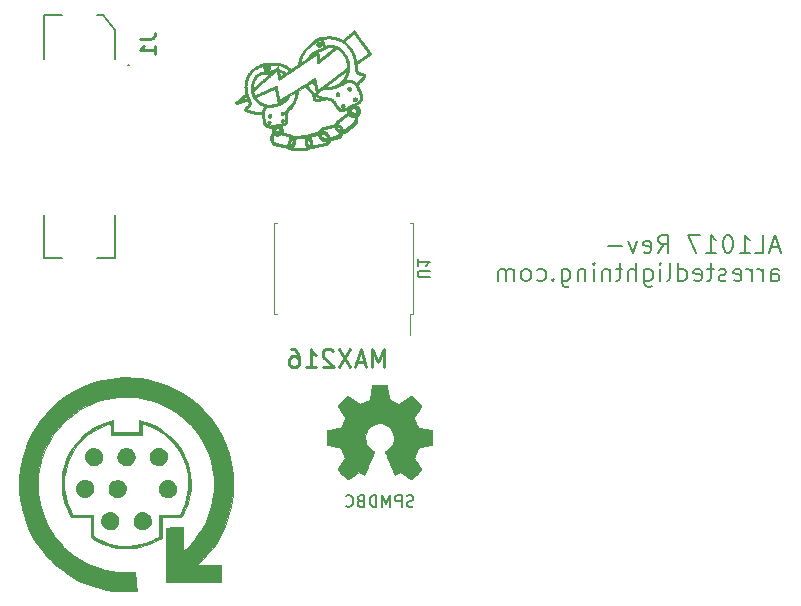
<source format=gbo>
%TF.GenerationSoftware,KiCad,Pcbnew,5.1.10-88a1d61d58~89~ubuntu20.04.1*%
%TF.CreationDate,2021-10-06T22:40:21-05:00*%
%TF.ProjectId,serial_rewind_d2,73657269-616c-45f7-9265-77696e645f64,rev?*%
%TF.SameCoordinates,Original*%
%TF.FileFunction,Legend,Bot*%
%TF.FilePolarity,Positive*%
%FSLAX46Y46*%
G04 Gerber Fmt 4.6, Leading zero omitted, Abs format (unit mm)*
G04 Created by KiCad (PCBNEW 5.1.10-88a1d61d58~89~ubuntu20.04.1) date 2021-10-06 22:40:21*
%MOMM*%
%LPD*%
G01*
G04 APERTURE LIST*
%ADD10C,0.150000*%
%ADD11C,0.250000*%
%ADD12C,0.010000*%
%ADD13C,0.200000*%
%ADD14C,0.120000*%
%ADD15C,0.254000*%
G04 APERTURE END LIST*
D10*
X89026642Y-144041761D02*
X88883785Y-144089380D01*
X88645690Y-144089380D01*
X88550452Y-144041761D01*
X88502833Y-143994142D01*
X88455214Y-143898904D01*
X88455214Y-143803666D01*
X88502833Y-143708428D01*
X88550452Y-143660809D01*
X88645690Y-143613190D01*
X88836166Y-143565571D01*
X88931404Y-143517952D01*
X88979023Y-143470333D01*
X89026642Y-143375095D01*
X89026642Y-143279857D01*
X88979023Y-143184619D01*
X88931404Y-143137000D01*
X88836166Y-143089380D01*
X88598071Y-143089380D01*
X88455214Y-143137000D01*
X88026642Y-144089380D02*
X88026642Y-143089380D01*
X87645690Y-143089380D01*
X87550452Y-143137000D01*
X87502833Y-143184619D01*
X87455214Y-143279857D01*
X87455214Y-143422714D01*
X87502833Y-143517952D01*
X87550452Y-143565571D01*
X87645690Y-143613190D01*
X88026642Y-143613190D01*
X87026642Y-144089380D02*
X87026642Y-143089380D01*
X86693309Y-143803666D01*
X86359976Y-143089380D01*
X86359976Y-144089380D01*
X85883785Y-144089380D02*
X85883785Y-143089380D01*
X85645690Y-143089380D01*
X85502833Y-143137000D01*
X85407595Y-143232238D01*
X85359976Y-143327476D01*
X85312357Y-143517952D01*
X85312357Y-143660809D01*
X85359976Y-143851285D01*
X85407595Y-143946523D01*
X85502833Y-144041761D01*
X85645690Y-144089380D01*
X85883785Y-144089380D01*
X84550452Y-143565571D02*
X84407595Y-143613190D01*
X84359976Y-143660809D01*
X84312357Y-143756047D01*
X84312357Y-143898904D01*
X84359976Y-143994142D01*
X84407595Y-144041761D01*
X84502833Y-144089380D01*
X84883785Y-144089380D01*
X84883785Y-143089380D01*
X84550452Y-143089380D01*
X84455214Y-143137000D01*
X84407595Y-143184619D01*
X84359976Y-143279857D01*
X84359976Y-143375095D01*
X84407595Y-143470333D01*
X84455214Y-143517952D01*
X84550452Y-143565571D01*
X84883785Y-143565571D01*
X83312357Y-143994142D02*
X83359976Y-144041761D01*
X83502833Y-144089380D01*
X83598071Y-144089380D01*
X83740928Y-144041761D01*
X83836166Y-143946523D01*
X83883785Y-143851285D01*
X83931404Y-143660809D01*
X83931404Y-143517952D01*
X83883785Y-143327476D01*
X83836166Y-143232238D01*
X83740928Y-143137000D01*
X83598071Y-143089380D01*
X83502833Y-143089380D01*
X83359976Y-143137000D01*
X83312357Y-143184619D01*
D11*
X86550000Y-132250571D02*
X86550000Y-130750571D01*
X86050000Y-131822000D01*
X85550000Y-130750571D01*
X85550000Y-132250571D01*
X84907142Y-131822000D02*
X84192857Y-131822000D01*
X85050000Y-132250571D02*
X84550000Y-130750571D01*
X84050000Y-132250571D01*
X83692857Y-130750571D02*
X82692857Y-132250571D01*
X82692857Y-130750571D02*
X83692857Y-132250571D01*
X82192857Y-130893428D02*
X82121428Y-130822000D01*
X81978571Y-130750571D01*
X81621428Y-130750571D01*
X81478571Y-130822000D01*
X81407142Y-130893428D01*
X81335714Y-131036285D01*
X81335714Y-131179142D01*
X81407142Y-131393428D01*
X82264285Y-132250571D01*
X81335714Y-132250571D01*
X79907142Y-132250571D02*
X80764285Y-132250571D01*
X80335714Y-132250571D02*
X80335714Y-130750571D01*
X80478571Y-130964857D01*
X80621428Y-131107714D01*
X80764285Y-131179142D01*
X78621428Y-130750571D02*
X78907142Y-130750571D01*
X79050000Y-130822000D01*
X79121428Y-130893428D01*
X79264285Y-131107714D01*
X79335714Y-131393428D01*
X79335714Y-131964857D01*
X79264285Y-132107714D01*
X79192857Y-132179142D01*
X79050000Y-132250571D01*
X78764285Y-132250571D01*
X78621428Y-132179142D01*
X78550000Y-132107714D01*
X78478571Y-131964857D01*
X78478571Y-131607714D01*
X78550000Y-131464857D01*
X78621428Y-131393428D01*
X78764285Y-131322000D01*
X79050000Y-131322000D01*
X79192857Y-131393428D01*
X79264285Y-131464857D01*
X79335714Y-131607714D01*
D10*
X120012785Y-122113000D02*
X119298500Y-122113000D01*
X120155642Y-122541571D02*
X119655642Y-121041571D01*
X119155642Y-122541571D01*
X117941357Y-122541571D02*
X118655642Y-122541571D01*
X118655642Y-121041571D01*
X116655642Y-122541571D02*
X117512785Y-122541571D01*
X117084214Y-122541571D02*
X117084214Y-121041571D01*
X117227071Y-121255857D01*
X117369928Y-121398714D01*
X117512785Y-121470142D01*
X115727071Y-121041571D02*
X115584214Y-121041571D01*
X115441357Y-121113000D01*
X115369928Y-121184428D01*
X115298500Y-121327285D01*
X115227071Y-121613000D01*
X115227071Y-121970142D01*
X115298500Y-122255857D01*
X115369928Y-122398714D01*
X115441357Y-122470142D01*
X115584214Y-122541571D01*
X115727071Y-122541571D01*
X115869928Y-122470142D01*
X115941357Y-122398714D01*
X116012785Y-122255857D01*
X116084214Y-121970142D01*
X116084214Y-121613000D01*
X116012785Y-121327285D01*
X115941357Y-121184428D01*
X115869928Y-121113000D01*
X115727071Y-121041571D01*
X113798500Y-122541571D02*
X114655642Y-122541571D01*
X114227071Y-122541571D02*
X114227071Y-121041571D01*
X114369928Y-121255857D01*
X114512785Y-121398714D01*
X114655642Y-121470142D01*
X113298500Y-121041571D02*
X112298500Y-121041571D01*
X112941357Y-122541571D01*
X109727071Y-122541571D02*
X110227071Y-121827285D01*
X110584214Y-122541571D02*
X110584214Y-121041571D01*
X110012785Y-121041571D01*
X109869928Y-121113000D01*
X109798500Y-121184428D01*
X109727071Y-121327285D01*
X109727071Y-121541571D01*
X109798500Y-121684428D01*
X109869928Y-121755857D01*
X110012785Y-121827285D01*
X110584214Y-121827285D01*
X108512785Y-122470142D02*
X108655642Y-122541571D01*
X108941357Y-122541571D01*
X109084214Y-122470142D01*
X109155642Y-122327285D01*
X109155642Y-121755857D01*
X109084214Y-121613000D01*
X108941357Y-121541571D01*
X108655642Y-121541571D01*
X108512785Y-121613000D01*
X108441357Y-121755857D01*
X108441357Y-121898714D01*
X109155642Y-122041571D01*
X107941357Y-121541571D02*
X107584214Y-122541571D01*
X107227071Y-121541571D01*
X106655642Y-121970142D02*
X105512785Y-121970142D01*
X119298500Y-124941571D02*
X119298500Y-124155857D01*
X119369928Y-124013000D01*
X119512785Y-123941571D01*
X119798500Y-123941571D01*
X119941357Y-124013000D01*
X119298500Y-124870142D02*
X119441357Y-124941571D01*
X119798500Y-124941571D01*
X119941357Y-124870142D01*
X120012785Y-124727285D01*
X120012785Y-124584428D01*
X119941357Y-124441571D01*
X119798500Y-124370142D01*
X119441357Y-124370142D01*
X119298500Y-124298714D01*
X118584214Y-124941571D02*
X118584214Y-123941571D01*
X118584214Y-124227285D02*
X118512785Y-124084428D01*
X118441357Y-124013000D01*
X118298500Y-123941571D01*
X118155642Y-123941571D01*
X117655642Y-124941571D02*
X117655642Y-123941571D01*
X117655642Y-124227285D02*
X117584214Y-124084428D01*
X117512785Y-124013000D01*
X117369928Y-123941571D01*
X117227071Y-123941571D01*
X116155642Y-124870142D02*
X116298500Y-124941571D01*
X116584214Y-124941571D01*
X116727071Y-124870142D01*
X116798500Y-124727285D01*
X116798500Y-124155857D01*
X116727071Y-124013000D01*
X116584214Y-123941571D01*
X116298500Y-123941571D01*
X116155642Y-124013000D01*
X116084214Y-124155857D01*
X116084214Y-124298714D01*
X116798500Y-124441571D01*
X115512785Y-124870142D02*
X115369928Y-124941571D01*
X115084214Y-124941571D01*
X114941357Y-124870142D01*
X114869928Y-124727285D01*
X114869928Y-124655857D01*
X114941357Y-124513000D01*
X115084214Y-124441571D01*
X115298500Y-124441571D01*
X115441357Y-124370142D01*
X115512785Y-124227285D01*
X115512785Y-124155857D01*
X115441357Y-124013000D01*
X115298500Y-123941571D01*
X115084214Y-123941571D01*
X114941357Y-124013000D01*
X114441357Y-123941571D02*
X113869928Y-123941571D01*
X114227071Y-123441571D02*
X114227071Y-124727285D01*
X114155642Y-124870142D01*
X114012785Y-124941571D01*
X113869928Y-124941571D01*
X112798500Y-124870142D02*
X112941357Y-124941571D01*
X113227071Y-124941571D01*
X113369928Y-124870142D01*
X113441357Y-124727285D01*
X113441357Y-124155857D01*
X113369928Y-124013000D01*
X113227071Y-123941571D01*
X112941357Y-123941571D01*
X112798500Y-124013000D01*
X112727071Y-124155857D01*
X112727071Y-124298714D01*
X113441357Y-124441571D01*
X111441357Y-124941571D02*
X111441357Y-123441571D01*
X111441357Y-124870142D02*
X111584214Y-124941571D01*
X111869928Y-124941571D01*
X112012785Y-124870142D01*
X112084214Y-124798714D01*
X112155642Y-124655857D01*
X112155642Y-124227285D01*
X112084214Y-124084428D01*
X112012785Y-124013000D01*
X111869928Y-123941571D01*
X111584214Y-123941571D01*
X111441357Y-124013000D01*
X110512785Y-124941571D02*
X110655642Y-124870142D01*
X110727071Y-124727285D01*
X110727071Y-123441571D01*
X109941357Y-124941571D02*
X109941357Y-123941571D01*
X109941357Y-123441571D02*
X110012785Y-123513000D01*
X109941357Y-123584428D01*
X109869928Y-123513000D01*
X109941357Y-123441571D01*
X109941357Y-123584428D01*
X108584214Y-123941571D02*
X108584214Y-125155857D01*
X108655642Y-125298714D01*
X108727071Y-125370142D01*
X108869928Y-125441571D01*
X109084214Y-125441571D01*
X109227071Y-125370142D01*
X108584214Y-124870142D02*
X108727071Y-124941571D01*
X109012785Y-124941571D01*
X109155642Y-124870142D01*
X109227071Y-124798714D01*
X109298500Y-124655857D01*
X109298500Y-124227285D01*
X109227071Y-124084428D01*
X109155642Y-124013000D01*
X109012785Y-123941571D01*
X108727071Y-123941571D01*
X108584214Y-124013000D01*
X107869928Y-124941571D02*
X107869928Y-123441571D01*
X107227071Y-124941571D02*
X107227071Y-124155857D01*
X107298500Y-124013000D01*
X107441357Y-123941571D01*
X107655642Y-123941571D01*
X107798500Y-124013000D01*
X107869928Y-124084428D01*
X106727071Y-123941571D02*
X106155642Y-123941571D01*
X106512785Y-123441571D02*
X106512785Y-124727285D01*
X106441357Y-124870142D01*
X106298500Y-124941571D01*
X106155642Y-124941571D01*
X105655642Y-123941571D02*
X105655642Y-124941571D01*
X105655642Y-124084428D02*
X105584214Y-124013000D01*
X105441357Y-123941571D01*
X105227071Y-123941571D01*
X105084214Y-124013000D01*
X105012785Y-124155857D01*
X105012785Y-124941571D01*
X104298500Y-124941571D02*
X104298500Y-123941571D01*
X104298500Y-123441571D02*
X104369928Y-123513000D01*
X104298500Y-123584428D01*
X104227071Y-123513000D01*
X104298500Y-123441571D01*
X104298500Y-123584428D01*
X103584214Y-123941571D02*
X103584214Y-124941571D01*
X103584214Y-124084428D02*
X103512785Y-124013000D01*
X103369928Y-123941571D01*
X103155642Y-123941571D01*
X103012785Y-124013000D01*
X102941357Y-124155857D01*
X102941357Y-124941571D01*
X101584214Y-123941571D02*
X101584214Y-125155857D01*
X101655642Y-125298714D01*
X101727071Y-125370142D01*
X101869928Y-125441571D01*
X102084214Y-125441571D01*
X102227071Y-125370142D01*
X101584214Y-124870142D02*
X101727071Y-124941571D01*
X102012785Y-124941571D01*
X102155642Y-124870142D01*
X102227071Y-124798714D01*
X102298500Y-124655857D01*
X102298500Y-124227285D01*
X102227071Y-124084428D01*
X102155642Y-124013000D01*
X102012785Y-123941571D01*
X101727071Y-123941571D01*
X101584214Y-124013000D01*
X100869928Y-124798714D02*
X100798500Y-124870142D01*
X100869928Y-124941571D01*
X100941357Y-124870142D01*
X100869928Y-124798714D01*
X100869928Y-124941571D01*
X99512785Y-124870142D02*
X99655642Y-124941571D01*
X99941357Y-124941571D01*
X100084214Y-124870142D01*
X100155642Y-124798714D01*
X100227071Y-124655857D01*
X100227071Y-124227285D01*
X100155642Y-124084428D01*
X100084214Y-124013000D01*
X99941357Y-123941571D01*
X99655642Y-123941571D01*
X99512785Y-124013000D01*
X98655642Y-124941571D02*
X98798500Y-124870142D01*
X98869928Y-124798714D01*
X98941357Y-124655857D01*
X98941357Y-124227285D01*
X98869928Y-124084428D01*
X98798500Y-124013000D01*
X98655642Y-123941571D01*
X98441357Y-123941571D01*
X98298500Y-124013000D01*
X98227071Y-124084428D01*
X98155642Y-124227285D01*
X98155642Y-124655857D01*
X98227071Y-124798714D01*
X98298500Y-124870142D01*
X98441357Y-124941571D01*
X98655642Y-124941571D01*
X97512785Y-124941571D02*
X97512785Y-123941571D01*
X97512785Y-124084428D02*
X97441357Y-124013000D01*
X97298500Y-123941571D01*
X97084214Y-123941571D01*
X96941357Y-124013000D01*
X96869928Y-124155857D01*
X96869928Y-124941571D01*
X96869928Y-124155857D02*
X96798500Y-124013000D01*
X96655642Y-123941571D01*
X96441357Y-123941571D01*
X96298500Y-124013000D01*
X96227071Y-124155857D01*
X96227071Y-124941571D01*
D12*
%TO.C,G\u002A\u002A\u002A*%
G36*
X61770023Y-139120628D02*
G01*
X61637441Y-139167973D01*
X61515109Y-139241650D01*
X61407407Y-139341685D01*
X61318715Y-139468102D01*
X61293698Y-139517035D01*
X61242107Y-139667902D01*
X61225048Y-139821762D01*
X61241588Y-139973934D01*
X61290796Y-140119737D01*
X61371739Y-140254487D01*
X61460103Y-140352486D01*
X61564416Y-140436547D01*
X61671838Y-140492917D01*
X61792278Y-140525505D01*
X61930643Y-140538083D01*
X62048194Y-140537397D01*
X62133973Y-140527706D01*
X62167492Y-140518343D01*
X62322567Y-140444102D01*
X62448162Y-140350902D01*
X62547152Y-140236208D01*
X62607632Y-140130435D01*
X62634037Y-140071882D01*
X62650907Y-140023189D01*
X62660354Y-139972939D01*
X62664491Y-139909710D01*
X62665428Y-139822084D01*
X62665429Y-139817929D01*
X62664371Y-139727081D01*
X62659999Y-139661537D01*
X62650510Y-139610348D01*
X62634104Y-139562561D01*
X62617161Y-139524465D01*
X62535474Y-139388170D01*
X62433376Y-139278034D01*
X62315247Y-139194084D01*
X62185467Y-139136344D01*
X62048417Y-139104838D01*
X61908475Y-139099591D01*
X61770023Y-139120628D01*
G37*
X61770023Y-139120628D02*
X61637441Y-139167973D01*
X61515109Y-139241650D01*
X61407407Y-139341685D01*
X61318715Y-139468102D01*
X61293698Y-139517035D01*
X61242107Y-139667902D01*
X61225048Y-139821762D01*
X61241588Y-139973934D01*
X61290796Y-140119737D01*
X61371739Y-140254487D01*
X61460103Y-140352486D01*
X61564416Y-140436547D01*
X61671838Y-140492917D01*
X61792278Y-140525505D01*
X61930643Y-140538083D01*
X62048194Y-140537397D01*
X62133973Y-140527706D01*
X62167492Y-140518343D01*
X62322567Y-140444102D01*
X62448162Y-140350902D01*
X62547152Y-140236208D01*
X62607632Y-140130435D01*
X62634037Y-140071882D01*
X62650907Y-140023189D01*
X62660354Y-139972939D01*
X62664491Y-139909710D01*
X62665428Y-139822084D01*
X62665429Y-139817929D01*
X62664371Y-139727081D01*
X62659999Y-139661537D01*
X62650510Y-139610348D01*
X62634104Y-139562561D01*
X62617161Y-139524465D01*
X62535474Y-139388170D01*
X62433376Y-139278034D01*
X62315247Y-139194084D01*
X62185467Y-139136344D01*
X62048417Y-139104838D01*
X61908475Y-139099591D01*
X61770023Y-139120628D01*
G36*
X64565363Y-139105654D02*
G01*
X64421402Y-139146796D01*
X64290369Y-139216685D01*
X64176108Y-139312814D01*
X64082465Y-139432682D01*
X64013284Y-139573782D01*
X63977146Y-139705503D01*
X63967649Y-139852026D01*
X63990979Y-139998123D01*
X64044067Y-140138054D01*
X64123845Y-140266084D01*
X64227244Y-140376473D01*
X64351196Y-140463485D01*
X64394115Y-140485185D01*
X64502331Y-140520710D01*
X64628114Y-140539360D01*
X64757997Y-140540653D01*
X64878514Y-140524109D01*
X64942357Y-140504787D01*
X65089448Y-140431883D01*
X65208473Y-140337935D01*
X65302982Y-140219704D01*
X65351330Y-140131721D01*
X65402023Y-139985494D01*
X65419413Y-139836368D01*
X65405686Y-139689005D01*
X65363028Y-139548066D01*
X65293625Y-139418214D01*
X65199663Y-139304110D01*
X65083329Y-139210414D01*
X64946808Y-139141790D01*
X64876686Y-139119625D01*
X64718406Y-139095763D01*
X64565363Y-139105654D01*
G37*
X64565363Y-139105654D02*
X64421402Y-139146796D01*
X64290369Y-139216685D01*
X64176108Y-139312814D01*
X64082465Y-139432682D01*
X64013284Y-139573782D01*
X63977146Y-139705503D01*
X63967649Y-139852026D01*
X63990979Y-139998123D01*
X64044067Y-140138054D01*
X64123845Y-140266084D01*
X64227244Y-140376473D01*
X64351196Y-140463485D01*
X64394115Y-140485185D01*
X64502331Y-140520710D01*
X64628114Y-140539360D01*
X64757997Y-140540653D01*
X64878514Y-140524109D01*
X64942357Y-140504787D01*
X65089448Y-140431883D01*
X65208473Y-140337935D01*
X65302982Y-140219704D01*
X65351330Y-140131721D01*
X65402023Y-139985494D01*
X65419413Y-139836368D01*
X65405686Y-139689005D01*
X65363028Y-139548066D01*
X65293625Y-139418214D01*
X65199663Y-139304110D01*
X65083329Y-139210414D01*
X64946808Y-139141790D01*
X64876686Y-139119625D01*
X64718406Y-139095763D01*
X64565363Y-139105654D01*
G36*
X67286455Y-139109005D02*
G01*
X67145823Y-139156644D01*
X67018668Y-139231036D01*
X66908553Y-139328082D01*
X66819044Y-139443686D01*
X66753705Y-139573751D01*
X66716101Y-139714178D01*
X66709795Y-139860872D01*
X66716785Y-139920091D01*
X66760171Y-140078076D01*
X66833709Y-140220588D01*
X66934115Y-140343159D01*
X67058102Y-140441321D01*
X67128571Y-140480168D01*
X67235906Y-140517348D01*
X67360935Y-140538188D01*
X67490274Y-140541970D01*
X67610538Y-140527974D01*
X67675962Y-140509577D01*
X67820694Y-140437903D01*
X67942837Y-140341016D01*
X68040217Y-140223342D01*
X68110657Y-140089301D01*
X68151981Y-139943316D01*
X68162012Y-139789811D01*
X68138574Y-139633207D01*
X68126922Y-139593127D01*
X68065283Y-139458060D01*
X67974791Y-139338041D01*
X67861214Y-139237260D01*
X67730321Y-139159903D01*
X67587881Y-139110161D01*
X67439663Y-139092220D01*
X67437000Y-139092214D01*
X67286455Y-139109005D01*
G37*
X67286455Y-139109005D02*
X67145823Y-139156644D01*
X67018668Y-139231036D01*
X66908553Y-139328082D01*
X66819044Y-139443686D01*
X66753705Y-139573751D01*
X66716101Y-139714178D01*
X66709795Y-139860872D01*
X66716785Y-139920091D01*
X66760171Y-140078076D01*
X66833709Y-140220588D01*
X66934115Y-140343159D01*
X67058102Y-140441321D01*
X67128571Y-140480168D01*
X67235906Y-140517348D01*
X67360935Y-140538188D01*
X67490274Y-140541970D01*
X67610538Y-140527974D01*
X67675962Y-140509577D01*
X67820694Y-140437903D01*
X67942837Y-140341016D01*
X68040217Y-140223342D01*
X68110657Y-140089301D01*
X68151981Y-139943316D01*
X68162012Y-139789811D01*
X68138574Y-139633207D01*
X68126922Y-139593127D01*
X68065283Y-139458060D01*
X67974791Y-139338041D01*
X67861214Y-139237260D01*
X67730321Y-139159903D01*
X67587881Y-139110161D01*
X67439663Y-139092220D01*
X67437000Y-139092214D01*
X67286455Y-139109005D01*
G36*
X61109485Y-141823698D02*
G01*
X61046577Y-141828144D01*
X60996215Y-141838290D01*
X60946539Y-141856377D01*
X60896500Y-141879424D01*
X60752780Y-141965274D01*
X60639347Y-142070663D01*
X60554989Y-142197118D01*
X60498494Y-142346165D01*
X60486834Y-142395334D01*
X60471565Y-142553020D01*
X60490215Y-142706231D01*
X60540417Y-142850243D01*
X60619806Y-142980336D01*
X60726015Y-143091787D01*
X60856678Y-143179876D01*
X60887704Y-143195292D01*
X60964977Y-143227426D01*
X61036762Y-143246145D01*
X61120795Y-143255557D01*
X61155769Y-143257386D01*
X61235868Y-143258306D01*
X61310987Y-143254913D01*
X61366682Y-143247931D01*
X61372824Y-143246530D01*
X61515455Y-143193027D01*
X61641985Y-143111388D01*
X61749149Y-143006533D01*
X61833685Y-142883383D01*
X61892329Y-142746858D01*
X61921816Y-142601880D01*
X61918883Y-142453367D01*
X61915080Y-142428997D01*
X61870342Y-142267162D01*
X61797111Y-142127787D01*
X61695417Y-142010912D01*
X61565290Y-141916576D01*
X61517649Y-141891155D01*
X61451848Y-141859656D01*
X61400580Y-141839676D01*
X61351596Y-141828603D01*
X61292649Y-141823823D01*
X61211488Y-141822723D01*
X61196798Y-141822714D01*
X61109485Y-141823698D01*
G37*
X61109485Y-141823698D02*
X61046577Y-141828144D01*
X60996215Y-141838290D01*
X60946539Y-141856377D01*
X60896500Y-141879424D01*
X60752780Y-141965274D01*
X60639347Y-142070663D01*
X60554989Y-142197118D01*
X60498494Y-142346165D01*
X60486834Y-142395334D01*
X60471565Y-142553020D01*
X60490215Y-142706231D01*
X60540417Y-142850243D01*
X60619806Y-142980336D01*
X60726015Y-143091787D01*
X60856678Y-143179876D01*
X60887704Y-143195292D01*
X60964977Y-143227426D01*
X61036762Y-143246145D01*
X61120795Y-143255557D01*
X61155769Y-143257386D01*
X61235868Y-143258306D01*
X61310987Y-143254913D01*
X61366682Y-143247931D01*
X61372824Y-143246530D01*
X61515455Y-143193027D01*
X61641985Y-143111388D01*
X61749149Y-143006533D01*
X61833685Y-142883383D01*
X61892329Y-142746858D01*
X61921816Y-142601880D01*
X61918883Y-142453367D01*
X61915080Y-142428997D01*
X61870342Y-142267162D01*
X61797111Y-142127787D01*
X61695417Y-142010912D01*
X61565290Y-141916576D01*
X61517649Y-141891155D01*
X61451848Y-141859656D01*
X61400580Y-141839676D01*
X61351596Y-141828603D01*
X61292649Y-141823823D01*
X61211488Y-141822723D01*
X61196798Y-141822714D01*
X61109485Y-141823698D01*
G36*
X63737339Y-141842694D02*
G01*
X63591724Y-141900367D01*
X63463741Y-141988918D01*
X63355659Y-142106867D01*
X63287925Y-142215830D01*
X63261425Y-142268702D01*
X63244163Y-142312314D01*
X63234160Y-142357029D01*
X63229441Y-142413211D01*
X63228028Y-142491223D01*
X63227946Y-142530286D01*
X63228663Y-142621103D01*
X63232167Y-142686370D01*
X63240343Y-142736814D01*
X63255077Y-142783160D01*
X63278253Y-142836133D01*
X63283770Y-142847838D01*
X63367576Y-142983218D01*
X63479180Y-143097968D01*
X63613643Y-143187108D01*
X63627093Y-143193900D01*
X63694986Y-143224389D01*
X63756020Y-143243031D01*
X63825245Y-143253332D01*
X63903190Y-143258209D01*
X64014683Y-143258441D01*
X64101813Y-143249167D01*
X64135000Y-143240805D01*
X64285918Y-143173625D01*
X64415197Y-143081965D01*
X64520335Y-142969781D01*
X64598831Y-142841031D01*
X64648182Y-142699674D01*
X64665886Y-142549668D01*
X64654358Y-142419264D01*
X64608177Y-142260342D01*
X64533765Y-142121601D01*
X64434368Y-142005626D01*
X64313231Y-141915000D01*
X64173601Y-141852308D01*
X64018723Y-141820134D01*
X63898319Y-141817380D01*
X63737339Y-141842694D01*
G37*
X63737339Y-141842694D02*
X63591724Y-141900367D01*
X63463741Y-141988918D01*
X63355659Y-142106867D01*
X63287925Y-142215830D01*
X63261425Y-142268702D01*
X63244163Y-142312314D01*
X63234160Y-142357029D01*
X63229441Y-142413211D01*
X63228028Y-142491223D01*
X63227946Y-142530286D01*
X63228663Y-142621103D01*
X63232167Y-142686370D01*
X63240343Y-142736814D01*
X63255077Y-142783160D01*
X63278253Y-142836133D01*
X63283770Y-142847838D01*
X63367576Y-142983218D01*
X63479180Y-143097968D01*
X63613643Y-143187108D01*
X63627093Y-143193900D01*
X63694986Y-143224389D01*
X63756020Y-143243031D01*
X63825245Y-143253332D01*
X63903190Y-143258209D01*
X64014683Y-143258441D01*
X64101813Y-143249167D01*
X64135000Y-143240805D01*
X64285918Y-143173625D01*
X64415197Y-143081965D01*
X64520335Y-142969781D01*
X64598831Y-142841031D01*
X64648182Y-142699674D01*
X64665886Y-142549668D01*
X64654358Y-142419264D01*
X64608177Y-142260342D01*
X64533765Y-142121601D01*
X64434368Y-142005626D01*
X64313231Y-141915000D01*
X64173601Y-141852308D01*
X64018723Y-141820134D01*
X63898319Y-141817380D01*
X63737339Y-141842694D01*
G36*
X68119769Y-141823511D02*
G01*
X68056486Y-141827323D01*
X68006967Y-141836284D01*
X67959958Y-141852528D01*
X67904203Y-141878188D01*
X67897071Y-141881668D01*
X67762286Y-141966585D01*
X67651624Y-142075120D01*
X67567202Y-142202448D01*
X67511135Y-142343743D01*
X67485539Y-142494178D01*
X67492532Y-142648927D01*
X67515957Y-142750854D01*
X67577833Y-142894175D01*
X67666632Y-143017695D01*
X67777613Y-143118918D01*
X67906038Y-143195349D01*
X68047166Y-143244495D01*
X68196259Y-143263859D01*
X68348578Y-143250948D01*
X68427438Y-143230666D01*
X68568792Y-143167083D01*
X68695872Y-143073793D01*
X68802231Y-142956523D01*
X68876455Y-142831911D01*
X68898630Y-142779884D01*
X68912718Y-142731673D01*
X68920507Y-142676341D01*
X68923785Y-142602948D01*
X68924347Y-142538976D01*
X68923742Y-142450734D01*
X68920125Y-142387614D01*
X68911401Y-142338465D01*
X68895472Y-142292135D01*
X68870241Y-142237472D01*
X68866047Y-142228924D01*
X68789033Y-142107474D01*
X68686441Y-141996930D01*
X68568458Y-141907315D01*
X68502941Y-141871625D01*
X68450415Y-141848912D01*
X68402737Y-141834492D01*
X68348911Y-141826543D01*
X68277943Y-141823239D01*
X68208071Y-141822714D01*
X68119769Y-141823511D01*
G37*
X68119769Y-141823511D02*
X68056486Y-141827323D01*
X68006967Y-141836284D01*
X67959958Y-141852528D01*
X67904203Y-141878188D01*
X67897071Y-141881668D01*
X67762286Y-141966585D01*
X67651624Y-142075120D01*
X67567202Y-142202448D01*
X67511135Y-142343743D01*
X67485539Y-142494178D01*
X67492532Y-142648927D01*
X67515957Y-142750854D01*
X67577833Y-142894175D01*
X67666632Y-143017695D01*
X67777613Y-143118918D01*
X67906038Y-143195349D01*
X68047166Y-143244495D01*
X68196259Y-143263859D01*
X68348578Y-143250948D01*
X68427438Y-143230666D01*
X68568792Y-143167083D01*
X68695872Y-143073793D01*
X68802231Y-142956523D01*
X68876455Y-142831911D01*
X68898630Y-142779884D01*
X68912718Y-142731673D01*
X68920507Y-142676341D01*
X68923785Y-142602948D01*
X68924347Y-142538976D01*
X68923742Y-142450734D01*
X68920125Y-142387614D01*
X68911401Y-142338465D01*
X68895472Y-142292135D01*
X68870241Y-142237472D01*
X68866047Y-142228924D01*
X68789033Y-142107474D01*
X68686441Y-141996930D01*
X68568458Y-141907315D01*
X68502941Y-141871625D01*
X68450415Y-141848912D01*
X68402737Y-141834492D01*
X68348911Y-141826543D01*
X68277943Y-141823239D01*
X68208071Y-141822714D01*
X68119769Y-141823511D01*
G36*
X63226292Y-144545075D02*
G01*
X63159843Y-144548888D01*
X63108788Y-144557312D01*
X63062692Y-144572024D01*
X63014631Y-144593054D01*
X62877603Y-144675930D01*
X62765172Y-144781998D01*
X62679005Y-144906574D01*
X62620767Y-145044975D01*
X62592125Y-145192517D01*
X62594744Y-145344518D01*
X62630292Y-145496292D01*
X62664343Y-145577691D01*
X62747700Y-145708727D01*
X62855834Y-145817332D01*
X62983374Y-145900946D01*
X63124951Y-145957011D01*
X63275196Y-145982968D01*
X63428740Y-145976257D01*
X63479721Y-145966320D01*
X63609831Y-145918879D01*
X63734963Y-145842033D01*
X63846961Y-145742521D01*
X63937665Y-145627084D01*
X63977519Y-145555028D01*
X63999549Y-145504283D01*
X64013756Y-145458174D01*
X64021809Y-145406280D01*
X64025380Y-145338182D01*
X64026143Y-145251714D01*
X64025372Y-145160801D01*
X64021860Y-145095746D01*
X64013805Y-145046133D01*
X63999407Y-145001547D01*
X63976867Y-144951572D01*
X63972829Y-144943286D01*
X63896845Y-144823330D01*
X63795202Y-144714006D01*
X63678483Y-144625896D01*
X63627000Y-144597510D01*
X63575352Y-144573660D01*
X63530567Y-144558207D01*
X63482225Y-144549348D01*
X63419904Y-144545283D01*
X63333183Y-144544210D01*
X63318571Y-144544196D01*
X63226292Y-144545075D01*
G37*
X63226292Y-144545075D02*
X63159843Y-144548888D01*
X63108788Y-144557312D01*
X63062692Y-144572024D01*
X63014631Y-144593054D01*
X62877603Y-144675930D01*
X62765172Y-144781998D01*
X62679005Y-144906574D01*
X62620767Y-145044975D01*
X62592125Y-145192517D01*
X62594744Y-145344518D01*
X62630292Y-145496292D01*
X62664343Y-145577691D01*
X62747700Y-145708727D01*
X62855834Y-145817332D01*
X62983374Y-145900946D01*
X63124951Y-145957011D01*
X63275196Y-145982968D01*
X63428740Y-145976257D01*
X63479721Y-145966320D01*
X63609831Y-145918879D01*
X63734963Y-145842033D01*
X63846961Y-145742521D01*
X63937665Y-145627084D01*
X63977519Y-145555028D01*
X63999549Y-145504283D01*
X64013756Y-145458174D01*
X64021809Y-145406280D01*
X64025380Y-145338182D01*
X64026143Y-145251714D01*
X64025372Y-145160801D01*
X64021860Y-145095746D01*
X64013805Y-145046133D01*
X63999407Y-145001547D01*
X63976867Y-144951572D01*
X63972829Y-144943286D01*
X63896845Y-144823330D01*
X63795202Y-144714006D01*
X63678483Y-144625896D01*
X63627000Y-144597510D01*
X63575352Y-144573660D01*
X63530567Y-144558207D01*
X63482225Y-144549348D01*
X63419904Y-144545283D01*
X63333183Y-144544210D01*
X63318571Y-144544196D01*
X63226292Y-144545075D01*
G36*
X65983920Y-144545055D02*
G01*
X65917398Y-144548904D01*
X65866299Y-144557361D01*
X65820204Y-144572096D01*
X65772972Y-144592767D01*
X65640782Y-144673390D01*
X65529535Y-144778810D01*
X65442145Y-144903580D01*
X65381527Y-145042256D01*
X65350595Y-145189392D01*
X65352263Y-145339543D01*
X65356900Y-145370225D01*
X65401001Y-145524519D01*
X65473385Y-145660942D01*
X65569960Y-145776842D01*
X65686638Y-145869566D01*
X65819327Y-145936461D01*
X65963937Y-145974873D01*
X66116379Y-145982152D01*
X66263440Y-145958159D01*
X66407247Y-145901530D01*
X66533463Y-145816419D01*
X66638919Y-145707637D01*
X66720447Y-145579998D01*
X66774878Y-145438315D01*
X66799045Y-145287402D01*
X66793148Y-145153484D01*
X66754059Y-145002720D01*
X66683195Y-144863520D01*
X66584543Y-144741312D01*
X66462091Y-144641525D01*
X66384714Y-144597512D01*
X66333117Y-144573625D01*
X66288432Y-144558147D01*
X66240246Y-144549277D01*
X66178148Y-144545214D01*
X66091724Y-144544154D01*
X66076286Y-144544143D01*
X65983920Y-144545055D01*
G37*
X65983920Y-144545055D02*
X65917398Y-144548904D01*
X65866299Y-144557361D01*
X65820204Y-144572096D01*
X65772972Y-144592767D01*
X65640782Y-144673390D01*
X65529535Y-144778810D01*
X65442145Y-144903580D01*
X65381527Y-145042256D01*
X65350595Y-145189392D01*
X65352263Y-145339543D01*
X65356900Y-145370225D01*
X65401001Y-145524519D01*
X65473385Y-145660942D01*
X65569960Y-145776842D01*
X65686638Y-145869566D01*
X65819327Y-145936461D01*
X65963937Y-145974873D01*
X66116379Y-145982152D01*
X66263440Y-145958159D01*
X66407247Y-145901530D01*
X66533463Y-145816419D01*
X66638919Y-145707637D01*
X66720447Y-145579998D01*
X66774878Y-145438315D01*
X66799045Y-145287402D01*
X66793148Y-145153484D01*
X66754059Y-145002720D01*
X66683195Y-144863520D01*
X66584543Y-144741312D01*
X66462091Y-144641525D01*
X66384714Y-144597512D01*
X66333117Y-144573625D01*
X66288432Y-144558147D01*
X66240246Y-144549277D01*
X66178148Y-144545214D01*
X66091724Y-144544154D01*
X66076286Y-144544143D01*
X65983920Y-144545055D01*
G36*
X63549893Y-136762451D02*
G01*
X63108708Y-136880759D01*
X62684414Y-137030638D01*
X62278095Y-137211317D01*
X61890839Y-137422026D01*
X61523730Y-137661991D01*
X61177856Y-137930441D01*
X60854303Y-138226605D01*
X60554156Y-138549710D01*
X60278501Y-138898985D01*
X60038230Y-139257696D01*
X59822388Y-139641923D01*
X59640168Y-140039483D01*
X59491839Y-140449421D01*
X59377671Y-140870780D01*
X59297934Y-141302604D01*
X59252897Y-141743934D01*
X59242040Y-142085786D01*
X59254282Y-142494900D01*
X59293447Y-142887873D01*
X59360715Y-143269001D01*
X59457269Y-143642580D01*
X59584290Y-144012905D01*
X59742957Y-144384273D01*
X59934453Y-144760980D01*
X60018953Y-144911421D01*
X60052857Y-144970271D01*
X60873821Y-144970385D01*
X61694786Y-144970500D01*
X61694786Y-146667775D01*
X61883566Y-146781190D01*
X62278899Y-146998131D01*
X62685296Y-147180866D01*
X63101554Y-147329094D01*
X63526467Y-147442514D01*
X63958833Y-147520826D01*
X64397448Y-147563728D01*
X64841108Y-147570919D01*
X65014928Y-147563997D01*
X65454184Y-147521606D01*
X65888075Y-147443897D01*
X66314030Y-147331663D01*
X66729477Y-147185698D01*
X67131843Y-147006796D01*
X67518558Y-146795750D01*
X67533169Y-146786950D01*
X67709143Y-146680587D01*
X67713856Y-145825543D01*
X67718570Y-144970500D01*
X69366587Y-144970500D01*
X69428603Y-144866179D01*
X69622866Y-144506113D01*
X69791197Y-144124778D01*
X69931428Y-143728326D01*
X70041390Y-143322907D01*
X70118916Y-142914673D01*
X70120752Y-142902214D01*
X70156211Y-142581913D01*
X70172879Y-142243908D01*
X69965758Y-142243908D01*
X69961452Y-142424910D01*
X69951572Y-142580706D01*
X69951042Y-142586428D01*
X69894965Y-143008894D01*
X69806916Y-143417857D01*
X69685722Y-143817401D01*
X69530208Y-144211609D01*
X69410103Y-144467036D01*
X69258217Y-144770929D01*
X67500500Y-144770929D01*
X67500500Y-146566616D01*
X67423393Y-146615546D01*
X67333003Y-146668977D01*
X67217432Y-146731370D01*
X67085304Y-146798502D01*
X66945246Y-146866154D01*
X66805882Y-146930102D01*
X66675838Y-146986127D01*
X66620571Y-147008449D01*
X66277453Y-147128488D01*
X65915638Y-147227352D01*
X65547887Y-147301948D01*
X65232643Y-147344742D01*
X65129825Y-147352490D01*
X65000354Y-147358034D01*
X64853620Y-147361354D01*
X64699012Y-147362434D01*
X64545919Y-147361255D01*
X64403732Y-147357800D01*
X64281839Y-147352050D01*
X64214029Y-147346691D01*
X63783670Y-147285778D01*
X63359129Y-147189427D01*
X62942412Y-147058283D01*
X62535523Y-146892993D01*
X62140466Y-146694202D01*
X62074226Y-146656893D01*
X61912500Y-146564345D01*
X61912500Y-144771277D01*
X60161714Y-144761857D01*
X60006236Y-144453429D01*
X59826931Y-144061588D01*
X59682769Y-143666047D01*
X59572610Y-143262853D01*
X59495313Y-142848053D01*
X59461937Y-142568070D01*
X59451741Y-142411558D01*
X59447339Y-142229623D01*
X59448427Y-142032612D01*
X59454696Y-141830872D01*
X59465841Y-141634749D01*
X59481556Y-141454591D01*
X59498979Y-141317092D01*
X59570809Y-140943346D01*
X59671558Y-140568770D01*
X59798349Y-140201884D01*
X59948306Y-139851207D01*
X60082205Y-139589530D01*
X60311984Y-139211424D01*
X60568885Y-138856882D01*
X60851613Y-138526970D01*
X61158873Y-138222751D01*
X61489368Y-137945291D01*
X61841805Y-137695655D01*
X62214888Y-137474908D01*
X62607321Y-137284114D01*
X63017810Y-137124339D01*
X63123200Y-137089335D01*
X63205752Y-137063557D01*
X63277245Y-137042566D01*
X63329714Y-137028613D01*
X63354522Y-137023929D01*
X63363041Y-137027839D01*
X63369636Y-137042214D01*
X63374543Y-137071024D01*
X63377998Y-137118237D01*
X63380238Y-137187822D01*
X63381499Y-137283747D01*
X63382017Y-137409981D01*
X63382071Y-137486572D01*
X63382071Y-137949214D01*
X66030929Y-137949214D01*
X66030929Y-137019890D01*
X66094789Y-137031871D01*
X66185224Y-137053825D01*
X66301140Y-137089635D01*
X66435697Y-137136670D01*
X66582053Y-137192297D01*
X66733369Y-137253881D01*
X66882802Y-137318791D01*
X67023513Y-137384393D01*
X67069148Y-137406886D01*
X67447758Y-137616485D01*
X67805097Y-137854596D01*
X68139893Y-138119472D01*
X68450873Y-138409361D01*
X68736764Y-138722516D01*
X68996293Y-139057186D01*
X69228188Y-139411622D01*
X69431176Y-139784076D01*
X69603984Y-140172797D01*
X69745340Y-140576037D01*
X69853970Y-140992046D01*
X69914075Y-141317092D01*
X69933186Y-141471429D01*
X69948206Y-141651459D01*
X69958839Y-141847002D01*
X69964788Y-142047878D01*
X69965758Y-142243908D01*
X70172879Y-142243908D01*
X70172897Y-142243551D01*
X70170785Y-141900133D01*
X70149854Y-141564665D01*
X70123587Y-141338668D01*
X70044162Y-140905052D01*
X69930670Y-140482041D01*
X69784244Y-140071431D01*
X69606017Y-139675013D01*
X69397120Y-139294582D01*
X69158687Y-138931931D01*
X68891850Y-138588853D01*
X68597741Y-138267140D01*
X68277493Y-137968588D01*
X67932239Y-137694988D01*
X67736357Y-137558618D01*
X67387585Y-137343467D01*
X67034853Y-137159889D01*
X66670634Y-137004510D01*
X66287404Y-136873956D01*
X66076286Y-136814276D01*
X65988465Y-136791301D01*
X65913382Y-136772130D01*
X65857935Y-136758489D01*
X65829021Y-136752104D01*
X65826821Y-136751843D01*
X65823268Y-136769198D01*
X65820060Y-136818208D01*
X65817325Y-136894240D01*
X65815189Y-136992664D01*
X65813778Y-137108848D01*
X65813218Y-137238163D01*
X65813214Y-137250714D01*
X65813214Y-137749643D01*
X63599786Y-137749643D01*
X63599786Y-136751094D01*
X63549893Y-136762451D01*
G37*
X63549893Y-136762451D02*
X63108708Y-136880759D01*
X62684414Y-137030638D01*
X62278095Y-137211317D01*
X61890839Y-137422026D01*
X61523730Y-137661991D01*
X61177856Y-137930441D01*
X60854303Y-138226605D01*
X60554156Y-138549710D01*
X60278501Y-138898985D01*
X60038230Y-139257696D01*
X59822388Y-139641923D01*
X59640168Y-140039483D01*
X59491839Y-140449421D01*
X59377671Y-140870780D01*
X59297934Y-141302604D01*
X59252897Y-141743934D01*
X59242040Y-142085786D01*
X59254282Y-142494900D01*
X59293447Y-142887873D01*
X59360715Y-143269001D01*
X59457269Y-143642580D01*
X59584290Y-144012905D01*
X59742957Y-144384273D01*
X59934453Y-144760980D01*
X60018953Y-144911421D01*
X60052857Y-144970271D01*
X60873821Y-144970385D01*
X61694786Y-144970500D01*
X61694786Y-146667775D01*
X61883566Y-146781190D01*
X62278899Y-146998131D01*
X62685296Y-147180866D01*
X63101554Y-147329094D01*
X63526467Y-147442514D01*
X63958833Y-147520826D01*
X64397448Y-147563728D01*
X64841108Y-147570919D01*
X65014928Y-147563997D01*
X65454184Y-147521606D01*
X65888075Y-147443897D01*
X66314030Y-147331663D01*
X66729477Y-147185698D01*
X67131843Y-147006796D01*
X67518558Y-146795750D01*
X67533169Y-146786950D01*
X67709143Y-146680587D01*
X67713856Y-145825543D01*
X67718570Y-144970500D01*
X69366587Y-144970500D01*
X69428603Y-144866179D01*
X69622866Y-144506113D01*
X69791197Y-144124778D01*
X69931428Y-143728326D01*
X70041390Y-143322907D01*
X70118916Y-142914673D01*
X70120752Y-142902214D01*
X70156211Y-142581913D01*
X70172879Y-142243908D01*
X69965758Y-142243908D01*
X69961452Y-142424910D01*
X69951572Y-142580706D01*
X69951042Y-142586428D01*
X69894965Y-143008894D01*
X69806916Y-143417857D01*
X69685722Y-143817401D01*
X69530208Y-144211609D01*
X69410103Y-144467036D01*
X69258217Y-144770929D01*
X67500500Y-144770929D01*
X67500500Y-146566616D01*
X67423393Y-146615546D01*
X67333003Y-146668977D01*
X67217432Y-146731370D01*
X67085304Y-146798502D01*
X66945246Y-146866154D01*
X66805882Y-146930102D01*
X66675838Y-146986127D01*
X66620571Y-147008449D01*
X66277453Y-147128488D01*
X65915638Y-147227352D01*
X65547887Y-147301948D01*
X65232643Y-147344742D01*
X65129825Y-147352490D01*
X65000354Y-147358034D01*
X64853620Y-147361354D01*
X64699012Y-147362434D01*
X64545919Y-147361255D01*
X64403732Y-147357800D01*
X64281839Y-147352050D01*
X64214029Y-147346691D01*
X63783670Y-147285778D01*
X63359129Y-147189427D01*
X62942412Y-147058283D01*
X62535523Y-146892993D01*
X62140466Y-146694202D01*
X62074226Y-146656893D01*
X61912500Y-146564345D01*
X61912500Y-144771277D01*
X60161714Y-144761857D01*
X60006236Y-144453429D01*
X59826931Y-144061588D01*
X59682769Y-143666047D01*
X59572610Y-143262853D01*
X59495313Y-142848053D01*
X59461937Y-142568070D01*
X59451741Y-142411558D01*
X59447339Y-142229623D01*
X59448427Y-142032612D01*
X59454696Y-141830872D01*
X59465841Y-141634749D01*
X59481556Y-141454591D01*
X59498979Y-141317092D01*
X59570809Y-140943346D01*
X59671558Y-140568770D01*
X59798349Y-140201884D01*
X59948306Y-139851207D01*
X60082205Y-139589530D01*
X60311984Y-139211424D01*
X60568885Y-138856882D01*
X60851613Y-138526970D01*
X61158873Y-138222751D01*
X61489368Y-137945291D01*
X61841805Y-137695655D01*
X62214888Y-137474908D01*
X62607321Y-137284114D01*
X63017810Y-137124339D01*
X63123200Y-137089335D01*
X63205752Y-137063557D01*
X63277245Y-137042566D01*
X63329714Y-137028613D01*
X63354522Y-137023929D01*
X63363041Y-137027839D01*
X63369636Y-137042214D01*
X63374543Y-137071024D01*
X63377998Y-137118237D01*
X63380238Y-137187822D01*
X63381499Y-137283747D01*
X63382017Y-137409981D01*
X63382071Y-137486572D01*
X63382071Y-137949214D01*
X66030929Y-137949214D01*
X66030929Y-137019890D01*
X66094789Y-137031871D01*
X66185224Y-137053825D01*
X66301140Y-137089635D01*
X66435697Y-137136670D01*
X66582053Y-137192297D01*
X66733369Y-137253881D01*
X66882802Y-137318791D01*
X67023513Y-137384393D01*
X67069148Y-137406886D01*
X67447758Y-137616485D01*
X67805097Y-137854596D01*
X68139893Y-138119472D01*
X68450873Y-138409361D01*
X68736764Y-138722516D01*
X68996293Y-139057186D01*
X69228188Y-139411622D01*
X69431176Y-139784076D01*
X69603984Y-140172797D01*
X69745340Y-140576037D01*
X69853970Y-140992046D01*
X69914075Y-141317092D01*
X69933186Y-141471429D01*
X69948206Y-141651459D01*
X69958839Y-141847002D01*
X69964788Y-142047878D01*
X69965758Y-142243908D01*
X70172879Y-142243908D01*
X70172897Y-142243551D01*
X70170785Y-141900133D01*
X70149854Y-141564665D01*
X70123587Y-141338668D01*
X70044162Y-140905052D01*
X69930670Y-140482041D01*
X69784244Y-140071431D01*
X69606017Y-139675013D01*
X69397120Y-139294582D01*
X69158687Y-138931931D01*
X68891850Y-138588853D01*
X68597741Y-138267140D01*
X68277493Y-137968588D01*
X67932239Y-137694988D01*
X67736357Y-137558618D01*
X67387585Y-137343467D01*
X67034853Y-137159889D01*
X66670634Y-137004510D01*
X66287404Y-136873956D01*
X66076286Y-136814276D01*
X65988465Y-136791301D01*
X65913382Y-136772130D01*
X65857935Y-136758489D01*
X65829021Y-136752104D01*
X65826821Y-136751843D01*
X65823268Y-136769198D01*
X65820060Y-136818208D01*
X65817325Y-136894240D01*
X65815189Y-136992664D01*
X65813778Y-137108848D01*
X65813218Y-137238163D01*
X65813214Y-137250714D01*
X65813214Y-137749643D01*
X63599786Y-137749643D01*
X63599786Y-136751094D01*
X63549893Y-136762451D01*
G36*
X64479714Y-133110800D02*
G01*
X63904253Y-133141374D01*
X63337507Y-133207110D01*
X62779980Y-133307829D01*
X62232174Y-133443349D01*
X61694595Y-133613489D01*
X61167743Y-133818068D01*
X60652123Y-134056905D01*
X60148238Y-134329819D01*
X59656591Y-134636629D01*
X59177685Y-134977154D01*
X59076808Y-135054462D01*
X58654670Y-135404976D01*
X58255416Y-135782647D01*
X57880153Y-136185607D01*
X57529987Y-136611986D01*
X57206027Y-137059916D01*
X56909379Y-137527530D01*
X56641150Y-138012958D01*
X56402447Y-138514333D01*
X56194379Y-139029786D01*
X56018051Y-139557448D01*
X55874572Y-140095452D01*
X55765048Y-140641929D01*
X55764797Y-140643429D01*
X55731679Y-140848617D01*
X55704992Y-141032911D01*
X55684107Y-141204348D01*
X55668392Y-141370966D01*
X55657219Y-141540802D01*
X55649957Y-141721894D01*
X55645975Y-141922277D01*
X55644646Y-142149991D01*
X55644634Y-142176500D01*
X55645736Y-142408669D01*
X55649455Y-142612588D01*
X55656414Y-142796237D01*
X55667233Y-142967597D01*
X55682536Y-143134648D01*
X55702943Y-143305372D01*
X55729076Y-143487749D01*
X55761557Y-143689759D01*
X55763356Y-143700500D01*
X55874017Y-144251289D01*
X56019294Y-144793385D01*
X56198195Y-145325081D01*
X56409730Y-145844670D01*
X56652906Y-146350443D01*
X56926733Y-146840693D01*
X57230219Y-147313712D01*
X57562373Y-147767793D01*
X57922204Y-148201229D01*
X58308720Y-148612311D01*
X58720930Y-148999331D01*
X58955214Y-149198832D01*
X59402823Y-149543547D01*
X59870557Y-149858444D01*
X60357095Y-150142974D01*
X60861115Y-150396587D01*
X61381298Y-150618737D01*
X61916321Y-150808873D01*
X62464863Y-150966446D01*
X63025603Y-151090909D01*
X63597220Y-151181711D01*
X63781214Y-151203461D01*
X63889214Y-151212827D01*
X64025659Y-151221009D01*
X64183623Y-151227894D01*
X64356182Y-151233374D01*
X64536410Y-151237338D01*
X64717380Y-151239676D01*
X64892166Y-151240277D01*
X65053844Y-151239032D01*
X65195487Y-151235829D01*
X65310169Y-151230559D01*
X65341500Y-151228300D01*
X65427439Y-151222156D01*
X65502113Y-151218372D01*
X65556892Y-151217288D01*
X65581806Y-151218841D01*
X65603915Y-151217725D01*
X65604939Y-151193107D01*
X65602782Y-151183757D01*
X65598768Y-151157029D01*
X65591694Y-151098170D01*
X65581984Y-151011169D01*
X65570063Y-150900013D01*
X65556355Y-150768690D01*
X65541284Y-150621188D01*
X65525275Y-150461494D01*
X65516585Y-150373585D01*
X65441076Y-149606000D01*
X65259752Y-149615071D01*
X65137471Y-149619590D01*
X64993240Y-149622311D01*
X64834340Y-149623328D01*
X64668050Y-149622734D01*
X64501652Y-149620620D01*
X64342423Y-149617079D01*
X64197646Y-149612203D01*
X64074600Y-149606085D01*
X63980786Y-149598840D01*
X63459131Y-149528319D01*
X62947993Y-149423679D01*
X62448711Y-149285562D01*
X61962622Y-149114609D01*
X61491067Y-148911462D01*
X61035382Y-148676762D01*
X60596907Y-148411151D01*
X60176980Y-148115271D01*
X59776940Y-147789763D01*
X59398124Y-147435269D01*
X59336153Y-147372395D01*
X58989820Y-146991309D01*
X58673121Y-146590288D01*
X58386539Y-146171000D01*
X58130553Y-145735112D01*
X57905645Y-145284293D01*
X57712296Y-144820210D01*
X57550985Y-144344531D01*
X57422195Y-143858923D01*
X57326405Y-143365055D01*
X57264097Y-142864593D01*
X57235751Y-142359207D01*
X57241848Y-141850563D01*
X57282870Y-141340329D01*
X57359295Y-140830174D01*
X57396292Y-140643429D01*
X57519530Y-140145950D01*
X57676244Y-139659544D01*
X57865304Y-139186108D01*
X58085579Y-138727542D01*
X58335940Y-138285745D01*
X58615257Y-137862615D01*
X58922400Y-137460051D01*
X59256238Y-137079953D01*
X59615642Y-136724218D01*
X59853444Y-136514515D01*
X60263055Y-136192523D01*
X60690089Y-135901675D01*
X61132919Y-135642382D01*
X61589922Y-135415057D01*
X62059472Y-135220114D01*
X62539946Y-135057965D01*
X63029719Y-134929022D01*
X63527166Y-134833700D01*
X64030663Y-134772410D01*
X64538585Y-134745564D01*
X65049308Y-134753577D01*
X65561207Y-134796861D01*
X66072658Y-134875828D01*
X66201647Y-134901482D01*
X66707371Y-135024898D01*
X67199431Y-135181594D01*
X67676592Y-135370762D01*
X68137619Y-135591590D01*
X68581278Y-135843271D01*
X69006332Y-136124993D01*
X69411549Y-136435946D01*
X69795691Y-136775323D01*
X70157526Y-137142311D01*
X70495817Y-137536102D01*
X70766411Y-137894786D01*
X71051090Y-138327072D01*
X71304119Y-138776481D01*
X71524881Y-139241327D01*
X71712755Y-139719924D01*
X71867122Y-140210586D01*
X71987365Y-140711627D01*
X72072863Y-141221361D01*
X72109123Y-141552064D01*
X72116817Y-141672211D01*
X72121806Y-141819224D01*
X72124213Y-141985829D01*
X72124164Y-142164751D01*
X72121781Y-142348718D01*
X72117191Y-142530453D01*
X72110515Y-142702685D01*
X72101880Y-142858138D01*
X72091409Y-142989539D01*
X72083344Y-143061139D01*
X71996304Y-143594568D01*
X71879115Y-144108112D01*
X71731368Y-144602674D01*
X71552654Y-145079158D01*
X71342564Y-145538466D01*
X71100690Y-145981503D01*
X70826624Y-146409170D01*
X70519955Y-146822372D01*
X70220949Y-147176808D01*
X70139235Y-147265192D01*
X70040395Y-147367319D01*
X69934563Y-147472985D01*
X69831870Y-147571983D01*
X69786500Y-147614295D01*
X69541571Y-147839609D01*
X69536883Y-146819426D01*
X69532195Y-145799244D01*
X69028883Y-145811194D01*
X68883567Y-145814453D01*
X68737799Y-145817376D01*
X68599190Y-145819837D01*
X68475351Y-145821707D01*
X68373891Y-145822859D01*
X68312393Y-145823179D01*
X68099214Y-145823214D01*
X68099214Y-150467786D01*
X72744202Y-150467786D01*
X72739458Y-149746607D01*
X72734714Y-149025429D01*
X71705107Y-149032680D01*
X71515589Y-149033825D01*
X71337359Y-149034536D01*
X71173639Y-149034825D01*
X71027656Y-149034702D01*
X70902632Y-149034181D01*
X70801791Y-149033273D01*
X70728359Y-149031989D01*
X70685559Y-149030343D01*
X70675500Y-149028871D01*
X70687952Y-149012102D01*
X70720724Y-148978366D01*
X70766934Y-148934714D01*
X70770750Y-148931237D01*
X71192739Y-148523962D01*
X71584213Y-148097186D01*
X71944872Y-147651500D01*
X72274418Y-147187494D01*
X72572550Y-146705757D01*
X72838971Y-146206881D01*
X73073380Y-145691454D01*
X73275478Y-145160068D01*
X73444967Y-144613313D01*
X73581547Y-144051779D01*
X73684919Y-143476055D01*
X73735346Y-143083643D01*
X73745936Y-142961010D01*
X73754611Y-142810171D01*
X73761333Y-142637888D01*
X73766064Y-142450922D01*
X73768763Y-142256035D01*
X73769393Y-142059987D01*
X73767916Y-141869540D01*
X73764292Y-141691456D01*
X73758482Y-141532495D01*
X73750449Y-141399419D01*
X73745301Y-141341929D01*
X73682935Y-140845841D01*
X73600982Y-140374397D01*
X73498029Y-139920832D01*
X73372665Y-139478384D01*
X73325681Y-139332289D01*
X73129361Y-138796018D01*
X72901535Y-138276386D01*
X72643312Y-137774574D01*
X72355799Y-137291763D01*
X72040105Y-136829132D01*
X71697336Y-136387862D01*
X71328601Y-135969133D01*
X70935008Y-135574126D01*
X70517664Y-135204020D01*
X70077678Y-134859997D01*
X69616158Y-134543237D01*
X69134210Y-134254920D01*
X68632944Y-133996225D01*
X68113467Y-133768335D01*
X68097173Y-133761811D01*
X67557742Y-133564727D01*
X67015487Y-133403370D01*
X66468578Y-133277409D01*
X65915189Y-133186516D01*
X65353493Y-133130362D01*
X64781660Y-133108618D01*
X64479714Y-133110800D01*
G37*
X64479714Y-133110800D02*
X63904253Y-133141374D01*
X63337507Y-133207110D01*
X62779980Y-133307829D01*
X62232174Y-133443349D01*
X61694595Y-133613489D01*
X61167743Y-133818068D01*
X60652123Y-134056905D01*
X60148238Y-134329819D01*
X59656591Y-134636629D01*
X59177685Y-134977154D01*
X59076808Y-135054462D01*
X58654670Y-135404976D01*
X58255416Y-135782647D01*
X57880153Y-136185607D01*
X57529987Y-136611986D01*
X57206027Y-137059916D01*
X56909379Y-137527530D01*
X56641150Y-138012958D01*
X56402447Y-138514333D01*
X56194379Y-139029786D01*
X56018051Y-139557448D01*
X55874572Y-140095452D01*
X55765048Y-140641929D01*
X55764797Y-140643429D01*
X55731679Y-140848617D01*
X55704992Y-141032911D01*
X55684107Y-141204348D01*
X55668392Y-141370966D01*
X55657219Y-141540802D01*
X55649957Y-141721894D01*
X55645975Y-141922277D01*
X55644646Y-142149991D01*
X55644634Y-142176500D01*
X55645736Y-142408669D01*
X55649455Y-142612588D01*
X55656414Y-142796237D01*
X55667233Y-142967597D01*
X55682536Y-143134648D01*
X55702943Y-143305372D01*
X55729076Y-143487749D01*
X55761557Y-143689759D01*
X55763356Y-143700500D01*
X55874017Y-144251289D01*
X56019294Y-144793385D01*
X56198195Y-145325081D01*
X56409730Y-145844670D01*
X56652906Y-146350443D01*
X56926733Y-146840693D01*
X57230219Y-147313712D01*
X57562373Y-147767793D01*
X57922204Y-148201229D01*
X58308720Y-148612311D01*
X58720930Y-148999331D01*
X58955214Y-149198832D01*
X59402823Y-149543547D01*
X59870557Y-149858444D01*
X60357095Y-150142974D01*
X60861115Y-150396587D01*
X61381298Y-150618737D01*
X61916321Y-150808873D01*
X62464863Y-150966446D01*
X63025603Y-151090909D01*
X63597220Y-151181711D01*
X63781214Y-151203461D01*
X63889214Y-151212827D01*
X64025659Y-151221009D01*
X64183623Y-151227894D01*
X64356182Y-151233374D01*
X64536410Y-151237338D01*
X64717380Y-151239676D01*
X64892166Y-151240277D01*
X65053844Y-151239032D01*
X65195487Y-151235829D01*
X65310169Y-151230559D01*
X65341500Y-151228300D01*
X65427439Y-151222156D01*
X65502113Y-151218372D01*
X65556892Y-151217288D01*
X65581806Y-151218841D01*
X65603915Y-151217725D01*
X65604939Y-151193107D01*
X65602782Y-151183757D01*
X65598768Y-151157029D01*
X65591694Y-151098170D01*
X65581984Y-151011169D01*
X65570063Y-150900013D01*
X65556355Y-150768690D01*
X65541284Y-150621188D01*
X65525275Y-150461494D01*
X65516585Y-150373585D01*
X65441076Y-149606000D01*
X65259752Y-149615071D01*
X65137471Y-149619590D01*
X64993240Y-149622311D01*
X64834340Y-149623328D01*
X64668050Y-149622734D01*
X64501652Y-149620620D01*
X64342423Y-149617079D01*
X64197646Y-149612203D01*
X64074600Y-149606085D01*
X63980786Y-149598840D01*
X63459131Y-149528319D01*
X62947993Y-149423679D01*
X62448711Y-149285562D01*
X61962622Y-149114609D01*
X61491067Y-148911462D01*
X61035382Y-148676762D01*
X60596907Y-148411151D01*
X60176980Y-148115271D01*
X59776940Y-147789763D01*
X59398124Y-147435269D01*
X59336153Y-147372395D01*
X58989820Y-146991309D01*
X58673121Y-146590288D01*
X58386539Y-146171000D01*
X58130553Y-145735112D01*
X57905645Y-145284293D01*
X57712296Y-144820210D01*
X57550985Y-144344531D01*
X57422195Y-143858923D01*
X57326405Y-143365055D01*
X57264097Y-142864593D01*
X57235751Y-142359207D01*
X57241848Y-141850563D01*
X57282870Y-141340329D01*
X57359295Y-140830174D01*
X57396292Y-140643429D01*
X57519530Y-140145950D01*
X57676244Y-139659544D01*
X57865304Y-139186108D01*
X58085579Y-138727542D01*
X58335940Y-138285745D01*
X58615257Y-137862615D01*
X58922400Y-137460051D01*
X59256238Y-137079953D01*
X59615642Y-136724218D01*
X59853444Y-136514515D01*
X60263055Y-136192523D01*
X60690089Y-135901675D01*
X61132919Y-135642382D01*
X61589922Y-135415057D01*
X62059472Y-135220114D01*
X62539946Y-135057965D01*
X63029719Y-134929022D01*
X63527166Y-134833700D01*
X64030663Y-134772410D01*
X64538585Y-134745564D01*
X65049308Y-134753577D01*
X65561207Y-134796861D01*
X66072658Y-134875828D01*
X66201647Y-134901482D01*
X66707371Y-135024898D01*
X67199431Y-135181594D01*
X67676592Y-135370762D01*
X68137619Y-135591590D01*
X68581278Y-135843271D01*
X69006332Y-136124993D01*
X69411549Y-136435946D01*
X69795691Y-136775323D01*
X70157526Y-137142311D01*
X70495817Y-137536102D01*
X70766411Y-137894786D01*
X71051090Y-138327072D01*
X71304119Y-138776481D01*
X71524881Y-139241327D01*
X71712755Y-139719924D01*
X71867122Y-140210586D01*
X71987365Y-140711627D01*
X72072863Y-141221361D01*
X72109123Y-141552064D01*
X72116817Y-141672211D01*
X72121806Y-141819224D01*
X72124213Y-141985829D01*
X72124164Y-142164751D01*
X72121781Y-142348718D01*
X72117191Y-142530453D01*
X72110515Y-142702685D01*
X72101880Y-142858138D01*
X72091409Y-142989539D01*
X72083344Y-143061139D01*
X71996304Y-143594568D01*
X71879115Y-144108112D01*
X71731368Y-144602674D01*
X71552654Y-145079158D01*
X71342564Y-145538466D01*
X71100690Y-145981503D01*
X70826624Y-146409170D01*
X70519955Y-146822372D01*
X70220949Y-147176808D01*
X70139235Y-147265192D01*
X70040395Y-147367319D01*
X69934563Y-147472985D01*
X69831870Y-147571983D01*
X69786500Y-147614295D01*
X69541571Y-147839609D01*
X69536883Y-146819426D01*
X69532195Y-145799244D01*
X69028883Y-145811194D01*
X68883567Y-145814453D01*
X68737799Y-145817376D01*
X68599190Y-145819837D01*
X68475351Y-145821707D01*
X68373891Y-145822859D01*
X68312393Y-145823179D01*
X68099214Y-145823214D01*
X68099214Y-150467786D01*
X72744202Y-150467786D01*
X72739458Y-149746607D01*
X72734714Y-149025429D01*
X71705107Y-149032680D01*
X71515589Y-149033825D01*
X71337359Y-149034536D01*
X71173639Y-149034825D01*
X71027656Y-149034702D01*
X70902632Y-149034181D01*
X70801791Y-149033273D01*
X70728359Y-149031989D01*
X70685559Y-149030343D01*
X70675500Y-149028871D01*
X70687952Y-149012102D01*
X70720724Y-148978366D01*
X70766934Y-148934714D01*
X70770750Y-148931237D01*
X71192739Y-148523962D01*
X71584213Y-148097186D01*
X71944872Y-147651500D01*
X72274418Y-147187494D01*
X72572550Y-146705757D01*
X72838971Y-146206881D01*
X73073380Y-145691454D01*
X73275478Y-145160068D01*
X73444967Y-144613313D01*
X73581547Y-144051779D01*
X73684919Y-143476055D01*
X73735346Y-143083643D01*
X73745936Y-142961010D01*
X73754611Y-142810171D01*
X73761333Y-142637888D01*
X73766064Y-142450922D01*
X73768763Y-142256035D01*
X73769393Y-142059987D01*
X73767916Y-141869540D01*
X73764292Y-141691456D01*
X73758482Y-141532495D01*
X73750449Y-141399419D01*
X73745301Y-141341929D01*
X73682935Y-140845841D01*
X73600982Y-140374397D01*
X73498029Y-139920832D01*
X73372665Y-139478384D01*
X73325681Y-139332289D01*
X73129361Y-138796018D01*
X72901535Y-138276386D01*
X72643312Y-137774574D01*
X72355799Y-137291763D01*
X72040105Y-136829132D01*
X71697336Y-136387862D01*
X71328601Y-135969133D01*
X70935008Y-135574126D01*
X70517664Y-135204020D01*
X70077678Y-134859997D01*
X69616158Y-134543237D01*
X69134210Y-134254920D01*
X68632944Y-133996225D01*
X68113467Y-133768335D01*
X68097173Y-133761811D01*
X67557742Y-133564727D01*
X67015487Y-133403370D01*
X66468578Y-133277409D01*
X65915189Y-133186516D01*
X65353493Y-133130362D01*
X64781660Y-133108618D01*
X64479714Y-133110800D01*
%TO.C,REF\u002A\u002A*%
G36*
X85422964Y-134395427D02*
G01*
X85310382Y-134992618D01*
X84894969Y-135163865D01*
X84479555Y-135335112D01*
X83981198Y-134996233D01*
X83841631Y-134901877D01*
X83715471Y-134817630D01*
X83608604Y-134747338D01*
X83526917Y-134694847D01*
X83476298Y-134664004D01*
X83462513Y-134657353D01*
X83437679Y-134674458D01*
X83384611Y-134721744D01*
X83309259Y-134793172D01*
X83217570Y-134882700D01*
X83115492Y-134984289D01*
X83008973Y-135091898D01*
X82903963Y-135199487D01*
X82806408Y-135301015D01*
X82722257Y-135390441D01*
X82657459Y-135461726D01*
X82617962Y-135508828D01*
X82608519Y-135524592D01*
X82622108Y-135553653D01*
X82660206Y-135617321D01*
X82718806Y-135709367D01*
X82793902Y-135823564D01*
X82881491Y-135953684D01*
X82932245Y-136027901D01*
X83024754Y-136163422D01*
X83106959Y-136285716D01*
X83174869Y-136388695D01*
X83224499Y-136466273D01*
X83251859Y-136512361D01*
X83255970Y-136522047D01*
X83246650Y-136549574D01*
X83221245Y-136613728D01*
X83183588Y-136705490D01*
X83137513Y-136815839D01*
X83086853Y-136935755D01*
X83035440Y-137056219D01*
X82987110Y-137168209D01*
X82945693Y-137262707D01*
X82915025Y-137330692D01*
X82898938Y-137363143D01*
X82897988Y-137364420D01*
X82872727Y-137370617D01*
X82805454Y-137384440D01*
X82703139Y-137404532D01*
X82572758Y-137429534D01*
X82421283Y-137458086D01*
X82332906Y-137474551D01*
X82171047Y-137505369D01*
X82024850Y-137534694D01*
X81901712Y-137560921D01*
X81809030Y-137582446D01*
X81754198Y-137597665D01*
X81743176Y-137602493D01*
X81732381Y-137635174D01*
X81723670Y-137708985D01*
X81717039Y-137815292D01*
X81712481Y-137945467D01*
X81709990Y-138090876D01*
X81709561Y-138242890D01*
X81711188Y-138392877D01*
X81714864Y-138532206D01*
X81720584Y-138652245D01*
X81728342Y-138744365D01*
X81738131Y-138799932D01*
X81744003Y-138811500D01*
X81779100Y-138825365D01*
X81853471Y-138845188D01*
X81957276Y-138868639D01*
X82080680Y-138893391D01*
X82123758Y-138901398D01*
X82331452Y-138939441D01*
X82495515Y-138970079D01*
X82621369Y-138994529D01*
X82714434Y-139014009D01*
X82780132Y-139029736D01*
X82823882Y-139042928D01*
X82851107Y-139054804D01*
X82867227Y-139066580D01*
X82869482Y-139068908D01*
X82891996Y-139106400D01*
X82926341Y-139179365D01*
X82969088Y-139278867D01*
X83016807Y-139395973D01*
X83066069Y-139521748D01*
X83113444Y-139647257D01*
X83155504Y-139763565D01*
X83188819Y-139861739D01*
X83209958Y-139932843D01*
X83215494Y-139967942D01*
X83215033Y-139969172D01*
X83196276Y-139997861D01*
X83153723Y-140060985D01*
X83091846Y-140151973D01*
X83015117Y-140264255D01*
X82928008Y-140391260D01*
X82903201Y-140427353D01*
X82814747Y-140558203D01*
X82736911Y-140677591D01*
X82673933Y-140778662D01*
X82630054Y-140854559D01*
X82609514Y-140898427D01*
X82608519Y-140903817D01*
X82625777Y-140932144D01*
X82673464Y-140988261D01*
X82745449Y-141066137D01*
X82835602Y-141159740D01*
X82937794Y-141263041D01*
X83045894Y-141370006D01*
X83153771Y-141474606D01*
X83255295Y-141570809D01*
X83344337Y-141652584D01*
X83414766Y-141713900D01*
X83460452Y-141748726D01*
X83473090Y-141754412D01*
X83502508Y-141741020D01*
X83562738Y-141704899D01*
X83643970Y-141652136D01*
X83706469Y-141609667D01*
X83819714Y-141531740D01*
X83953825Y-141439984D01*
X84088344Y-141348375D01*
X84160666Y-141299346D01*
X84405461Y-141133770D01*
X84610949Y-141244875D01*
X84704563Y-141293548D01*
X84784169Y-141331381D01*
X84838032Y-141352958D01*
X84851742Y-141355961D01*
X84868229Y-141333793D01*
X84900754Y-141271149D01*
X84946891Y-141173809D01*
X85004209Y-141047549D01*
X85070283Y-140898150D01*
X85142684Y-140731388D01*
X85218983Y-140553042D01*
X85296753Y-140368891D01*
X85373565Y-140184712D01*
X85446993Y-140006285D01*
X85514607Y-139839387D01*
X85573979Y-139689797D01*
X85622683Y-139563293D01*
X85658289Y-139465654D01*
X85678369Y-139402657D01*
X85681599Y-139381021D01*
X85656003Y-139353424D01*
X85599961Y-139308625D01*
X85525188Y-139255934D01*
X85518912Y-139251765D01*
X85325654Y-139097069D01*
X85169825Y-138916591D01*
X85052775Y-138716102D01*
X84975854Y-138501374D01*
X84940413Y-138278177D01*
X84947802Y-138052281D01*
X84999372Y-137829459D01*
X85096473Y-137615479D01*
X85125041Y-137568664D01*
X85273631Y-137379618D01*
X85449172Y-137227812D01*
X85645589Y-137114034D01*
X85856806Y-137039075D01*
X86076746Y-137003722D01*
X86299336Y-137008767D01*
X86518498Y-137054999D01*
X86728157Y-137143206D01*
X86922238Y-137274179D01*
X86982273Y-137327337D01*
X87135064Y-137493739D01*
X87246402Y-137668912D01*
X87322776Y-137865266D01*
X87365312Y-138059717D01*
X87375813Y-138278342D01*
X87340799Y-138498052D01*
X87263826Y-138711420D01*
X87148452Y-138911022D01*
X86998234Y-139089429D01*
X86816726Y-139239217D01*
X86792872Y-139255006D01*
X86717298Y-139306712D01*
X86659848Y-139351512D01*
X86632382Y-139380117D01*
X86631982Y-139381021D01*
X86637879Y-139411964D01*
X86661254Y-139482191D01*
X86699678Y-139585925D01*
X86750722Y-139717390D01*
X86811957Y-139870807D01*
X86880955Y-140040401D01*
X86955286Y-140220393D01*
X87032521Y-140405008D01*
X87110231Y-140588468D01*
X87185988Y-140764996D01*
X87257362Y-140928814D01*
X87321925Y-141074147D01*
X87377247Y-141195217D01*
X87420899Y-141286247D01*
X87450453Y-141341460D01*
X87462355Y-141355961D01*
X87498722Y-141344669D01*
X87566769Y-141314385D01*
X87654763Y-141270520D01*
X87703149Y-141244875D01*
X87908636Y-141133770D01*
X88153431Y-141299346D01*
X88278393Y-141384170D01*
X88415204Y-141477516D01*
X88543411Y-141565408D01*
X88607628Y-141609667D01*
X88697948Y-141670318D01*
X88774428Y-141718381D01*
X88827092Y-141747770D01*
X88844197Y-141753982D01*
X88869094Y-141737223D01*
X88924194Y-141690436D01*
X89004156Y-141618480D01*
X89103639Y-141526212D01*
X89217299Y-141418490D01*
X89289184Y-141349326D01*
X89414948Y-141225757D01*
X89523636Y-141115234D01*
X89610854Y-141022485D01*
X89672210Y-140952237D01*
X89703308Y-140909220D01*
X89706291Y-140900490D01*
X89692446Y-140867284D01*
X89654187Y-140800142D01*
X89595758Y-140705863D01*
X89521402Y-140591245D01*
X89435364Y-140463083D01*
X89410897Y-140427353D01*
X89321745Y-140297489D01*
X89241761Y-140180569D01*
X89175419Y-140083162D01*
X89127188Y-140011839D01*
X89101542Y-139973170D01*
X89099064Y-139969172D01*
X89102770Y-139938355D01*
X89122438Y-139870599D01*
X89154639Y-139774839D01*
X89195944Y-139660009D01*
X89242924Y-139535044D01*
X89292150Y-139408879D01*
X89340191Y-139290448D01*
X89383618Y-139188685D01*
X89419003Y-139112526D01*
X89442915Y-139070904D01*
X89444615Y-139068908D01*
X89459237Y-139057013D01*
X89483934Y-139045250D01*
X89524127Y-139032401D01*
X89585236Y-139017249D01*
X89672682Y-138998576D01*
X89791887Y-138975165D01*
X89948272Y-138945797D01*
X90147256Y-138909255D01*
X90190339Y-138901398D01*
X90318029Y-138876727D01*
X90429346Y-138852593D01*
X90514454Y-138831324D01*
X90563516Y-138815248D01*
X90570094Y-138811500D01*
X90580935Y-138778273D01*
X90589746Y-138704021D01*
X90596523Y-138597376D01*
X90601259Y-138466967D01*
X90603949Y-138321427D01*
X90604586Y-138169386D01*
X90603165Y-138019476D01*
X90599679Y-137880328D01*
X90594123Y-137760572D01*
X90586491Y-137668841D01*
X90576777Y-137613766D01*
X90570921Y-137602493D01*
X90538319Y-137591123D01*
X90464081Y-137572624D01*
X90355603Y-137548602D01*
X90220282Y-137520662D01*
X90065514Y-137490408D01*
X89981192Y-137474551D01*
X89821203Y-137444644D01*
X89678532Y-137417550D01*
X89560151Y-137394631D01*
X89473034Y-137377243D01*
X89424154Y-137366747D01*
X89416109Y-137364420D01*
X89402512Y-137338186D01*
X89373770Y-137274995D01*
X89333714Y-137183877D01*
X89286175Y-137073857D01*
X89234984Y-136953965D01*
X89183973Y-136833227D01*
X89136973Y-136720671D01*
X89097815Y-136625326D01*
X89070330Y-136556217D01*
X89058350Y-136522374D01*
X89058127Y-136520895D01*
X89071708Y-136494197D01*
X89109784Y-136432760D01*
X89168352Y-136342689D01*
X89243411Y-136230090D01*
X89330959Y-136101070D01*
X89381852Y-136026961D01*
X89474590Y-135891077D01*
X89556958Y-135767709D01*
X89624938Y-135663097D01*
X89674511Y-135583483D01*
X89701657Y-135535107D01*
X89705578Y-135524262D01*
X89688724Y-135499020D01*
X89642131Y-135445124D01*
X89571751Y-135368613D01*
X89483534Y-135275523D01*
X89383434Y-135171895D01*
X89277401Y-135063764D01*
X89171388Y-134957170D01*
X89071347Y-134858150D01*
X88983229Y-134772742D01*
X88912986Y-134706985D01*
X88866571Y-134666916D01*
X88851043Y-134657353D01*
X88825760Y-134670800D01*
X88765288Y-134708575D01*
X88675507Y-134766835D01*
X88562296Y-134841734D01*
X88431536Y-134929425D01*
X88332900Y-134996233D01*
X87834542Y-135335112D01*
X87419129Y-135163865D01*
X87003715Y-134992618D01*
X86891133Y-134395427D01*
X86778550Y-133798235D01*
X85535547Y-133798235D01*
X85422964Y-134395427D01*
G37*
X85422964Y-134395427D02*
X85310382Y-134992618D01*
X84894969Y-135163865D01*
X84479555Y-135335112D01*
X83981198Y-134996233D01*
X83841631Y-134901877D01*
X83715471Y-134817630D01*
X83608604Y-134747338D01*
X83526917Y-134694847D01*
X83476298Y-134664004D01*
X83462513Y-134657353D01*
X83437679Y-134674458D01*
X83384611Y-134721744D01*
X83309259Y-134793172D01*
X83217570Y-134882700D01*
X83115492Y-134984289D01*
X83008973Y-135091898D01*
X82903963Y-135199487D01*
X82806408Y-135301015D01*
X82722257Y-135390441D01*
X82657459Y-135461726D01*
X82617962Y-135508828D01*
X82608519Y-135524592D01*
X82622108Y-135553653D01*
X82660206Y-135617321D01*
X82718806Y-135709367D01*
X82793902Y-135823564D01*
X82881491Y-135953684D01*
X82932245Y-136027901D01*
X83024754Y-136163422D01*
X83106959Y-136285716D01*
X83174869Y-136388695D01*
X83224499Y-136466273D01*
X83251859Y-136512361D01*
X83255970Y-136522047D01*
X83246650Y-136549574D01*
X83221245Y-136613728D01*
X83183588Y-136705490D01*
X83137513Y-136815839D01*
X83086853Y-136935755D01*
X83035440Y-137056219D01*
X82987110Y-137168209D01*
X82945693Y-137262707D01*
X82915025Y-137330692D01*
X82898938Y-137363143D01*
X82897988Y-137364420D01*
X82872727Y-137370617D01*
X82805454Y-137384440D01*
X82703139Y-137404532D01*
X82572758Y-137429534D01*
X82421283Y-137458086D01*
X82332906Y-137474551D01*
X82171047Y-137505369D01*
X82024850Y-137534694D01*
X81901712Y-137560921D01*
X81809030Y-137582446D01*
X81754198Y-137597665D01*
X81743176Y-137602493D01*
X81732381Y-137635174D01*
X81723670Y-137708985D01*
X81717039Y-137815292D01*
X81712481Y-137945467D01*
X81709990Y-138090876D01*
X81709561Y-138242890D01*
X81711188Y-138392877D01*
X81714864Y-138532206D01*
X81720584Y-138652245D01*
X81728342Y-138744365D01*
X81738131Y-138799932D01*
X81744003Y-138811500D01*
X81779100Y-138825365D01*
X81853471Y-138845188D01*
X81957276Y-138868639D01*
X82080680Y-138893391D01*
X82123758Y-138901398D01*
X82331452Y-138939441D01*
X82495515Y-138970079D01*
X82621369Y-138994529D01*
X82714434Y-139014009D01*
X82780132Y-139029736D01*
X82823882Y-139042928D01*
X82851107Y-139054804D01*
X82867227Y-139066580D01*
X82869482Y-139068908D01*
X82891996Y-139106400D01*
X82926341Y-139179365D01*
X82969088Y-139278867D01*
X83016807Y-139395973D01*
X83066069Y-139521748D01*
X83113444Y-139647257D01*
X83155504Y-139763565D01*
X83188819Y-139861739D01*
X83209958Y-139932843D01*
X83215494Y-139967942D01*
X83215033Y-139969172D01*
X83196276Y-139997861D01*
X83153723Y-140060985D01*
X83091846Y-140151973D01*
X83015117Y-140264255D01*
X82928008Y-140391260D01*
X82903201Y-140427353D01*
X82814747Y-140558203D01*
X82736911Y-140677591D01*
X82673933Y-140778662D01*
X82630054Y-140854559D01*
X82609514Y-140898427D01*
X82608519Y-140903817D01*
X82625777Y-140932144D01*
X82673464Y-140988261D01*
X82745449Y-141066137D01*
X82835602Y-141159740D01*
X82937794Y-141263041D01*
X83045894Y-141370006D01*
X83153771Y-141474606D01*
X83255295Y-141570809D01*
X83344337Y-141652584D01*
X83414766Y-141713900D01*
X83460452Y-141748726D01*
X83473090Y-141754412D01*
X83502508Y-141741020D01*
X83562738Y-141704899D01*
X83643970Y-141652136D01*
X83706469Y-141609667D01*
X83819714Y-141531740D01*
X83953825Y-141439984D01*
X84088344Y-141348375D01*
X84160666Y-141299346D01*
X84405461Y-141133770D01*
X84610949Y-141244875D01*
X84704563Y-141293548D01*
X84784169Y-141331381D01*
X84838032Y-141352958D01*
X84851742Y-141355961D01*
X84868229Y-141333793D01*
X84900754Y-141271149D01*
X84946891Y-141173809D01*
X85004209Y-141047549D01*
X85070283Y-140898150D01*
X85142684Y-140731388D01*
X85218983Y-140553042D01*
X85296753Y-140368891D01*
X85373565Y-140184712D01*
X85446993Y-140006285D01*
X85514607Y-139839387D01*
X85573979Y-139689797D01*
X85622683Y-139563293D01*
X85658289Y-139465654D01*
X85678369Y-139402657D01*
X85681599Y-139381021D01*
X85656003Y-139353424D01*
X85599961Y-139308625D01*
X85525188Y-139255934D01*
X85518912Y-139251765D01*
X85325654Y-139097069D01*
X85169825Y-138916591D01*
X85052775Y-138716102D01*
X84975854Y-138501374D01*
X84940413Y-138278177D01*
X84947802Y-138052281D01*
X84999372Y-137829459D01*
X85096473Y-137615479D01*
X85125041Y-137568664D01*
X85273631Y-137379618D01*
X85449172Y-137227812D01*
X85645589Y-137114034D01*
X85856806Y-137039075D01*
X86076746Y-137003722D01*
X86299336Y-137008767D01*
X86518498Y-137054999D01*
X86728157Y-137143206D01*
X86922238Y-137274179D01*
X86982273Y-137327337D01*
X87135064Y-137493739D01*
X87246402Y-137668912D01*
X87322776Y-137865266D01*
X87365312Y-138059717D01*
X87375813Y-138278342D01*
X87340799Y-138498052D01*
X87263826Y-138711420D01*
X87148452Y-138911022D01*
X86998234Y-139089429D01*
X86816726Y-139239217D01*
X86792872Y-139255006D01*
X86717298Y-139306712D01*
X86659848Y-139351512D01*
X86632382Y-139380117D01*
X86631982Y-139381021D01*
X86637879Y-139411964D01*
X86661254Y-139482191D01*
X86699678Y-139585925D01*
X86750722Y-139717390D01*
X86811957Y-139870807D01*
X86880955Y-140040401D01*
X86955286Y-140220393D01*
X87032521Y-140405008D01*
X87110231Y-140588468D01*
X87185988Y-140764996D01*
X87257362Y-140928814D01*
X87321925Y-141074147D01*
X87377247Y-141195217D01*
X87420899Y-141286247D01*
X87450453Y-141341460D01*
X87462355Y-141355961D01*
X87498722Y-141344669D01*
X87566769Y-141314385D01*
X87654763Y-141270520D01*
X87703149Y-141244875D01*
X87908636Y-141133770D01*
X88153431Y-141299346D01*
X88278393Y-141384170D01*
X88415204Y-141477516D01*
X88543411Y-141565408D01*
X88607628Y-141609667D01*
X88697948Y-141670318D01*
X88774428Y-141718381D01*
X88827092Y-141747770D01*
X88844197Y-141753982D01*
X88869094Y-141737223D01*
X88924194Y-141690436D01*
X89004156Y-141618480D01*
X89103639Y-141526212D01*
X89217299Y-141418490D01*
X89289184Y-141349326D01*
X89414948Y-141225757D01*
X89523636Y-141115234D01*
X89610854Y-141022485D01*
X89672210Y-140952237D01*
X89703308Y-140909220D01*
X89706291Y-140900490D01*
X89692446Y-140867284D01*
X89654187Y-140800142D01*
X89595758Y-140705863D01*
X89521402Y-140591245D01*
X89435364Y-140463083D01*
X89410897Y-140427353D01*
X89321745Y-140297489D01*
X89241761Y-140180569D01*
X89175419Y-140083162D01*
X89127188Y-140011839D01*
X89101542Y-139973170D01*
X89099064Y-139969172D01*
X89102770Y-139938355D01*
X89122438Y-139870599D01*
X89154639Y-139774839D01*
X89195944Y-139660009D01*
X89242924Y-139535044D01*
X89292150Y-139408879D01*
X89340191Y-139290448D01*
X89383618Y-139188685D01*
X89419003Y-139112526D01*
X89442915Y-139070904D01*
X89444615Y-139068908D01*
X89459237Y-139057013D01*
X89483934Y-139045250D01*
X89524127Y-139032401D01*
X89585236Y-139017249D01*
X89672682Y-138998576D01*
X89791887Y-138975165D01*
X89948272Y-138945797D01*
X90147256Y-138909255D01*
X90190339Y-138901398D01*
X90318029Y-138876727D01*
X90429346Y-138852593D01*
X90514454Y-138831324D01*
X90563516Y-138815248D01*
X90570094Y-138811500D01*
X90580935Y-138778273D01*
X90589746Y-138704021D01*
X90596523Y-138597376D01*
X90601259Y-138466967D01*
X90603949Y-138321427D01*
X90604586Y-138169386D01*
X90603165Y-138019476D01*
X90599679Y-137880328D01*
X90594123Y-137760572D01*
X90586491Y-137668841D01*
X90576777Y-137613766D01*
X90570921Y-137602493D01*
X90538319Y-137591123D01*
X90464081Y-137572624D01*
X90355603Y-137548602D01*
X90220282Y-137520662D01*
X90065514Y-137490408D01*
X89981192Y-137474551D01*
X89821203Y-137444644D01*
X89678532Y-137417550D01*
X89560151Y-137394631D01*
X89473034Y-137377243D01*
X89424154Y-137366747D01*
X89416109Y-137364420D01*
X89402512Y-137338186D01*
X89373770Y-137274995D01*
X89333714Y-137183877D01*
X89286175Y-137073857D01*
X89234984Y-136953965D01*
X89183973Y-136833227D01*
X89136973Y-136720671D01*
X89097815Y-136625326D01*
X89070330Y-136556217D01*
X89058350Y-136522374D01*
X89058127Y-136520895D01*
X89071708Y-136494197D01*
X89109784Y-136432760D01*
X89168352Y-136342689D01*
X89243411Y-136230090D01*
X89330959Y-136101070D01*
X89381852Y-136026961D01*
X89474590Y-135891077D01*
X89556958Y-135767709D01*
X89624938Y-135663097D01*
X89674511Y-135583483D01*
X89701657Y-135535107D01*
X89705578Y-135524262D01*
X89688724Y-135499020D01*
X89642131Y-135445124D01*
X89571751Y-135368613D01*
X89483534Y-135275523D01*
X89383434Y-135171895D01*
X89277401Y-135063764D01*
X89171388Y-134957170D01*
X89071347Y-134858150D01*
X88983229Y-134772742D01*
X88912986Y-134706985D01*
X88866571Y-134666916D01*
X88851043Y-134657353D01*
X88825760Y-134670800D01*
X88765288Y-134708575D01*
X88675507Y-134766835D01*
X88562296Y-134841734D01*
X88431536Y-134929425D01*
X88332900Y-134996233D01*
X87834542Y-135335112D01*
X87419129Y-135163865D01*
X87003715Y-134992618D01*
X86891133Y-134395427D01*
X86778550Y-133798235D01*
X85535547Y-133798235D01*
X85422964Y-134395427D01*
G36*
X76783251Y-111370121D02*
G01*
X76770607Y-111370889D01*
X76760906Y-111372645D01*
X76751993Y-111375780D01*
X76741711Y-111380685D01*
X76741698Y-111380692D01*
X76715794Y-111397658D01*
X76695193Y-111419313D01*
X76680297Y-111444995D01*
X76671505Y-111474046D01*
X76669129Y-111500581D01*
X76671750Y-111530535D01*
X76679941Y-111556640D01*
X76694192Y-111580230D01*
X76701823Y-111589398D01*
X76725579Y-111610875D01*
X76752088Y-111625799D01*
X76780811Y-111633988D01*
X76811210Y-111635256D01*
X76828734Y-111632880D01*
X76854791Y-111624215D01*
X76879188Y-111609434D01*
X76900504Y-111589673D01*
X76917319Y-111566069D01*
X76920971Y-111559044D01*
X76931059Y-111530201D01*
X76934320Y-111500973D01*
X76931066Y-111472259D01*
X76921613Y-111444960D01*
X76906274Y-111419974D01*
X76885364Y-111398202D01*
X76859197Y-111380543D01*
X76858471Y-111380158D01*
X76848969Y-111375489D01*
X76840465Y-111372505D01*
X76830875Y-111370834D01*
X76818114Y-111370106D01*
X76800994Y-111369952D01*
X76783251Y-111370121D01*
G37*
X76783251Y-111370121D02*
X76770607Y-111370889D01*
X76760906Y-111372645D01*
X76751993Y-111375780D01*
X76741711Y-111380685D01*
X76741698Y-111380692D01*
X76715794Y-111397658D01*
X76695193Y-111419313D01*
X76680297Y-111444995D01*
X76671505Y-111474046D01*
X76669129Y-111500581D01*
X76671750Y-111530535D01*
X76679941Y-111556640D01*
X76694192Y-111580230D01*
X76701823Y-111589398D01*
X76725579Y-111610875D01*
X76752088Y-111625799D01*
X76780811Y-111633988D01*
X76811210Y-111635256D01*
X76828734Y-111632880D01*
X76854791Y-111624215D01*
X76879188Y-111609434D01*
X76900504Y-111589673D01*
X76917319Y-111566069D01*
X76920971Y-111559044D01*
X76931059Y-111530201D01*
X76934320Y-111500973D01*
X76931066Y-111472259D01*
X76921613Y-111444960D01*
X76906274Y-111419974D01*
X76885364Y-111398202D01*
X76859197Y-111380543D01*
X76858471Y-111380158D01*
X76848969Y-111375489D01*
X76840465Y-111372505D01*
X76830875Y-111370834D01*
X76818114Y-111370106D01*
X76800994Y-111369952D01*
X76783251Y-111370121D01*
G36*
X81012423Y-104699433D02*
G01*
X80988838Y-104703005D01*
X80984777Y-104703971D01*
X80948627Y-104716888D01*
X80915241Y-104736056D01*
X80885338Y-104760764D01*
X80859640Y-104790299D01*
X80838869Y-104823948D01*
X80823745Y-104860999D01*
X80822850Y-104863924D01*
X80818673Y-104884303D01*
X80816516Y-104908939D01*
X80816379Y-104935117D01*
X80818261Y-104960122D01*
X80822162Y-104981241D01*
X80822850Y-104983666D01*
X80837123Y-105019923D01*
X80856948Y-105052994D01*
X80881554Y-105082121D01*
X80910171Y-105106548D01*
X80942028Y-105125518D01*
X80976355Y-105138273D01*
X80981482Y-105139559D01*
X81003467Y-105143101D01*
X81028684Y-105144587D01*
X81054205Y-105144022D01*
X81077103Y-105141409D01*
X81086337Y-105139419D01*
X81123365Y-105126044D01*
X81157189Y-105106539D01*
X81187162Y-105081563D01*
X81212638Y-105051777D01*
X81232973Y-105017840D01*
X81247519Y-104980414D01*
X81249724Y-104972383D01*
X81255948Y-104934160D01*
X81255385Y-104896359D01*
X81248479Y-104859722D01*
X81235679Y-104824986D01*
X81217430Y-104792890D01*
X81194179Y-104764174D01*
X81166373Y-104739575D01*
X81134458Y-104719834D01*
X81098881Y-104705690D01*
X81086581Y-104702415D01*
X81064473Y-104699089D01*
X81038695Y-104698111D01*
X81012423Y-104699433D01*
G37*
X81012423Y-104699433D02*
X80988838Y-104703005D01*
X80984777Y-104703971D01*
X80948627Y-104716888D01*
X80915241Y-104736056D01*
X80885338Y-104760764D01*
X80859640Y-104790299D01*
X80838869Y-104823948D01*
X80823745Y-104860999D01*
X80822850Y-104863924D01*
X80818673Y-104884303D01*
X80816516Y-104908939D01*
X80816379Y-104935117D01*
X80818261Y-104960122D01*
X80822162Y-104981241D01*
X80822850Y-104983666D01*
X80837123Y-105019923D01*
X80856948Y-105052994D01*
X80881554Y-105082121D01*
X80910171Y-105106548D01*
X80942028Y-105125518D01*
X80976355Y-105138273D01*
X80981482Y-105139559D01*
X81003467Y-105143101D01*
X81028684Y-105144587D01*
X81054205Y-105144022D01*
X81077103Y-105141409D01*
X81086337Y-105139419D01*
X81123365Y-105126044D01*
X81157189Y-105106539D01*
X81187162Y-105081563D01*
X81212638Y-105051777D01*
X81232973Y-105017840D01*
X81247519Y-104980414D01*
X81249724Y-104972383D01*
X81255948Y-104934160D01*
X81255385Y-104896359D01*
X81248479Y-104859722D01*
X81235679Y-104824986D01*
X81217430Y-104792890D01*
X81194179Y-104764174D01*
X81166373Y-104739575D01*
X81134458Y-104719834D01*
X81098881Y-104705690D01*
X81086581Y-104702415D01*
X81064473Y-104699089D01*
X81038695Y-104698111D01*
X81012423Y-104699433D01*
G36*
X83003743Y-109970698D02*
G01*
X82973992Y-109979759D01*
X82947695Y-109993932D01*
X82925102Y-110012458D01*
X82906467Y-110034576D01*
X82892041Y-110059528D01*
X82882078Y-110086554D01*
X82876829Y-110114893D01*
X82876547Y-110143787D01*
X82881485Y-110172476D01*
X82891893Y-110200201D01*
X82908026Y-110226201D01*
X82930135Y-110249717D01*
X82940224Y-110257894D01*
X82965529Y-110273074D01*
X82993835Y-110283507D01*
X83023287Y-110288807D01*
X83052034Y-110288586D01*
X83070205Y-110285092D01*
X83102480Y-110272572D01*
X83130642Y-110254777D01*
X83154233Y-110232478D01*
X83172795Y-110206449D01*
X83185869Y-110177460D01*
X83192995Y-110146285D01*
X83193716Y-110113695D01*
X83188905Y-110085293D01*
X83177109Y-110053483D01*
X83159740Y-110025874D01*
X83137474Y-110002987D01*
X83110983Y-109985345D01*
X83080944Y-109973470D01*
X83048031Y-109967884D01*
X83036694Y-109967509D01*
X83003743Y-109970698D01*
G37*
X83003743Y-109970698D02*
X82973992Y-109979759D01*
X82947695Y-109993932D01*
X82925102Y-110012458D01*
X82906467Y-110034576D01*
X82892041Y-110059528D01*
X82882078Y-110086554D01*
X82876829Y-110114893D01*
X82876547Y-110143787D01*
X82881485Y-110172476D01*
X82891893Y-110200201D01*
X82908026Y-110226201D01*
X82930135Y-110249717D01*
X82940224Y-110257894D01*
X82965529Y-110273074D01*
X82993835Y-110283507D01*
X83023287Y-110288807D01*
X83052034Y-110288586D01*
X83070205Y-110285092D01*
X83102480Y-110272572D01*
X83130642Y-110254777D01*
X83154233Y-110232478D01*
X83172795Y-110206449D01*
X83185869Y-110177460D01*
X83192995Y-110146285D01*
X83193716Y-110113695D01*
X83188905Y-110085293D01*
X83177109Y-110053483D01*
X83159740Y-110025874D01*
X83137474Y-110002987D01*
X83110983Y-109985345D01*
X83080944Y-109973470D01*
X83048031Y-109967884D01*
X83036694Y-109967509D01*
X83003743Y-109970698D01*
G36*
X77892963Y-111265947D02*
G01*
X77870240Y-111271582D01*
X77863730Y-111274285D01*
X77837720Y-111289925D01*
X77817122Y-111310155D01*
X77801607Y-111334888D01*
X77795591Y-111347928D01*
X77792045Y-111358692D01*
X77790344Y-111370106D01*
X77789861Y-111385095D01*
X77789858Y-111389833D01*
X77790338Y-111407266D01*
X77792030Y-111420339D01*
X77795467Y-111431915D01*
X77799420Y-111441145D01*
X77814886Y-111467019D01*
X77835120Y-111487745D01*
X77857749Y-111502551D01*
X77871313Y-111509171D01*
X77883181Y-111513066D01*
X77896613Y-111515072D01*
X77909522Y-111515833D01*
X77931774Y-111515638D01*
X77949016Y-111512899D01*
X77954860Y-111511071D01*
X77981840Y-111497891D01*
X78003776Y-111480364D01*
X78020638Y-111459390D01*
X78032392Y-111435870D01*
X78039006Y-111410706D01*
X78040449Y-111384799D01*
X78036688Y-111359050D01*
X78027692Y-111334361D01*
X78013428Y-111311633D01*
X77993865Y-111291767D01*
X77968969Y-111275664D01*
X77963332Y-111272967D01*
X77942241Y-111266604D01*
X77917874Y-111264276D01*
X77892963Y-111265947D01*
G37*
X77892963Y-111265947D02*
X77870240Y-111271582D01*
X77863730Y-111274285D01*
X77837720Y-111289925D01*
X77817122Y-111310155D01*
X77801607Y-111334888D01*
X77795591Y-111347928D01*
X77792045Y-111358692D01*
X77790344Y-111370106D01*
X77789861Y-111385095D01*
X77789858Y-111389833D01*
X77790338Y-111407266D01*
X77792030Y-111420339D01*
X77795467Y-111431915D01*
X77799420Y-111441145D01*
X77814886Y-111467019D01*
X77835120Y-111487745D01*
X77857749Y-111502551D01*
X77871313Y-111509171D01*
X77883181Y-111513066D01*
X77896613Y-111515072D01*
X77909522Y-111515833D01*
X77931774Y-111515638D01*
X77949016Y-111512899D01*
X77954860Y-111511071D01*
X77981840Y-111497891D01*
X78003776Y-111480364D01*
X78020638Y-111459390D01*
X78032392Y-111435870D01*
X78039006Y-111410706D01*
X78040449Y-111384799D01*
X78036688Y-111359050D01*
X78027692Y-111334361D01*
X78013428Y-111311633D01*
X77993865Y-111291767D01*
X77968969Y-111275664D01*
X77963332Y-111272967D01*
X77942241Y-111266604D01*
X77917874Y-111264276D01*
X77892963Y-111265947D01*
G36*
X76687871Y-106703738D02*
G01*
X76652342Y-106710726D01*
X76618267Y-106724544D01*
X76609702Y-106729281D01*
X76586417Y-106746525D01*
X76564850Y-106769328D01*
X76546262Y-106796006D01*
X76531914Y-106824877D01*
X76526500Y-106840356D01*
X76523072Y-106857756D01*
X76521332Y-106879392D01*
X76521319Y-106902434D01*
X76523076Y-106924050D01*
X76525123Y-106935724D01*
X76536186Y-106968651D01*
X76553161Y-106998487D01*
X76575190Y-107024643D01*
X76601420Y-107046532D01*
X76630992Y-107063567D01*
X76663053Y-107075160D01*
X76696745Y-107080725D01*
X76731213Y-107079673D01*
X76734275Y-107079241D01*
X76769841Y-107070530D01*
X76801703Y-107056080D01*
X76829504Y-107036589D01*
X76852889Y-107012755D01*
X76871500Y-106985277D01*
X76884983Y-106954853D01*
X76892981Y-106922182D01*
X76895138Y-106887963D01*
X76891100Y-106852894D01*
X76880509Y-106817674D01*
X76874510Y-106804015D01*
X76863000Y-106785278D01*
X76846743Y-106765697D01*
X76827685Y-106747225D01*
X76807776Y-106731813D01*
X76794600Y-106724002D01*
X76759858Y-106710352D01*
X76723996Y-106703606D01*
X76687871Y-106703738D01*
G37*
X76687871Y-106703738D02*
X76652342Y-106710726D01*
X76618267Y-106724544D01*
X76609702Y-106729281D01*
X76586417Y-106746525D01*
X76564850Y-106769328D01*
X76546262Y-106796006D01*
X76531914Y-106824877D01*
X76526500Y-106840356D01*
X76523072Y-106857756D01*
X76521332Y-106879392D01*
X76521319Y-106902434D01*
X76523076Y-106924050D01*
X76525123Y-106935724D01*
X76536186Y-106968651D01*
X76553161Y-106998487D01*
X76575190Y-107024643D01*
X76601420Y-107046532D01*
X76630992Y-107063567D01*
X76663053Y-107075160D01*
X76696745Y-107080725D01*
X76731213Y-107079673D01*
X76734275Y-107079241D01*
X76769841Y-107070530D01*
X76801703Y-107056080D01*
X76829504Y-107036589D01*
X76852889Y-107012755D01*
X76871500Y-106985277D01*
X76884983Y-106954853D01*
X76892981Y-106922182D01*
X76895138Y-106887963D01*
X76891100Y-106852894D01*
X76880509Y-106817674D01*
X76874510Y-106804015D01*
X76863000Y-106785278D01*
X76846743Y-106765697D01*
X76827685Y-106747225D01*
X76807776Y-106731813D01*
X76794600Y-106724002D01*
X76759858Y-106710352D01*
X76723996Y-106703606D01*
X76687871Y-106703738D01*
G36*
X77898844Y-110615866D02*
G01*
X77871441Y-110626804D01*
X77846687Y-110643360D01*
X77825600Y-110664989D01*
X77809200Y-110691150D01*
X77808596Y-110692408D01*
X77803021Y-110704887D01*
X77799588Y-110715278D01*
X77797788Y-110726169D01*
X77797113Y-110740148D01*
X77797037Y-110751281D01*
X77797276Y-110768415D01*
X77798331Y-110780883D01*
X77800709Y-110791270D01*
X77804916Y-110802160D01*
X77808555Y-110810066D01*
X77825390Y-110837695D01*
X77846949Y-110860088D01*
X77872598Y-110876815D01*
X77901703Y-110887447D01*
X77928575Y-110891366D01*
X77948857Y-110891543D01*
X77965557Y-110889332D01*
X77976981Y-110886151D01*
X78006398Y-110872875D01*
X78031182Y-110854417D01*
X78050822Y-110831437D01*
X78064804Y-110804592D01*
X78072616Y-110774539D01*
X78073888Y-110761930D01*
X78072492Y-110729017D01*
X78064671Y-110698889D01*
X78050901Y-110672152D01*
X78031654Y-110649414D01*
X78007407Y-110631282D01*
X77978634Y-110618363D01*
X77957524Y-110613011D01*
X77927878Y-110611087D01*
X77898844Y-110615866D01*
G37*
X77898844Y-110615866D02*
X77871441Y-110626804D01*
X77846687Y-110643360D01*
X77825600Y-110664989D01*
X77809200Y-110691150D01*
X77808596Y-110692408D01*
X77803021Y-110704887D01*
X77799588Y-110715278D01*
X77797788Y-110726169D01*
X77797113Y-110740148D01*
X77797037Y-110751281D01*
X77797276Y-110768415D01*
X77798331Y-110780883D01*
X77800709Y-110791270D01*
X77804916Y-110802160D01*
X77808555Y-110810066D01*
X77825390Y-110837695D01*
X77846949Y-110860088D01*
X77872598Y-110876815D01*
X77901703Y-110887447D01*
X77928575Y-110891366D01*
X77948857Y-110891543D01*
X77965557Y-110889332D01*
X77976981Y-110886151D01*
X78006398Y-110872875D01*
X78031182Y-110854417D01*
X78050822Y-110831437D01*
X78064804Y-110804592D01*
X78072616Y-110774539D01*
X78073888Y-110761930D01*
X78072492Y-110729017D01*
X78064671Y-110698889D01*
X78050901Y-110672152D01*
X78031654Y-110649414D01*
X78007407Y-110631282D01*
X77978634Y-110618363D01*
X77957524Y-110613011D01*
X77927878Y-110611087D01*
X77898844Y-110615866D01*
G36*
X83567048Y-108514079D02*
G01*
X83547605Y-108517905D01*
X83517232Y-108530505D01*
X83490515Y-108548683D01*
X83468027Y-108571526D01*
X83450342Y-108598120D01*
X83438035Y-108627553D01*
X83431679Y-108658910D01*
X83431849Y-108691278D01*
X83433101Y-108700145D01*
X83441825Y-108731662D01*
X83456174Y-108759999D01*
X83475328Y-108784604D01*
X83498465Y-108804924D01*
X83524766Y-108820406D01*
X83553411Y-108830496D01*
X83583580Y-108834641D01*
X83614453Y-108832290D01*
X83625377Y-108829801D01*
X83657264Y-108817745D01*
X83685206Y-108800268D01*
X83708723Y-108778176D01*
X83727336Y-108752277D01*
X83740563Y-108723378D01*
X83747924Y-108692286D01*
X83748940Y-108659810D01*
X83744077Y-108630236D01*
X83732758Y-108600211D01*
X83715654Y-108573024D01*
X83693745Y-108549708D01*
X83668014Y-108531292D01*
X83639441Y-108518808D01*
X83637471Y-108518215D01*
X83615907Y-108514057D01*
X83591329Y-108512674D01*
X83567048Y-108514079D01*
G37*
X83567048Y-108514079D02*
X83547605Y-108517905D01*
X83517232Y-108530505D01*
X83490515Y-108548683D01*
X83468027Y-108571526D01*
X83450342Y-108598120D01*
X83438035Y-108627553D01*
X83431679Y-108658910D01*
X83431849Y-108691278D01*
X83433101Y-108700145D01*
X83441825Y-108731662D01*
X83456174Y-108759999D01*
X83475328Y-108784604D01*
X83498465Y-108804924D01*
X83524766Y-108820406D01*
X83553411Y-108830496D01*
X83583580Y-108834641D01*
X83614453Y-108832290D01*
X83625377Y-108829801D01*
X83657264Y-108817745D01*
X83685206Y-108800268D01*
X83708723Y-108778176D01*
X83727336Y-108752277D01*
X83740563Y-108723378D01*
X83747924Y-108692286D01*
X83748940Y-108659810D01*
X83744077Y-108630236D01*
X83732758Y-108600211D01*
X83715654Y-108573024D01*
X83693745Y-108549708D01*
X83668014Y-108531292D01*
X83639441Y-108518808D01*
X83637471Y-108518215D01*
X83615907Y-108514057D01*
X83591329Y-108512674D01*
X83567048Y-108514079D01*
G36*
X84048935Y-109414561D02*
G01*
X84018194Y-109422201D01*
X83989296Y-109435630D01*
X83963121Y-109454529D01*
X83940550Y-109478579D01*
X83922464Y-109507464D01*
X83921357Y-109509725D01*
X83914753Y-109524369D01*
X83910598Y-109536725D01*
X83908174Y-109549756D01*
X83906761Y-109566424D01*
X83906513Y-109570906D01*
X83907634Y-109607352D01*
X83915082Y-109640346D01*
X83928983Y-109670201D01*
X83949460Y-109697232D01*
X83961025Y-109708716D01*
X83987237Y-109727934D01*
X84016892Y-109741272D01*
X84048833Y-109748457D01*
X84081900Y-109749220D01*
X84112265Y-109744032D01*
X84141569Y-109732558D01*
X84168714Y-109715027D01*
X84192629Y-109692559D01*
X84212246Y-109666270D01*
X84226493Y-109637281D01*
X84232088Y-109618761D01*
X84236236Y-109585351D01*
X84233664Y-109552257D01*
X84224836Y-109520471D01*
X84210215Y-109490981D01*
X84190266Y-109464778D01*
X84165452Y-109442851D01*
X84143408Y-109429546D01*
X84112423Y-109417915D01*
X84080638Y-109413026D01*
X84048935Y-109414561D01*
G37*
X84048935Y-109414561D02*
X84018194Y-109422201D01*
X83989296Y-109435630D01*
X83963121Y-109454529D01*
X83940550Y-109478579D01*
X83922464Y-109507464D01*
X83921357Y-109509725D01*
X83914753Y-109524369D01*
X83910598Y-109536725D01*
X83908174Y-109549756D01*
X83906761Y-109566424D01*
X83906513Y-109570906D01*
X83907634Y-109607352D01*
X83915082Y-109640346D01*
X83928983Y-109670201D01*
X83949460Y-109697232D01*
X83961025Y-109708716D01*
X83987237Y-109727934D01*
X84016892Y-109741272D01*
X84048833Y-109748457D01*
X84081900Y-109749220D01*
X84112265Y-109744032D01*
X84141569Y-109732558D01*
X84168714Y-109715027D01*
X84192629Y-109692559D01*
X84212246Y-109666270D01*
X84226493Y-109637281D01*
X84232088Y-109618761D01*
X84236236Y-109585351D01*
X84233664Y-109552257D01*
X84224836Y-109520471D01*
X84210215Y-109490981D01*
X84190266Y-109464778D01*
X84165452Y-109442851D01*
X84143408Y-109429546D01*
X84112423Y-109417915D01*
X84080638Y-109413026D01*
X84048935Y-109414561D01*
G36*
X82578533Y-108985421D02*
G01*
X82547058Y-108992656D01*
X82517521Y-109006351D01*
X82490829Y-109026253D01*
X82480451Y-109036659D01*
X82459786Y-109064347D01*
X82445653Y-109094590D01*
X82438181Y-109126570D01*
X82437501Y-109159465D01*
X82443741Y-109192456D01*
X82452231Y-109215027D01*
X82469031Y-109243598D01*
X82490593Y-109267359D01*
X82516021Y-109285918D01*
X82544421Y-109298884D01*
X82574901Y-109305867D01*
X82606564Y-109306475D01*
X82638518Y-109300316D01*
X82643516Y-109298705D01*
X82670601Y-109287034D01*
X82693832Y-109271269D01*
X82713872Y-109251780D01*
X82733353Y-109225165D01*
X82746526Y-109196426D01*
X82753627Y-109166433D01*
X82754890Y-109136058D01*
X82750549Y-109106171D01*
X82740840Y-109077642D01*
X82725997Y-109051344D01*
X82706255Y-109028146D01*
X82681848Y-109008919D01*
X82653011Y-108994534D01*
X82643673Y-108991337D01*
X82611040Y-108984897D01*
X82578533Y-108985421D01*
G37*
X82578533Y-108985421D02*
X82547058Y-108992656D01*
X82517521Y-109006351D01*
X82490829Y-109026253D01*
X82480451Y-109036659D01*
X82459786Y-109064347D01*
X82445653Y-109094590D01*
X82438181Y-109126570D01*
X82437501Y-109159465D01*
X82443741Y-109192456D01*
X82452231Y-109215027D01*
X82469031Y-109243598D01*
X82490593Y-109267359D01*
X82516021Y-109285918D01*
X82544421Y-109298884D01*
X82574901Y-109305867D01*
X82606564Y-109306475D01*
X82638518Y-109300316D01*
X82643516Y-109298705D01*
X82670601Y-109287034D01*
X82693832Y-109271269D01*
X82713872Y-109251780D01*
X82733353Y-109225165D01*
X82746526Y-109196426D01*
X82753627Y-109166433D01*
X82754890Y-109136058D01*
X82750549Y-109106171D01*
X82740840Y-109077642D01*
X82725997Y-109051344D01*
X82706255Y-109028146D01*
X82681848Y-109008919D01*
X82653011Y-108994534D01*
X82643673Y-108991337D01*
X82611040Y-108984897D01*
X82578533Y-108985421D01*
G36*
X84013429Y-103734409D02*
G01*
X84010517Y-103736568D01*
X84005545Y-103740505D01*
X83998199Y-103746482D01*
X83988168Y-103754760D01*
X83975138Y-103765602D01*
X83958797Y-103779268D01*
X83938833Y-103796021D01*
X83914933Y-103816121D01*
X83886784Y-103839830D01*
X83854074Y-103867409D01*
X83816490Y-103899121D01*
X83773719Y-103935226D01*
X83767851Y-103940181D01*
X83752893Y-103952804D01*
X83732878Y-103969685D01*
X83708301Y-103990406D01*
X83679655Y-104014552D01*
X83647435Y-104041706D01*
X83612135Y-104071451D01*
X83574251Y-104103371D01*
X83534275Y-104137048D01*
X83492703Y-104172067D01*
X83450030Y-104208012D01*
X83406748Y-104244464D01*
X83365079Y-104279555D01*
X83323670Y-104314430D01*
X83283731Y-104348071D01*
X83245625Y-104380175D01*
X83209710Y-104410438D01*
X83176348Y-104438557D01*
X83145899Y-104464227D01*
X83118723Y-104487144D01*
X83095180Y-104507005D01*
X83075632Y-104523506D01*
X83060437Y-104536343D01*
X83049958Y-104545212D01*
X83044553Y-104549810D01*
X83043951Y-104550332D01*
X83040747Y-104552798D01*
X83037270Y-104553758D01*
X83032345Y-104552793D01*
X83024796Y-104549487D01*
X83013448Y-104543423D01*
X82997127Y-104534184D01*
X82994965Y-104532949D01*
X82963560Y-104515670D01*
X82927130Y-104496746D01*
X82887465Y-104477030D01*
X82846353Y-104457379D01*
X82805582Y-104438646D01*
X82766942Y-104421686D01*
X82732220Y-104407355D01*
X82731894Y-104407226D01*
X82637591Y-104372145D01*
X82543630Y-104341751D01*
X82448838Y-104315775D01*
X82352042Y-104293951D01*
X82252067Y-104276009D01*
X82147740Y-104261683D01*
X82051537Y-104251865D01*
X82030144Y-104250433D01*
X82002710Y-104249264D01*
X81970444Y-104248361D01*
X81934556Y-104247721D01*
X81896257Y-104247346D01*
X81856756Y-104247234D01*
X81817264Y-104247387D01*
X81778991Y-104247805D01*
X81743147Y-104248486D01*
X81710943Y-104249431D01*
X81683589Y-104250641D01*
X81665094Y-104251873D01*
X81546570Y-104263566D01*
X81432585Y-104278761D01*
X81321184Y-104297727D01*
X81298608Y-104302082D01*
X81233294Y-104314929D01*
X81209451Y-104307305D01*
X81175439Y-104300192D01*
X81140320Y-104300235D01*
X81104141Y-104307425D01*
X81066950Y-104321752D01*
X81031934Y-104341195D01*
X81012224Y-104352875D01*
X80994452Y-104361237D01*
X80975143Y-104367799D01*
X80964088Y-104370812D01*
X80894520Y-104391425D01*
X80830647Y-104416111D01*
X80771913Y-104445259D01*
X80717758Y-104479260D01*
X80667625Y-104518503D01*
X80620958Y-104563378D01*
X80577197Y-104614275D01*
X80537539Y-104668961D01*
X80530397Y-104679343D01*
X80523793Y-104688002D01*
X80516704Y-104695871D01*
X80508102Y-104703880D01*
X80496963Y-104712959D01*
X80482261Y-104724041D01*
X80462971Y-104738056D01*
X80455614Y-104743347D01*
X80330809Y-104836131D01*
X80213123Y-104930102D01*
X80102504Y-105025316D01*
X79998905Y-105121827D01*
X79902274Y-105219690D01*
X79812562Y-105318959D01*
X79729719Y-105419688D01*
X79653696Y-105521933D01*
X79584442Y-105625748D01*
X79521908Y-105731187D01*
X79478666Y-105812795D01*
X79430397Y-105915170D01*
X79388589Y-106017791D01*
X79353033Y-106121435D01*
X79323519Y-106226874D01*
X79299839Y-106334883D01*
X79281780Y-106446237D01*
X79269136Y-106561711D01*
X79266416Y-106596566D01*
X79264222Y-106627409D01*
X79240015Y-106643901D01*
X79233063Y-106648606D01*
X79220620Y-106656991D01*
X79203222Y-106668698D01*
X79181406Y-106683364D01*
X79155708Y-106700631D01*
X79126664Y-106720138D01*
X79094810Y-106741524D01*
X79060684Y-106764429D01*
X79024821Y-106788493D01*
X78990837Y-106811291D01*
X78952873Y-106836760D01*
X78915421Y-106861896D01*
X78879109Y-106886276D01*
X78844567Y-106909477D01*
X78812425Y-106931076D01*
X78783312Y-106950650D01*
X78757856Y-106967776D01*
X78736688Y-106982031D01*
X78720437Y-106992992D01*
X78711706Y-106998897D01*
X78657547Y-107035607D01*
X78611920Y-106991043D01*
X78547115Y-106930318D01*
X78482893Y-106875551D01*
X78417826Y-106825730D01*
X78350489Y-106779841D01*
X78279452Y-106736868D01*
X78203291Y-106695800D01*
X78179851Y-106684006D01*
X78093013Y-106643630D01*
X78004054Y-106607630D01*
X77912472Y-106575894D01*
X77817767Y-106548307D01*
X77719437Y-106524758D01*
X77616982Y-106505132D01*
X77509902Y-106489318D01*
X77397694Y-106477201D01*
X77279858Y-106468668D01*
X77211886Y-106465439D01*
X77166207Y-106464172D01*
X77115162Y-106463667D01*
X77060599Y-106463888D01*
X77004363Y-106464796D01*
X76948303Y-106466356D01*
X76894265Y-106468529D01*
X76844096Y-106471280D01*
X76813694Y-106473418D01*
X76787386Y-106475339D01*
X76764981Y-106476608D01*
X76744408Y-106477246D01*
X76723595Y-106477277D01*
X76700471Y-106476721D01*
X76672965Y-106475600D01*
X76660986Y-106475034D01*
X76633047Y-106473980D01*
X76609773Y-106473886D01*
X76588628Y-106474825D01*
X76567074Y-106476870D01*
X76557572Y-106478041D01*
X76536518Y-106480354D01*
X76511189Y-106482502D01*
X76484566Y-106484266D01*
X76459632Y-106485423D01*
X76456279Y-106485530D01*
X76418235Y-106487725D01*
X76386147Y-106492106D01*
X76358953Y-106499010D01*
X76335591Y-106508774D01*
X76314999Y-106521737D01*
X76298793Y-106535607D01*
X76291905Y-106542034D01*
X76285504Y-106547152D01*
X76278357Y-106551524D01*
X76269232Y-106555713D01*
X76256898Y-106560281D01*
X76240123Y-106565791D01*
X76217676Y-106572807D01*
X76216716Y-106573104D01*
X76090371Y-106615500D01*
X75969207Y-106662900D01*
X75853071Y-106715384D01*
X75741810Y-106773035D01*
X75635269Y-106835936D01*
X75533296Y-106904169D01*
X75435737Y-106977817D01*
X75384432Y-107020212D01*
X75364567Y-107037810D01*
X75341080Y-107059699D01*
X75315110Y-107084725D01*
X75287796Y-107111738D01*
X75260277Y-107139585D01*
X75233693Y-107167115D01*
X75209182Y-107193176D01*
X75187884Y-107216616D01*
X75172008Y-107234994D01*
X75115052Y-107306185D01*
X75063723Y-107376510D01*
X75016880Y-107447722D01*
X74973381Y-107521571D01*
X74932086Y-107599810D01*
X74924855Y-107614381D01*
X74877269Y-107718488D01*
X74836416Y-107823806D01*
X74802098Y-107931004D01*
X74774115Y-108040751D01*
X74752270Y-108153716D01*
X74740322Y-108236681D01*
X74735533Y-108277810D01*
X74731785Y-108316502D01*
X74728981Y-108354520D01*
X74727022Y-108393629D01*
X74725808Y-108435593D01*
X74725241Y-108482175D01*
X74725170Y-108507009D01*
X74727986Y-108626758D01*
X74736654Y-108744286D01*
X74751346Y-108861091D01*
X74772239Y-108978669D01*
X74789311Y-109056577D01*
X74798223Y-109094516D01*
X74786330Y-109105959D01*
X74782237Y-109109591D01*
X74772927Y-109117654D01*
X74758712Y-109129882D01*
X74739904Y-109146007D01*
X74716818Y-109165762D01*
X74689766Y-109188881D01*
X74659060Y-109215096D01*
X74625015Y-109244139D01*
X74587942Y-109275745D01*
X74548155Y-109309646D01*
X74505967Y-109345575D01*
X74461690Y-109383265D01*
X74415639Y-109422449D01*
X74368125Y-109462859D01*
X74357151Y-109472190D01*
X74309462Y-109512740D01*
X74263231Y-109552059D01*
X74218765Y-109589883D01*
X74176372Y-109625953D01*
X74136359Y-109660005D01*
X74099033Y-109691778D01*
X74064702Y-109721010D01*
X74033672Y-109747441D01*
X74006252Y-109770807D01*
X73982748Y-109790848D01*
X73963467Y-109807301D01*
X73948718Y-109819905D01*
X73938806Y-109828399D01*
X73934041Y-109832519D01*
X73933689Y-109832836D01*
X73931875Y-109835117D01*
X73931271Y-109838167D01*
X73932249Y-109842825D01*
X73935184Y-109849928D01*
X73940453Y-109860313D01*
X73948428Y-109874818D01*
X73959485Y-109894280D01*
X73967152Y-109907638D01*
X73978800Y-109927953D01*
X73989211Y-109946218D01*
X73997842Y-109961473D01*
X74004151Y-109972758D01*
X74007597Y-109979113D01*
X74008056Y-109980072D01*
X74011505Y-109979181D01*
X74021350Y-109976097D01*
X74037125Y-109970979D01*
X74058360Y-109963986D01*
X74084588Y-109955277D01*
X74115341Y-109945012D01*
X74150150Y-109933348D01*
X74188547Y-109920446D01*
X74230063Y-109906464D01*
X74274232Y-109891562D01*
X74320583Y-109875897D01*
X74368650Y-109859630D01*
X74417964Y-109842918D01*
X74468057Y-109825922D01*
X74518460Y-109808800D01*
X74568705Y-109791711D01*
X74618325Y-109774814D01*
X74666851Y-109758268D01*
X74713814Y-109742232D01*
X74758747Y-109726866D01*
X74801181Y-109712327D01*
X74840648Y-109698776D01*
X74876680Y-109686370D01*
X74908808Y-109675269D01*
X74936566Y-109665633D01*
X74959483Y-109657620D01*
X74977092Y-109651388D01*
X74988925Y-109647098D01*
X74991632Y-109646078D01*
X74993487Y-109645858D01*
X74995469Y-109647164D01*
X74997914Y-109650749D01*
X75001158Y-109657367D01*
X75005540Y-109667771D01*
X75011396Y-109682714D01*
X75019064Y-109702951D01*
X75028880Y-109729234D01*
X75029105Y-109729838D01*
X75046699Y-109781269D01*
X75059299Y-109827795D01*
X75066929Y-109869753D01*
X75069612Y-109907481D01*
X75067371Y-109941317D01*
X75060230Y-109971599D01*
X75048212Y-109998665D01*
X75047807Y-109999378D01*
X75040782Y-110011058D01*
X75033023Y-110022593D01*
X75024027Y-110034511D01*
X75013294Y-110047338D01*
X75000322Y-110061601D01*
X74984610Y-110077825D01*
X74965656Y-110096539D01*
X74942960Y-110118267D01*
X74916020Y-110143538D01*
X74884334Y-110172876D01*
X74870552Y-110185563D01*
X74848508Y-110205939D01*
X74827167Y-110225871D01*
X74807399Y-110244532D01*
X74790074Y-110261093D01*
X74776062Y-110274726D01*
X74766233Y-110284603D01*
X74763877Y-110287090D01*
X74741708Y-110315567D01*
X74726568Y-110345137D01*
X74718398Y-110375337D01*
X74717139Y-110405703D01*
X74722732Y-110435769D01*
X74735119Y-110465072D01*
X74754241Y-110493149D01*
X74780038Y-110519533D01*
X74794893Y-110531550D01*
X74825048Y-110551739D01*
X74861687Y-110571955D01*
X74904050Y-110591794D01*
X74922205Y-110599442D01*
X74937959Y-110605580D01*
X74959276Y-110613427D01*
X74985307Y-110622702D01*
X75015205Y-110633125D01*
X75048121Y-110644417D01*
X75083208Y-110656298D01*
X75119618Y-110668487D01*
X75156504Y-110680705D01*
X75193016Y-110692672D01*
X75228307Y-110704108D01*
X75261530Y-110714733D01*
X75291837Y-110724268D01*
X75318379Y-110732431D01*
X75340308Y-110738944D01*
X75356778Y-110743526D01*
X75364079Y-110745320D01*
X75390170Y-110750788D01*
X75416862Y-110755698D01*
X75444897Y-110760127D01*
X75475016Y-110764151D01*
X75507961Y-110767846D01*
X75544473Y-110771289D01*
X75585292Y-110774557D01*
X75631160Y-110777724D01*
X75682818Y-110780869D01*
X75739637Y-110783994D01*
X75778279Y-110786051D01*
X75810954Y-110787857D01*
X75838939Y-110789516D01*
X75863515Y-110791133D01*
X75885963Y-110792812D01*
X75907560Y-110794659D01*
X75929588Y-110796779D01*
X75953327Y-110799276D01*
X75980055Y-110802256D01*
X76011053Y-110805823D01*
X76023066Y-110807220D01*
X76049070Y-110810140D01*
X76075618Y-110812932D01*
X76100791Y-110815407D01*
X76122669Y-110817376D01*
X76139334Y-110818651D01*
X76139824Y-110818682D01*
X76179983Y-110821223D01*
X76182287Y-110848845D01*
X76186563Y-110886401D01*
X76193371Y-110928561D01*
X76202340Y-110973281D01*
X76213099Y-111018514D01*
X76213247Y-111019092D01*
X76220323Y-111047862D01*
X76226836Y-111077329D01*
X76232984Y-111108617D01*
X76238965Y-111142850D01*
X76244978Y-111181152D01*
X76251222Y-111224648D01*
X76256619Y-111264724D01*
X76265172Y-111326869D01*
X76273672Y-111382474D01*
X76282294Y-111432253D01*
X76291211Y-111476919D01*
X76300598Y-111517186D01*
X76310630Y-111553767D01*
X76321482Y-111587376D01*
X76333328Y-111618726D01*
X76346342Y-111648531D01*
X76354771Y-111665942D01*
X76385739Y-111720164D01*
X76421532Y-111768973D01*
X76462119Y-111812347D01*
X76507470Y-111850268D01*
X76557553Y-111882714D01*
X76612338Y-111909666D01*
X76671794Y-111931102D01*
X76735890Y-111947003D01*
X76795195Y-111956293D01*
X76822946Y-111958514D01*
X76856245Y-111959463D01*
X76893509Y-111959218D01*
X76933158Y-111957856D01*
X76973608Y-111955456D01*
X77013277Y-111952096D01*
X77050583Y-111947854D01*
X77083944Y-111942809D01*
X77089811Y-111941746D01*
X77099349Y-111940248D01*
X77105066Y-111939898D01*
X77105794Y-111940187D01*
X77104278Y-111943853D01*
X77100231Y-111952418D01*
X77094403Y-111964310D01*
X77091737Y-111969654D01*
X77069115Y-112022868D01*
X77053030Y-112079158D01*
X77043529Y-112138359D01*
X77042438Y-112150336D01*
X77041788Y-112183842D01*
X77044508Y-112221208D01*
X77050212Y-112260085D01*
X77058514Y-112298122D01*
X77069028Y-112332971D01*
X77074937Y-112348328D01*
X77080533Y-112361686D01*
X77085546Y-112373683D01*
X77088616Y-112381060D01*
X77089998Y-112385476D01*
X77089644Y-112389794D01*
X77086836Y-112395173D01*
X77080854Y-112402772D01*
X77070978Y-112413751D01*
X77063028Y-112422290D01*
X77027061Y-112464405D01*
X76996985Y-112507912D01*
X76972232Y-112553940D01*
X76952233Y-112603618D01*
X76936419Y-112658075D01*
X76930262Y-112685680D01*
X76924303Y-112715928D01*
X76919742Y-112742098D01*
X76916403Y-112766038D01*
X76914112Y-112789597D01*
X76912694Y-112814622D01*
X76911975Y-112842963D01*
X76911780Y-112876466D01*
X76911784Y-112881252D01*
X76912316Y-112922666D01*
X76913940Y-112958715D01*
X76916888Y-112991240D01*
X76921392Y-113022081D01*
X76927683Y-113053080D01*
X76935993Y-113086077D01*
X76938865Y-113096464D01*
X76958685Y-113155786D01*
X76983610Y-113211493D01*
X77013272Y-113263134D01*
X77047304Y-113310261D01*
X77085337Y-113352425D01*
X77127003Y-113389177D01*
X77171936Y-113420068D01*
X77219766Y-113444648D01*
X77226465Y-113447475D01*
X77230002Y-113448973D01*
X77232996Y-113450303D01*
X77235699Y-113451521D01*
X77238363Y-113452684D01*
X77241240Y-113453848D01*
X77244579Y-113455068D01*
X77248634Y-113456402D01*
X77253656Y-113457905D01*
X77259896Y-113459634D01*
X77267606Y-113461645D01*
X77277037Y-113463994D01*
X77288441Y-113466737D01*
X77302069Y-113469931D01*
X77318174Y-113473631D01*
X77337005Y-113477894D01*
X77358816Y-113482777D01*
X77383857Y-113488334D01*
X77412380Y-113494623D01*
X77444636Y-113501700D01*
X77480878Y-113509621D01*
X77521356Y-113518442D01*
X77566322Y-113528219D01*
X77616028Y-113539009D01*
X77670725Y-113550868D01*
X77730664Y-113563852D01*
X77796098Y-113578017D01*
X77867278Y-113593419D01*
X77944454Y-113610115D01*
X78027880Y-113628161D01*
X78117806Y-113647612D01*
X78214484Y-113668526D01*
X78250307Y-113676277D01*
X78518520Y-113734306D01*
X78540593Y-113751689D01*
X78594676Y-113789795D01*
X78651985Y-113821433D01*
X78712665Y-113846674D01*
X78776862Y-113865585D01*
X78789674Y-113868513D01*
X78799799Y-113870504D01*
X78811054Y-113872252D01*
X78823783Y-113873753D01*
X78838333Y-113875006D01*
X78855049Y-113876007D01*
X78874276Y-113876754D01*
X78896359Y-113877243D01*
X78921645Y-113877472D01*
X78950478Y-113877437D01*
X78983203Y-113877137D01*
X79020167Y-113876569D01*
X79061714Y-113875729D01*
X79108191Y-113874614D01*
X79159941Y-113873222D01*
X79217312Y-113871550D01*
X79280647Y-113869596D01*
X79350293Y-113867356D01*
X79426595Y-113864827D01*
X79486137Y-113862816D01*
X79556685Y-113860405D01*
X79620327Y-113858197D01*
X79677411Y-113856178D01*
X79728285Y-113854332D01*
X79773296Y-113852644D01*
X79812792Y-113851098D01*
X79847121Y-113849680D01*
X79876630Y-113848373D01*
X79901668Y-113847163D01*
X79922582Y-113846033D01*
X79939720Y-113844970D01*
X79953430Y-113843956D01*
X79964059Y-113842978D01*
X79971956Y-113842019D01*
X79977207Y-113841120D01*
X80024026Y-113828512D01*
X80074143Y-113809723D01*
X80127279Y-113784884D01*
X80183157Y-113754128D01*
X80241498Y-113717588D01*
X80253579Y-113709501D01*
X80293494Y-113682502D01*
X80369694Y-113681637D01*
X80398973Y-113681146D01*
X80422501Y-113680342D01*
X80441780Y-113679111D01*
X80458314Y-113677342D01*
X80473604Y-113674922D01*
X80482179Y-113673241D01*
X80489683Y-113671653D01*
X80503881Y-113668616D01*
X80524373Y-113664215D01*
X80550762Y-113658537D01*
X80582646Y-113651669D01*
X80619629Y-113643696D01*
X80661310Y-113634704D01*
X80707291Y-113624780D01*
X80757172Y-113614009D01*
X80793410Y-113606182D01*
X80074237Y-113606182D01*
X80042351Y-113617722D01*
X80000339Y-113631714D01*
X79957732Y-113643663D01*
X79917234Y-113652844D01*
X79898843Y-113656136D01*
X79890681Y-113657197D01*
X79879085Y-113658289D01*
X79863730Y-113659425D01*
X79844291Y-113660621D01*
X79820443Y-113661889D01*
X79791861Y-113663246D01*
X79758221Y-113664704D01*
X79719197Y-113666277D01*
X79674464Y-113667981D01*
X79623698Y-113669829D01*
X79566572Y-113671836D01*
X79502764Y-113674016D01*
X79449851Y-113675788D01*
X79381606Y-113678058D01*
X79320211Y-113680095D01*
X79265262Y-113681908D01*
X79216357Y-113683506D01*
X79173092Y-113684898D01*
X79135063Y-113686090D01*
X79101868Y-113687092D01*
X79073103Y-113687912D01*
X79048365Y-113688558D01*
X79027250Y-113689039D01*
X79009356Y-113689363D01*
X78994279Y-113689538D01*
X78981615Y-113689573D01*
X78970962Y-113689476D01*
X78961916Y-113689256D01*
X78954074Y-113688919D01*
X78947033Y-113688476D01*
X78940389Y-113687935D01*
X78933738Y-113687303D01*
X78926814Y-113686603D01*
X78886871Y-113681587D01*
X78850769Y-113674831D01*
X78815172Y-113665663D01*
X78799733Y-113660982D01*
X78779956Y-113654701D01*
X78766767Y-113649790D01*
X78759889Y-113645268D01*
X78759047Y-113640152D01*
X78763963Y-113633460D01*
X78774361Y-113624212D01*
X78786548Y-113614224D01*
X78801546Y-113600898D01*
X78673743Y-113600898D01*
X78670161Y-113598829D01*
X78662361Y-113593559D01*
X78661955Y-113593281D01*
X78650261Y-113584615D01*
X78636555Y-113573492D01*
X78625306Y-113563665D01*
X78607028Y-113545176D01*
X78589133Y-113523952D01*
X78574019Y-113502909D01*
X78569928Y-113496295D01*
X78569930Y-113494896D01*
X78574163Y-113498234D01*
X78581963Y-113505690D01*
X78592665Y-113516645D01*
X78599147Y-113523509D01*
X78614297Y-113539569D01*
X78629956Y-113555919D01*
X78644375Y-113570748D01*
X78655807Y-113582246D01*
X78656771Y-113583194D01*
X78667289Y-113593549D01*
X78672866Y-113599294D01*
X78673743Y-113600898D01*
X78801546Y-113600898D01*
X78830106Y-113575524D01*
X78866581Y-113536398D01*
X78896143Y-113496620D01*
X78918965Y-113455960D01*
X78933929Y-113418281D01*
X78942709Y-113389775D01*
X78951863Y-113357742D01*
X78961011Y-113323715D01*
X78969773Y-113289225D01*
X78977769Y-113255801D01*
X78984619Y-113224976D01*
X78989943Y-113198282D01*
X78992894Y-113180620D01*
X78995744Y-113159758D01*
X78997744Y-113141484D01*
X78998985Y-113123882D01*
X78999557Y-113105037D01*
X78999551Y-113083032D01*
X78999239Y-113065991D01*
X78810048Y-113065991D01*
X78806650Y-113093131D01*
X78799190Y-113126113D01*
X78787686Y-113164864D01*
X78772158Y-113209311D01*
X78754404Y-113254995D01*
X78735147Y-113299541D01*
X78715792Y-113337696D01*
X78695680Y-113370304D01*
X78674149Y-113398208D01*
X78650537Y-113422252D01*
X78624184Y-113443279D01*
X78594428Y-113462135D01*
X78590282Y-113464467D01*
X78578533Y-113471360D01*
X78569526Y-113477337D01*
X78564966Y-113481252D01*
X78564768Y-113481598D01*
X78562587Y-113481498D01*
X78558942Y-113475804D01*
X78554399Y-113465888D01*
X78549519Y-113453124D01*
X78544866Y-113438887D01*
X78541003Y-113424550D01*
X78540513Y-113422419D01*
X78537790Y-113408687D01*
X78536470Y-113396642D01*
X78536487Y-113383743D01*
X78537775Y-113367448D01*
X78538832Y-113357618D01*
X78549177Y-113297822D01*
X78566448Y-113239603D01*
X78590393Y-113183470D01*
X78620758Y-113129931D01*
X78657293Y-113079496D01*
X78699744Y-113032672D01*
X78700336Y-113032087D01*
X78714889Y-113018394D01*
X78730476Y-113004849D01*
X78746099Y-112992191D01*
X78760758Y-112981158D01*
X78773457Y-112972489D01*
X78783196Y-112966922D01*
X78788978Y-112965196D01*
X78789976Y-112965777D01*
X78792266Y-112971947D01*
X78795534Y-112983300D01*
X78799306Y-112997909D01*
X78803110Y-113013846D01*
X78806473Y-113029183D01*
X78808922Y-113041994D01*
X78809364Y-113044766D01*
X78810048Y-113065991D01*
X78999239Y-113065991D01*
X78999055Y-113055954D01*
X78998956Y-113051835D01*
X78998228Y-113025527D01*
X78997392Y-113005018D01*
X78996295Y-112988850D01*
X78994783Y-112975564D01*
X78992703Y-112963703D01*
X78989902Y-112951808D01*
X78987501Y-112942938D01*
X78982176Y-112923639D01*
X78978835Y-112910215D01*
X78977471Y-112901561D01*
X78978078Y-112896573D01*
X78980649Y-112894147D01*
X78985178Y-112893178D01*
X78987208Y-112892980D01*
X78997007Y-112892185D01*
X79013152Y-112890973D01*
X79035088Y-112889383D01*
X79062261Y-112887452D01*
X79094115Y-112885217D01*
X79130098Y-112882715D01*
X79169653Y-112879984D01*
X79212227Y-112877060D01*
X79257266Y-112873983D01*
X79304214Y-112870787D01*
X79352517Y-112867512D01*
X79401621Y-112864194D01*
X79450972Y-112860870D01*
X79500014Y-112857579D01*
X79548194Y-112854356D01*
X79594956Y-112851240D01*
X79639747Y-112848268D01*
X79682012Y-112845476D01*
X79721197Y-112842904D01*
X79756746Y-112840587D01*
X79788106Y-112838562D01*
X79814723Y-112836869D01*
X79836040Y-112835543D01*
X79851505Y-112834621D01*
X79860563Y-112834143D01*
X79862519Y-112834081D01*
X79875115Y-112834281D01*
X79881841Y-112835163D01*
X79884083Y-112837150D01*
X79883324Y-112840431D01*
X79879171Y-112851574D01*
X79873869Y-112867958D01*
X79867937Y-112887762D01*
X79861894Y-112909162D01*
X79856258Y-112930337D01*
X79851548Y-112949464D01*
X79849029Y-112960907D01*
X79839626Y-113014964D01*
X79833893Y-113067945D01*
X79831603Y-113122611D01*
X79832054Y-113167909D01*
X79834310Y-113216420D01*
X79838262Y-113259056D01*
X79844256Y-113297074D01*
X79852635Y-113331729D01*
X79863745Y-113364278D01*
X79877930Y-113395977D01*
X79895534Y-113428080D01*
X79909735Y-113450938D01*
X79923893Y-113470404D01*
X79942552Y-113492506D01*
X79964235Y-113515763D01*
X79987467Y-113538692D01*
X80010772Y-113559813D01*
X80032674Y-113577644D01*
X80044165Y-113585902D01*
X80074237Y-113606182D01*
X80793410Y-113606182D01*
X80810555Y-113602479D01*
X80867040Y-113590274D01*
X80926229Y-113577481D01*
X80987722Y-113564187D01*
X81051121Y-113550476D01*
X81108108Y-113538149D01*
X81184975Y-113521513D01*
X81255069Y-113506324D01*
X81318714Y-113492509D01*
X81376233Y-113479996D01*
X81427950Y-113468710D01*
X81474186Y-113458577D01*
X81515266Y-113449526D01*
X81551514Y-113441481D01*
X81583252Y-113434369D01*
X81610803Y-113428118D01*
X81634491Y-113422653D01*
X81654639Y-113417902D01*
X81671571Y-113413789D01*
X81685609Y-113410243D01*
X81697077Y-113407190D01*
X81706298Y-113404555D01*
X81713596Y-113402266D01*
X81719294Y-113400250D01*
X81723714Y-113398432D01*
X81724643Y-113398006D01*
X81763042Y-113376358D01*
X81799916Y-113348495D01*
X81834548Y-113315414D01*
X81866218Y-113278113D01*
X81894209Y-113237589D01*
X81917801Y-113194840D01*
X81936276Y-113150862D01*
X81948916Y-113106653D01*
X81949929Y-113100733D01*
X81772137Y-113100733D01*
X81771033Y-113106950D01*
X81768335Y-113116297D01*
X81767941Y-113117475D01*
X81756639Y-113139819D01*
X81738225Y-113161488D01*
X81712820Y-113182408D01*
X81680546Y-113202501D01*
X81641522Y-113221693D01*
X81595870Y-113239908D01*
X81546810Y-113256135D01*
X81528004Y-113261636D01*
X81507435Y-113267244D01*
X81484441Y-113273108D01*
X81458364Y-113279380D01*
X81428541Y-113286210D01*
X81394312Y-113293750D01*
X81355017Y-113302150D01*
X81309994Y-113311562D01*
X81258584Y-113322135D01*
X81251437Y-113323595D01*
X81213885Y-113331265D01*
X81173038Y-113339620D01*
X81129497Y-113348536D01*
X81083865Y-113357890D01*
X81036742Y-113367556D01*
X80988730Y-113377413D01*
X80940432Y-113387335D01*
X80892449Y-113397199D01*
X80845383Y-113406880D01*
X80799835Y-113416257D01*
X80756408Y-113425203D01*
X80715703Y-113433596D01*
X80678322Y-113441312D01*
X80644866Y-113448226D01*
X80615937Y-113454216D01*
X80592138Y-113459156D01*
X80574069Y-113462924D01*
X80562333Y-113465395D01*
X80560194Y-113465853D01*
X80540950Y-113469702D01*
X80519234Y-113473568D01*
X80496987Y-113477152D01*
X80476149Y-113480158D01*
X80458660Y-113482286D01*
X80447031Y-113483221D01*
X80437283Y-113483595D01*
X80453099Y-113450031D01*
X80462185Y-113429263D01*
X80468698Y-113410203D01*
X80473019Y-113390879D01*
X80475530Y-113369320D01*
X80476612Y-113343554D01*
X80476737Y-113327785D01*
X80476127Y-113313690D01*
X80283574Y-113313690D01*
X80281495Y-113350167D01*
X80276084Y-113377163D01*
X80266773Y-113400007D01*
X80252393Y-113421271D01*
X80245640Y-113429159D01*
X80236993Y-113439192D01*
X80232753Y-113445635D01*
X80232189Y-113450019D01*
X80234109Y-113453338D01*
X80236850Y-113457362D01*
X80234299Y-113457731D01*
X80229965Y-113456551D01*
X80223095Y-113453944D01*
X80211426Y-113448946D01*
X80196695Y-113442320D01*
X80183324Y-113436099D01*
X80150075Y-113418929D01*
X80122037Y-113400972D01*
X80097194Y-113380792D01*
X80076290Y-113359966D01*
X80052941Y-113330549D01*
X80034880Y-113298864D01*
X80022853Y-113266346D01*
X80019434Y-113250813D01*
X80016260Y-113219656D01*
X80016154Y-113183909D01*
X80018922Y-113145467D01*
X80024374Y-113106224D01*
X80032316Y-113068074D01*
X80041092Y-113037281D01*
X80045838Y-113024502D01*
X80052562Y-113008587D01*
X80060561Y-112990970D01*
X80069135Y-112973081D01*
X80077583Y-112956353D01*
X80085202Y-112942217D01*
X80091292Y-112932106D01*
X80094759Y-112927729D01*
X80097666Y-112926670D01*
X80101854Y-112928149D01*
X80108158Y-112932817D01*
X80117409Y-112941325D01*
X80130441Y-112954324D01*
X80135788Y-112959787D01*
X80165042Y-112992643D01*
X80192197Y-113028650D01*
X80215711Y-113065609D01*
X80232037Y-113096899D01*
X80249713Y-113139909D01*
X80263980Y-113184505D01*
X80274564Y-113229275D01*
X80281187Y-113272807D01*
X80283574Y-113313690D01*
X80476127Y-113313690D01*
X80473781Y-113259578D01*
X80465125Y-113191049D01*
X80451086Y-113123075D01*
X80431980Y-113056531D01*
X80408126Y-112992293D01*
X80379840Y-112931236D01*
X80347440Y-112874237D01*
X80311241Y-112822170D01*
X80280260Y-112785201D01*
X80278279Y-112783033D01*
X78613680Y-112783033D01*
X78580836Y-112816721D01*
X78534016Y-112869866D01*
X78492181Y-112927917D01*
X78455571Y-112990290D01*
X78424422Y-113056401D01*
X78398975Y-113125668D01*
X78379467Y-113197506D01*
X78366137Y-113271331D01*
X78359223Y-113346561D01*
X78358672Y-113360402D01*
X78358053Y-113392833D01*
X78358544Y-113419790D01*
X78360268Y-113442989D01*
X78363344Y-113464146D01*
X78367328Y-113482688D01*
X78368202Y-113488978D01*
X78367504Y-113490852D01*
X78363817Y-113490047D01*
X78353465Y-113487693D01*
X78336848Y-113483884D01*
X78314371Y-113478712D01*
X78286435Y-113472272D01*
X78253443Y-113464655D01*
X78215799Y-113455955D01*
X78173904Y-113446265D01*
X78128161Y-113435679D01*
X78078973Y-113424288D01*
X78026743Y-113412187D01*
X77971872Y-113399468D01*
X77914765Y-113386225D01*
X77872718Y-113376470D01*
X77813809Y-113362786D01*
X77756573Y-113349460D01*
X77701437Y-113336592D01*
X77648828Y-113324285D01*
X77599172Y-113312637D01*
X77552896Y-113301752D01*
X77510428Y-113291728D01*
X77472194Y-113282668D01*
X77438620Y-113274672D01*
X77410134Y-113267840D01*
X77387163Y-113262274D01*
X77370132Y-113258075D01*
X77359470Y-113255344D01*
X77356165Y-113254405D01*
X77310800Y-113235934D01*
X77269335Y-113211428D01*
X77231897Y-113181052D01*
X77198615Y-113144971D01*
X77169619Y-113103351D01*
X77145036Y-113056357D01*
X77124995Y-113004156D01*
X77109625Y-112946911D01*
X77106924Y-112933866D01*
X77103434Y-112909665D01*
X77101191Y-112880208D01*
X77100180Y-112847387D01*
X77100385Y-112813090D01*
X77101790Y-112779211D01*
X77104380Y-112747638D01*
X77108139Y-112720263D01*
X77108703Y-112717164D01*
X77114650Y-112688544D01*
X77120930Y-112665289D01*
X77128216Y-112645516D01*
X77137185Y-112627343D01*
X77146278Y-112612296D01*
X77153791Y-112601721D01*
X77163704Y-112589208D01*
X77174915Y-112575978D01*
X77186319Y-112563254D01*
X77196814Y-112552258D01*
X77205296Y-112544212D01*
X77210663Y-112540339D01*
X77211385Y-112540166D01*
X77215408Y-112542072D01*
X77223993Y-112547205D01*
X77235719Y-112554692D01*
X77244354Y-112560410D01*
X77295048Y-112590083D01*
X77349091Y-112613419D01*
X77405886Y-112630171D01*
X77420718Y-112633355D01*
X77449634Y-112637462D01*
X77483049Y-112639526D01*
X77518506Y-112639576D01*
X77553550Y-112637641D01*
X77585724Y-112633750D01*
X77599279Y-112631228D01*
X77654142Y-112615959D01*
X77707214Y-112594089D01*
X77757213Y-112566212D01*
X77789909Y-112543277D01*
X77811611Y-112526578D01*
X77873266Y-112544416D01*
X77895451Y-112550841D01*
X77923587Y-112558999D01*
X77956739Y-112568619D01*
X77993975Y-112579430D01*
X78034359Y-112591160D01*
X78076958Y-112603537D01*
X78120839Y-112616290D01*
X78165066Y-112629148D01*
X78208707Y-112641838D01*
X78250828Y-112654091D01*
X78290493Y-112665633D01*
X78326771Y-112676194D01*
X78358726Y-112685501D01*
X78385425Y-112693284D01*
X78403008Y-112698417D01*
X78443215Y-112710438D01*
X78477464Y-112721343D01*
X78506889Y-112731569D01*
X78532621Y-112741557D01*
X78555790Y-112751745D01*
X78577530Y-112762573D01*
X78598971Y-112774481D01*
X78599058Y-112774532D01*
X78613680Y-112783033D01*
X80278279Y-112783033D01*
X80262730Y-112766021D01*
X80288998Y-112753298D01*
X80306093Y-112745477D01*
X80325041Y-112737499D01*
X80340712Y-112731473D01*
X80347689Y-112729441D01*
X80360862Y-112726064D01*
X80379607Y-112721481D01*
X80403297Y-112715834D01*
X80431309Y-112709262D01*
X80463018Y-112701906D01*
X80497798Y-112693905D01*
X80535026Y-112685399D01*
X80574076Y-112676529D01*
X80614324Y-112667434D01*
X80655144Y-112658255D01*
X80695912Y-112649132D01*
X80736003Y-112640204D01*
X80774792Y-112631613D01*
X80811655Y-112623497D01*
X80845967Y-112615998D01*
X80877103Y-112609255D01*
X80904437Y-112603408D01*
X80927347Y-112598597D01*
X80945205Y-112594962D01*
X80957389Y-112592644D01*
X80963272Y-112591783D01*
X80963673Y-112591807D01*
X80966185Y-112595530D01*
X80970448Y-112604879D01*
X80975939Y-112618590D01*
X80982133Y-112635397D01*
X80984523Y-112642219D01*
X80995875Y-112672571D01*
X81009815Y-112705906D01*
X81025353Y-112740098D01*
X81041496Y-112773021D01*
X81057253Y-112802550D01*
X81067218Y-112819566D01*
X81106267Y-112877484D01*
X81149057Y-112930522D01*
X81195147Y-112978306D01*
X81244093Y-113020459D01*
X81295454Y-113056605D01*
X81348788Y-113086366D01*
X81403652Y-113109368D01*
X81410545Y-113111732D01*
X81444183Y-113121934D01*
X81475465Y-113128926D01*
X81506833Y-113133045D01*
X81540731Y-113134634D01*
X81572565Y-113134272D01*
X81592500Y-113133555D01*
X81608893Y-113132604D01*
X81623483Y-113131150D01*
X81638011Y-113128922D01*
X81654216Y-113125650D01*
X81673839Y-113121064D01*
X81698619Y-113114896D01*
X81700472Y-113114428D01*
X81727993Y-113107668D01*
X81748736Y-113103010D01*
X81762861Y-113100424D01*
X81770527Y-113099879D01*
X81772137Y-113100733D01*
X81949929Y-113100733D01*
X81953387Y-113080532D01*
X81955267Y-113066649D01*
X81956994Y-113055824D01*
X81958274Y-113049839D01*
X81958547Y-113049232D01*
X81962287Y-113048012D01*
X81972183Y-113045243D01*
X81987357Y-113041160D01*
X82006930Y-113035995D01*
X82030024Y-113029980D01*
X82055761Y-113023351D01*
X82064713Y-113021060D01*
X82141795Y-113001371D01*
X82212179Y-112983391D01*
X82276196Y-112967027D01*
X82334178Y-112952186D01*
X82386458Y-112938775D01*
X82433366Y-112926700D01*
X82475235Y-112915868D01*
X82512395Y-112906187D01*
X82545179Y-112897564D01*
X82573919Y-112889905D01*
X82598946Y-112883117D01*
X82620591Y-112877107D01*
X82639188Y-112871783D01*
X82655066Y-112867050D01*
X82668558Y-112862817D01*
X82679996Y-112858989D01*
X82689711Y-112855474D01*
X82698036Y-112852179D01*
X82705301Y-112849011D01*
X82711838Y-112845877D01*
X82717980Y-112842683D01*
X82724057Y-112839336D01*
X82730402Y-112835744D01*
X82735522Y-112832841D01*
X82744867Y-112826782D01*
X81733720Y-112826782D01*
X81731965Y-112830256D01*
X81725248Y-112832862D01*
X81720300Y-112834180D01*
X81707733Y-112837508D01*
X81696082Y-112840737D01*
X81694122Y-112841304D01*
X81648265Y-112851503D01*
X81599080Y-112856538D01*
X81548419Y-112856330D01*
X81498132Y-112850796D01*
X81493652Y-112850028D01*
X81440168Y-112836946D01*
X81388848Y-112817228D01*
X81340294Y-112791327D01*
X81295105Y-112759693D01*
X81253883Y-112722778D01*
X81217230Y-112681035D01*
X81185745Y-112634913D01*
X81170572Y-112607295D01*
X81160142Y-112586263D01*
X81152947Y-112570794D01*
X81148697Y-112560104D01*
X81147102Y-112553414D01*
X81147873Y-112549939D01*
X81149048Y-112549167D01*
X81154457Y-112547736D01*
X81165781Y-112545071D01*
X81181836Y-112541432D01*
X81201435Y-112537077D01*
X81223391Y-112532265D01*
X81246520Y-112527254D01*
X81269635Y-112522302D01*
X81291549Y-112517669D01*
X81311077Y-112513613D01*
X81325822Y-112510631D01*
X81345279Y-112507134D01*
X81363743Y-112504718D01*
X81383368Y-112503208D01*
X81406309Y-112502430D01*
X81429237Y-112502214D01*
X81452262Y-112502230D01*
X81469531Y-112502511D01*
X81482543Y-112503216D01*
X81492798Y-112504505D01*
X81501797Y-112506535D01*
X81511038Y-112509467D01*
X81516693Y-112511495D01*
X81550119Y-112527280D01*
X81582871Y-112549697D01*
X81614198Y-112578122D01*
X81643350Y-112611930D01*
X81652828Y-112624815D01*
X81664916Y-112642663D01*
X81674946Y-112659420D01*
X81683638Y-112676676D01*
X81691715Y-112696025D01*
X81699896Y-112719058D01*
X81708902Y-112747369D01*
X81710135Y-112751401D01*
X81716389Y-112771792D01*
X81722158Y-112790354D01*
X81727010Y-112805719D01*
X81730515Y-112816516D01*
X81731983Y-112820751D01*
X81733720Y-112826782D01*
X82744867Y-112826782D01*
X82777687Y-112805503D01*
X82818718Y-112772065D01*
X82857439Y-112733681D01*
X82892674Y-112691506D01*
X82920484Y-112651180D01*
X82935178Y-112625662D01*
X82950611Y-112595492D01*
X82965695Y-112563041D01*
X82979343Y-112530683D01*
X82990466Y-112500787D01*
X82993082Y-112492861D01*
X83006418Y-112450998D01*
X83046062Y-112450140D01*
X83103670Y-112445456D01*
X83159161Y-112434026D01*
X83212101Y-112415982D01*
X83243428Y-112400603D01*
X82787439Y-112400603D01*
X82786302Y-112403894D01*
X82782231Y-112411599D01*
X82776774Y-112420935D01*
X82745416Y-112466320D01*
X82708552Y-112508589D01*
X82667284Y-112546716D01*
X82622717Y-112579675D01*
X82578487Y-112605185D01*
X82569806Y-112609365D01*
X82560569Y-112613430D01*
X82550242Y-112617532D01*
X82538290Y-112621826D01*
X82524180Y-112626466D01*
X82507376Y-112631607D01*
X82487345Y-112637402D01*
X82463551Y-112644005D01*
X82435460Y-112651572D01*
X82402538Y-112660254D01*
X82364251Y-112670208D01*
X82320063Y-112681587D01*
X82269441Y-112694544D01*
X82261994Y-112696446D01*
X82220614Y-112707016D01*
X82179960Y-112717407D01*
X82140806Y-112727421D01*
X82103924Y-112736861D01*
X82070085Y-112745529D01*
X82040063Y-112753227D01*
X82014628Y-112759757D01*
X81994555Y-112764921D01*
X81980614Y-112768522D01*
X81978965Y-112768950D01*
X81959895Y-112773800D01*
X81942854Y-112777939D01*
X81929295Y-112781029D01*
X81920672Y-112782730D01*
X81918845Y-112782951D01*
X81915403Y-112782331D01*
X81912470Y-112779365D01*
X81909541Y-112772902D01*
X81906109Y-112761792D01*
X81901671Y-112744883D01*
X81901059Y-112742459D01*
X81889353Y-112698800D01*
X81877492Y-112660908D01*
X81864835Y-112627312D01*
X81850738Y-112596537D01*
X81834558Y-112567111D01*
X81815653Y-112537561D01*
X81804923Y-112522204D01*
X81761426Y-112465160D01*
X81717559Y-112415169D01*
X81673042Y-112372029D01*
X81627590Y-112335537D01*
X81580922Y-112305490D01*
X81532755Y-112281685D01*
X81482805Y-112263919D01*
X81430791Y-112251989D01*
X81427898Y-112251504D01*
X81399259Y-112248267D01*
X81366011Y-112246928D01*
X81330530Y-112247419D01*
X81295193Y-112249674D01*
X81262377Y-112253628D01*
X81245994Y-112256559D01*
X81231147Y-112259464D01*
X81219216Y-112261519D01*
X81211804Y-112262463D01*
X81210188Y-112262385D01*
X81211462Y-112258939D01*
X81217385Y-112251809D01*
X81226992Y-112241907D01*
X81239315Y-112230143D01*
X81253388Y-112217428D01*
X81268242Y-112204673D01*
X81282912Y-112192789D01*
X81289111Y-112188032D01*
X81339029Y-112154695D01*
X81393763Y-112125899D01*
X81452034Y-112102249D01*
X81504783Y-112086284D01*
X81516400Y-112083370D01*
X81533890Y-112079062D01*
X81556726Y-112073486D01*
X81584383Y-112066768D01*
X81616334Y-112059034D01*
X81652053Y-112050409D01*
X81691013Y-112041021D01*
X81732689Y-112030994D01*
X81776554Y-112020454D01*
X81822082Y-112009528D01*
X81868747Y-111998341D01*
X81916022Y-111987019D01*
X81963381Y-111975688D01*
X82010298Y-111964473D01*
X82056247Y-111953502D01*
X82100701Y-111942898D01*
X82143135Y-111932790D01*
X82183021Y-111923301D01*
X82219834Y-111914559D01*
X82253047Y-111906689D01*
X82282135Y-111899817D01*
X82306570Y-111894068D01*
X82325827Y-111889569D01*
X82339380Y-111886446D01*
X82346702Y-111884824D01*
X82347885Y-111884620D01*
X82348859Y-111888467D01*
X82350471Y-111897703D01*
X82352413Y-111910518D01*
X82352899Y-111913960D01*
X82361163Y-111958977D01*
X82373304Y-112001476D01*
X82389762Y-112042221D01*
X82410977Y-112081976D01*
X82437389Y-112121504D01*
X82469438Y-112161571D01*
X82507564Y-112202938D01*
X82535004Y-112230109D01*
X82590272Y-112279322D01*
X82647140Y-112322107D01*
X82706766Y-112359279D01*
X82751851Y-112382927D01*
X82766113Y-112389904D01*
X82777723Y-112395640D01*
X82785275Y-112399439D01*
X82787439Y-112400603D01*
X83243428Y-112400603D01*
X83262057Y-112391458D01*
X83285921Y-112376714D01*
X83292327Y-112372071D01*
X83303842Y-112363298D01*
X83319926Y-112350824D01*
X83340038Y-112335073D01*
X83363637Y-112316472D01*
X83390184Y-112295448D01*
X83419137Y-112272426D01*
X83449957Y-112247833D01*
X83482102Y-112222096D01*
X83490935Y-112215009D01*
X83528481Y-112184871D01*
X83568850Y-112152468D01*
X83610912Y-112118708D01*
X83653538Y-112084497D01*
X83695599Y-112050742D01*
X83735963Y-112018349D01*
X83773502Y-111988224D01*
X83807086Y-111961276D01*
X83822279Y-111949085D01*
X83870278Y-111910559D01*
X83912945Y-111876279D01*
X83950621Y-111845964D01*
X83983647Y-111819333D01*
X84012364Y-111796108D01*
X84037114Y-111776007D01*
X84058237Y-111758751D01*
X84076074Y-111744060D01*
X84090967Y-111731653D01*
X84103257Y-111721250D01*
X84113285Y-111712571D01*
X84121393Y-111705336D01*
X84127920Y-111699265D01*
X84133208Y-111694078D01*
X84134888Y-111692359D01*
X84170377Y-111650486D01*
X84201095Y-111603477D01*
X84226728Y-111551928D01*
X84246959Y-111496430D01*
X84255444Y-111465376D01*
X84262016Y-111436129D01*
X84266752Y-111409241D01*
X84269895Y-111382478D01*
X84271688Y-111353605D01*
X84272375Y-111320388D01*
X84272402Y-111309829D01*
X84270664Y-111253029D01*
X84266048Y-111207117D01*
X84045700Y-111207117D01*
X84040806Y-111263960D01*
X84029339Y-111319891D01*
X84011574Y-111374099D01*
X83987787Y-111425776D01*
X83958255Y-111474113D01*
X83923253Y-111518301D01*
X83915359Y-111526844D01*
X83907183Y-111534737D01*
X83894015Y-111546541D01*
X83876555Y-111561667D01*
X83855503Y-111579525D01*
X83831560Y-111599526D01*
X83805426Y-111621079D01*
X83777801Y-111643594D01*
X83753337Y-111663316D01*
X83725962Y-111685276D01*
X83693882Y-111711022D01*
X83658046Y-111739792D01*
X83619404Y-111770824D01*
X83578904Y-111803354D01*
X83537496Y-111836621D01*
X83496129Y-111869862D01*
X83455752Y-111902314D01*
X83417315Y-111933215D01*
X83414065Y-111935828D01*
X83380000Y-111963177D01*
X83347067Y-111989534D01*
X83315784Y-112014490D01*
X83286667Y-112037638D01*
X83260235Y-112058567D01*
X83237002Y-112076871D01*
X83217488Y-112092139D01*
X83202208Y-112103963D01*
X83191680Y-112111935D01*
X83187293Y-112115087D01*
X83155363Y-112134496D01*
X83119839Y-112152577D01*
X83084370Y-112167510D01*
X83076608Y-112170306D01*
X83059329Y-112176211D01*
X83047702Y-112179482D01*
X83040509Y-112179832D01*
X83036535Y-112176974D01*
X83034563Y-112170619D01*
X83033565Y-112162079D01*
X82849573Y-112162079D01*
X82849214Y-112174711D01*
X82847517Y-112180546D01*
X82846657Y-112180938D01*
X82841925Y-112179877D01*
X82832191Y-112177062D01*
X82819334Y-112173043D01*
X82815763Y-112171886D01*
X82772273Y-112154649D01*
X82729804Y-112132010D01*
X82689420Y-112104837D01*
X82652185Y-112074000D01*
X82619163Y-112040366D01*
X82591418Y-112004803D01*
X82572690Y-111973534D01*
X82566428Y-111960859D01*
X82562548Y-111950832D01*
X82560484Y-111940884D01*
X82559669Y-111928451D01*
X82559537Y-111913865D01*
X82559855Y-111899141D01*
X82560712Y-111887613D01*
X82561955Y-111880866D01*
X82562768Y-111879766D01*
X82567481Y-111880631D01*
X82577502Y-111882953D01*
X82591124Y-111886329D01*
X82599961Y-111888600D01*
X82649060Y-111904207D01*
X82693909Y-111924235D01*
X82734027Y-111948340D01*
X82768938Y-111976178D01*
X82798160Y-112007405D01*
X82821217Y-112041676D01*
X82826239Y-112051237D01*
X82834575Y-112068918D01*
X82840041Y-112083287D01*
X82843515Y-112097245D01*
X82845874Y-112113693D01*
X82846280Y-112117438D01*
X82848594Y-112142904D01*
X82849573Y-112162079D01*
X83033565Y-112162079D01*
X83033377Y-112160480D01*
X83033337Y-112160074D01*
X83030679Y-112135393D01*
X83027591Y-112110255D01*
X83024260Y-112085887D01*
X83020876Y-112063514D01*
X83017625Y-112044362D01*
X83014696Y-112029658D01*
X83012276Y-112020627D01*
X83011754Y-112019358D01*
X83007886Y-112010866D01*
X83002362Y-111998112D01*
X82996246Y-111983562D01*
X82994984Y-111980502D01*
X82972352Y-111934442D01*
X82943283Y-111889952D01*
X82908557Y-111847823D01*
X82868952Y-111808846D01*
X82825246Y-111773813D01*
X82778219Y-111743514D01*
X82744373Y-111725846D01*
X82722809Y-111716288D01*
X82699173Y-111706903D01*
X82675383Y-111698362D01*
X82653359Y-111691338D01*
X82635018Y-111686501D01*
X82628096Y-111685156D01*
X82619186Y-111683625D01*
X82614290Y-111682577D01*
X82613965Y-111682425D01*
X82615552Y-111679220D01*
X82619959Y-111670602D01*
X82626659Y-111657598D01*
X82635124Y-111641233D01*
X82644115Y-111623898D01*
X82662769Y-111588798D01*
X82679276Y-111559614D01*
X82694170Y-111535520D01*
X82707987Y-111515689D01*
X82721264Y-111499296D01*
X82732617Y-111487355D01*
X82739577Y-111481142D01*
X82751647Y-111471002D01*
X82768192Y-111457446D01*
X82788577Y-111440982D01*
X82812168Y-111422119D01*
X82838330Y-111401367D01*
X82866429Y-111379235D01*
X82895830Y-111356231D01*
X82904251Y-111349670D01*
X82938629Y-111322909D01*
X82977354Y-111292755D01*
X83019051Y-111260279D01*
X83062347Y-111226553D01*
X83105865Y-111192647D01*
X83148232Y-111159632D01*
X83188071Y-111128580D01*
X83218122Y-111105152D01*
X83249251Y-111080891D01*
X83279523Y-111057319D01*
X83308297Y-111034934D01*
X83334934Y-111014232D01*
X83358792Y-110995711D01*
X83379232Y-110979868D01*
X83395613Y-110967199D01*
X83407296Y-110958203D01*
X83411757Y-110954794D01*
X83432216Y-110940045D01*
X83455155Y-110924791D01*
X83478577Y-110910268D01*
X83500480Y-110897712D01*
X83518865Y-110888362D01*
X83520036Y-110887829D01*
X83535088Y-110881048D01*
X83547108Y-110895086D01*
X83590632Y-110941940D01*
X83635316Y-110982027D01*
X83681789Y-111015819D01*
X83730677Y-111043788D01*
X83767482Y-111060484D01*
X83819486Y-111078878D01*
X83871346Y-111091248D01*
X83924806Y-111097903D01*
X83981610Y-111099153D01*
X83984866Y-111099071D01*
X84007163Y-111098660D01*
X84022899Y-111098866D01*
X84032746Y-111099728D01*
X84037376Y-111101280D01*
X84037866Y-111101930D01*
X84038834Y-111107039D01*
X84040262Y-111117803D01*
X84041958Y-111132651D01*
X84043730Y-111150009D01*
X84043745Y-111150170D01*
X84045700Y-111207117D01*
X84266048Y-111207117D01*
X84265258Y-111199262D01*
X84255807Y-111146059D01*
X84241930Y-111090956D01*
X84235390Y-111068912D01*
X84230898Y-111053161D01*
X84228094Y-111040869D01*
X84227238Y-111033320D01*
X84227848Y-111031563D01*
X84233973Y-111028310D01*
X84244369Y-111021581D01*
X84257614Y-111012402D01*
X84272289Y-111001797D01*
X84286972Y-110990794D01*
X84300242Y-110980418D01*
X84310322Y-110972009D01*
X84354819Y-110928206D01*
X84393400Y-110880200D01*
X84426068Y-110827990D01*
X84452824Y-110771572D01*
X84473669Y-110710943D01*
X84483309Y-110672687D01*
X84486242Y-110658120D01*
X84488376Y-110644012D01*
X84489830Y-110628756D01*
X84490726Y-110610746D01*
X84491184Y-110588375D01*
X84491280Y-110572464D01*
X84201799Y-110572464D01*
X84196433Y-110609244D01*
X84186112Y-110646400D01*
X84171328Y-110682031D01*
X84158464Y-110705243D01*
X84150270Y-110716977D01*
X84139568Y-110730328D01*
X84127479Y-110744118D01*
X84115127Y-110757173D01*
X84103635Y-110768317D01*
X84094124Y-110776372D01*
X84087718Y-110780164D01*
X84086810Y-110780309D01*
X84082584Y-110778055D01*
X84074338Y-110771990D01*
X84063443Y-110763161D01*
X84056083Y-110756866D01*
X84014705Y-110723944D01*
X83972646Y-110696925D01*
X83451799Y-110696925D01*
X83443818Y-110701702D01*
X83429439Y-110710483D01*
X83414883Y-110719773D01*
X83399555Y-110730007D01*
X83382858Y-110741623D01*
X83364196Y-110755055D01*
X83342975Y-110770742D01*
X83318597Y-110789118D01*
X83290467Y-110810621D01*
X83257989Y-110835687D01*
X83220566Y-110864751D01*
X83211724Y-110871637D01*
X83179442Y-110896787D01*
X83142470Y-110925590D01*
X83101845Y-110957238D01*
X83058604Y-110990924D01*
X83013782Y-111025841D01*
X82968415Y-111061183D01*
X82923540Y-111096141D01*
X82880193Y-111129909D01*
X82839410Y-111161680D01*
X82833494Y-111166289D01*
X82787299Y-111202275D01*
X82746463Y-111234093D01*
X82710623Y-111262034D01*
X82679413Y-111286389D01*
X82652470Y-111307450D01*
X82629428Y-111325509D01*
X82609922Y-111340857D01*
X82593589Y-111353787D01*
X82580063Y-111364589D01*
X82568980Y-111373556D01*
X82559975Y-111380979D01*
X82552684Y-111387150D01*
X82546742Y-111392360D01*
X82541785Y-111396901D01*
X82537447Y-111401066D01*
X82533365Y-111405145D01*
X82529173Y-111409430D01*
X82527835Y-111410805D01*
X82496339Y-111446657D01*
X82465781Y-111488167D01*
X82437127Y-111533734D01*
X82411341Y-111581758D01*
X82389391Y-111630640D01*
X82379751Y-111656043D01*
X82374668Y-111669272D01*
X82369972Y-111679550D01*
X82366466Y-111685177D01*
X82365724Y-111685718D01*
X82361597Y-111686751D01*
X82351012Y-111689325D01*
X82334570Y-111693294D01*
X82312871Y-111698516D01*
X82286516Y-111704846D01*
X82256106Y-111712139D01*
X82222241Y-111720251D01*
X82185522Y-111729039D01*
X82146551Y-111738357D01*
X82133179Y-111741552D01*
X82044797Y-111762670D01*
X81963181Y-111782174D01*
X81888039Y-111800139D01*
X81819078Y-111816639D01*
X81756008Y-111831750D01*
X81698535Y-111845547D01*
X81646368Y-111858103D01*
X81599215Y-111869493D01*
X81556783Y-111879793D01*
X81518781Y-111889076D01*
X81484917Y-111897419D01*
X81454898Y-111904894D01*
X81428433Y-111911578D01*
X81405229Y-111917544D01*
X81384995Y-111922868D01*
X81367438Y-111927624D01*
X81352267Y-111931886D01*
X81339189Y-111935731D01*
X81327912Y-111939231D01*
X81318144Y-111942462D01*
X81309594Y-111945499D01*
X81301968Y-111948416D01*
X81294976Y-111951289D01*
X81288325Y-111954191D01*
X81281723Y-111957197D01*
X81274878Y-111960383D01*
X81271515Y-111961953D01*
X81221483Y-111988783D01*
X81173694Y-112021243D01*
X81128858Y-112058546D01*
X81087687Y-112099902D01*
X81050894Y-112144525D01*
X81019190Y-112191625D01*
X80993287Y-112240415D01*
X80973895Y-112290106D01*
X80973171Y-112292403D01*
X80968687Y-112305943D01*
X80964986Y-112314074D01*
X80960987Y-112318402D01*
X80955611Y-112320533D01*
X80954003Y-112320894D01*
X80942689Y-112323304D01*
X80925313Y-112327068D01*
X80902492Y-112332050D01*
X80874841Y-112338114D01*
X80842977Y-112345121D01*
X80807514Y-112352937D01*
X80769070Y-112361423D01*
X80728260Y-112370445D01*
X80685699Y-112379863D01*
X80642005Y-112389543D01*
X80597792Y-112399348D01*
X80553677Y-112409140D01*
X80510275Y-112418783D01*
X80468203Y-112428141D01*
X80428076Y-112437076D01*
X80390511Y-112445453D01*
X80356123Y-112453134D01*
X80325527Y-112459982D01*
X80299341Y-112465862D01*
X80278180Y-112470636D01*
X80262660Y-112474168D01*
X80253397Y-112476321D01*
X80251755Y-112476721D01*
X80199313Y-112493282D01*
X80149615Y-112515964D01*
X80102103Y-112545083D01*
X80056224Y-112580954D01*
X80036012Y-112599336D01*
X80024247Y-112610383D01*
X80016179Y-112617231D01*
X80010253Y-112620688D01*
X80004915Y-112621564D01*
X79998613Y-112620670D01*
X79996098Y-112620133D01*
X79985974Y-112618220D01*
X79974703Y-112616716D01*
X79961659Y-112615624D01*
X79946218Y-112614949D01*
X79927756Y-112614692D01*
X79905649Y-112614857D01*
X79879271Y-112615449D01*
X79847998Y-112616469D01*
X79811207Y-112617922D01*
X79768271Y-112619810D01*
X79731065Y-112621543D01*
X79689211Y-112623526D01*
X79645635Y-112625592D01*
X79601626Y-112627679D01*
X79558470Y-112629726D01*
X79517455Y-112631672D01*
X79479866Y-112633456D01*
X79446990Y-112635017D01*
X79420822Y-112636261D01*
X79390798Y-112637680D01*
X79355150Y-112639352D01*
X79315508Y-112641202D01*
X79273497Y-112643153D01*
X79230745Y-112645130D01*
X79188879Y-112647058D01*
X79149527Y-112648861D01*
X79146865Y-112648982D01*
X79093108Y-112651467D01*
X79046112Y-112653714D01*
X79005386Y-112655753D01*
X78970440Y-112657617D01*
X78940781Y-112659339D01*
X78915920Y-112660949D01*
X78895365Y-112662480D01*
X78878626Y-112663965D01*
X78865210Y-112665434D01*
X78854628Y-112666920D01*
X78846389Y-112668455D01*
X78845694Y-112668608D01*
X78828906Y-112672093D01*
X78817614Y-112673590D01*
X78810336Y-112673103D01*
X78805592Y-112670639D01*
X78803797Y-112668777D01*
X78797989Y-112663590D01*
X78787269Y-112655610D01*
X78772984Y-112645716D01*
X78756483Y-112634788D01*
X78739112Y-112623703D01*
X78722219Y-112613343D01*
X78707151Y-112604585D01*
X78697418Y-112599374D01*
X78688401Y-112594933D01*
X78679139Y-112590624D01*
X78669184Y-112586306D01*
X78658090Y-112581837D01*
X78645408Y-112577074D01*
X78630691Y-112571876D01*
X78613492Y-112566100D01*
X78593364Y-112559605D01*
X78569858Y-112552249D01*
X78542527Y-112543890D01*
X78510925Y-112534385D01*
X78474602Y-112523593D01*
X78433113Y-112511373D01*
X78386009Y-112497581D01*
X78332843Y-112482076D01*
X78273168Y-112464717D01*
X78270565Y-112463960D01*
X78222564Y-112450002D01*
X78176566Y-112436613D01*
X78133047Y-112423933D01*
X78092482Y-112412099D01*
X78055345Y-112401251D01*
X78022110Y-112391529D01*
X77993253Y-112383070D01*
X77969248Y-112376014D01*
X77950570Y-112370499D01*
X77937694Y-112366666D01*
X77931093Y-112364651D01*
X77930295Y-112364374D01*
X77931036Y-112360799D01*
X77934009Y-112352662D01*
X77936874Y-112345718D01*
X77949268Y-112310653D01*
X77958789Y-112270949D01*
X77965131Y-112228756D01*
X77967989Y-112186221D01*
X77967851Y-112180159D01*
X77693403Y-112180159D01*
X77692172Y-112205123D01*
X77688404Y-112226710D01*
X77687948Y-112228358D01*
X77684172Y-112239697D01*
X77679091Y-112252682D01*
X77673498Y-112265563D01*
X77668184Y-112276587D01*
X77663942Y-112284004D01*
X77661806Y-112286166D01*
X77657928Y-112285269D01*
X77648298Y-112282797D01*
X77634170Y-112279078D01*
X77616796Y-112274440D01*
X77607064Y-112271820D01*
X77546849Y-112257014D01*
X77490569Y-112246122D01*
X77438738Y-112239216D01*
X77391872Y-112236368D01*
X77355829Y-112237224D01*
X77321022Y-112239696D01*
X77316822Y-112218783D01*
X77313075Y-112182842D01*
X77315993Y-112147720D01*
X77325071Y-112114195D01*
X77339804Y-112083041D01*
X77359685Y-112055033D01*
X77384210Y-112030947D01*
X77412872Y-112011559D01*
X77445166Y-111997644D01*
X77464294Y-111992604D01*
X77500197Y-111988690D01*
X77535304Y-111991547D01*
X77568836Y-112000685D01*
X77600014Y-112015619D01*
X77628058Y-112035860D01*
X77652190Y-112060922D01*
X77671630Y-112090316D01*
X77685600Y-112123556D01*
X77688219Y-112132689D01*
X77692088Y-112154966D01*
X77693403Y-112180159D01*
X77967851Y-112180159D01*
X77967058Y-112145493D01*
X77966396Y-112137807D01*
X77957400Y-112079003D01*
X77942214Y-112023915D01*
X77920703Y-111972271D01*
X77892730Y-111923796D01*
X77858162Y-111878217D01*
X77816863Y-111835261D01*
X77816784Y-111835188D01*
X77784476Y-111805040D01*
X77865142Y-111791603D01*
X77909032Y-111784059D01*
X77946944Y-111776997D01*
X77980116Y-111770139D01*
X78009787Y-111763208D01*
X78037196Y-111755926D01*
X78063580Y-111748016D01*
X78072808Y-111745045D01*
X78125212Y-111725444D01*
X78171163Y-111702886D01*
X78210987Y-111677018D01*
X78245004Y-111647484D01*
X78273539Y-111613932D01*
X78296913Y-111576006D01*
X78315451Y-111533352D01*
X78329474Y-111485616D01*
X78335394Y-111456992D01*
X78340999Y-111418699D01*
X78345258Y-111374293D01*
X78348160Y-111324793D01*
X78349699Y-111271218D01*
X78349865Y-111214589D01*
X78348650Y-111155925D01*
X78346045Y-111096245D01*
X78342042Y-111036569D01*
X78339180Y-111003466D01*
X78335670Y-110960988D01*
X78333050Y-110918501D01*
X78331326Y-110877018D01*
X78330508Y-110837548D01*
X78330603Y-110801104D01*
X78331620Y-110768696D01*
X78333567Y-110741336D01*
X78336452Y-110720034D01*
X78336876Y-110717862D01*
X78351513Y-110663128D01*
X78372965Y-110608405D01*
X78400838Y-110554524D01*
X78434737Y-110502317D01*
X78447136Y-110485653D01*
X78458666Y-110472248D01*
X78470322Y-110462924D01*
X78485262Y-110455167D01*
X78485643Y-110454999D01*
X78501916Y-110447552D01*
X78522617Y-110437662D01*
X78546450Y-110425987D01*
X78572118Y-110413185D01*
X78598325Y-110399915D01*
X78623775Y-110386835D01*
X78647172Y-110374604D01*
X78667219Y-110363881D01*
X78682621Y-110355324D01*
X78687851Y-110352259D01*
X78721150Y-110329249D01*
X78747552Y-110304326D01*
X78767252Y-110277115D01*
X78780445Y-110247240D01*
X78787327Y-110214324D01*
X78788093Y-110177991D01*
X78786680Y-110161978D01*
X78782906Y-110129662D01*
X78811008Y-110094850D01*
X78873122Y-110012331D01*
X78930801Y-109924254D01*
X78983956Y-109830875D01*
X79032496Y-109732447D01*
X79076330Y-109629227D01*
X79115370Y-109521469D01*
X79149524Y-109409427D01*
X79178703Y-109293358D01*
X79202816Y-109173515D01*
X79221774Y-109050155D01*
X79230799Y-108966805D01*
X79059741Y-108966805D01*
X79058946Y-108976592D01*
X79057439Y-108990985D01*
X79055350Y-109008690D01*
X79054224Y-109017639D01*
X79040222Y-109114292D01*
X79023560Y-109205852D01*
X79003832Y-109294128D01*
X78980635Y-109380926D01*
X78953564Y-109468051D01*
X78952786Y-109470395D01*
X78923917Y-109551979D01*
X78893312Y-109628003D01*
X78860234Y-109700094D01*
X78823945Y-109769881D01*
X78792422Y-109824619D01*
X78762802Y-109872322D01*
X78733097Y-109916579D01*
X78702371Y-109958540D01*
X78669688Y-109999350D01*
X78634112Y-110040157D01*
X78594706Y-110082110D01*
X78550535Y-110126354D01*
X78530008Y-110146211D01*
X78479227Y-110195698D01*
X78433940Y-110241610D01*
X78393685Y-110284518D01*
X78358000Y-110324992D01*
X78326423Y-110363606D01*
X78298492Y-110400929D01*
X78273745Y-110437533D01*
X78251721Y-110473988D01*
X78231956Y-110510868D01*
X78226998Y-110520866D01*
X78209684Y-110558466D01*
X78195091Y-110595102D01*
X78183122Y-110631588D01*
X78173681Y-110668736D01*
X78166671Y-110707359D01*
X78161996Y-110748269D01*
X78159557Y-110792280D01*
X78159259Y-110840202D01*
X78161005Y-110892849D01*
X78164697Y-110951034D01*
X78169279Y-111005281D01*
X78172011Y-111039254D01*
X78174355Y-111077035D01*
X78176285Y-111117366D01*
X78177776Y-111158991D01*
X78178803Y-111200654D01*
X78179339Y-111241099D01*
X78179361Y-111279069D01*
X78178841Y-111313307D01*
X78177755Y-111342558D01*
X78176488Y-111361226D01*
X78171730Y-111404283D01*
X78165283Y-111440926D01*
X78156613Y-111471906D01*
X78145190Y-111497971D01*
X78130480Y-111519872D01*
X78111953Y-111538360D01*
X78089075Y-111554185D01*
X78061314Y-111568096D01*
X78028139Y-111580845D01*
X78018389Y-111584118D01*
X77993643Y-111591631D01*
X77965757Y-111598935D01*
X77934177Y-111606132D01*
X77898351Y-111613325D01*
X77857726Y-111620615D01*
X77811750Y-111628106D01*
X77759870Y-111635900D01*
X77701532Y-111644098D01*
X77675604Y-111647602D01*
X77641279Y-111652274D01*
X77610339Y-111656696D01*
X77581736Y-111661073D01*
X77554421Y-111665613D01*
X77527346Y-111670518D01*
X77499463Y-111675996D01*
X77469722Y-111682252D01*
X77437076Y-111689491D01*
X77400477Y-111697919D01*
X77358876Y-111707740D01*
X77314437Y-111718388D01*
X77258156Y-111731811D01*
X77208157Y-111743446D01*
X77163725Y-111753429D01*
X77124145Y-111761893D01*
X77088701Y-111768975D01*
X77056677Y-111774810D01*
X77027359Y-111779532D01*
X77000030Y-111783276D01*
X76973976Y-111786178D01*
X76948481Y-111788373D01*
X76940870Y-111788911D01*
X76923867Y-111790060D01*
X76909004Y-111791070D01*
X76898111Y-111791817D01*
X76893522Y-111792138D01*
X76887309Y-111792066D01*
X76875463Y-111791496D01*
X76859583Y-111790520D01*
X76841269Y-111789228D01*
X76837801Y-111788966D01*
X76778793Y-111781735D01*
X76724909Y-111769398D01*
X76676057Y-111751893D01*
X76632143Y-111729158D01*
X76593073Y-111701130D01*
X76558755Y-111667747D01*
X76529093Y-111628946D01*
X76503995Y-111584665D01*
X76492287Y-111558403D01*
X76482946Y-111533938D01*
X76474357Y-111507889D01*
X76466361Y-111479505D01*
X76458799Y-111448040D01*
X76451510Y-111412744D01*
X76444335Y-111372870D01*
X76437114Y-111327668D01*
X76429688Y-111276390D01*
X76425383Y-111244766D01*
X76418687Y-111195789D01*
X76412462Y-111152932D01*
X76406513Y-111115088D01*
X76400642Y-111081150D01*
X76394655Y-111050012D01*
X76388355Y-111020567D01*
X76381546Y-110991708D01*
X76378123Y-110978066D01*
X76368558Y-110938640D01*
X76361378Y-110904022D01*
X76356315Y-110872264D01*
X76353101Y-110841420D01*
X76351469Y-110809541D01*
X76351122Y-110781658D01*
X76353296Y-110719731D01*
X76359763Y-110662299D01*
X76369037Y-110614714D01*
X76386168Y-110553593D01*
X76407691Y-110496578D01*
X76433323Y-110443982D01*
X76462780Y-110396114D01*
X76495779Y-110353286D01*
X76532037Y-110315809D01*
X76571271Y-110283993D01*
X76613199Y-110258151D01*
X76657536Y-110238592D01*
X76704000Y-110225628D01*
X76726608Y-110221887D01*
X76739838Y-110220339D01*
X76758476Y-110218390D01*
X76780694Y-110216219D01*
X76804667Y-110214005D01*
X76824579Y-110212265D01*
X76965296Y-110198033D01*
X77100055Y-110179728D01*
X77210958Y-110160452D01*
X76442997Y-110160452D01*
X76439892Y-110165717D01*
X76432590Y-110174518D01*
X76420728Y-110187286D01*
X76403945Y-110204451D01*
X76400396Y-110208018D01*
X76381756Y-110227344D01*
X76363445Y-110247462D01*
X76346915Y-110266710D01*
X76333616Y-110283426D01*
X76329136Y-110289589D01*
X76288745Y-110353802D01*
X76254724Y-110421459D01*
X76227128Y-110492430D01*
X76206012Y-110566583D01*
X76198339Y-110602509D01*
X76195097Y-110619321D01*
X76192295Y-110633660D01*
X76190245Y-110643938D01*
X76189288Y-110648460D01*
X76185111Y-110651108D01*
X76175376Y-110651324D01*
X76174392Y-110651228D01*
X76165358Y-110650353D01*
X76151074Y-110649055D01*
X76133523Y-110647509D01*
X76115194Y-110645937D01*
X76094108Y-110643995D01*
X76068786Y-110641421D01*
X76042188Y-110638528D01*
X76017272Y-110635631D01*
X76013594Y-110635182D01*
X75983417Y-110631572D01*
X75955604Y-110628496D01*
X75928758Y-110625842D01*
X75901486Y-110623496D01*
X75872394Y-110621349D01*
X75840086Y-110619286D01*
X75803170Y-110617197D01*
X75765037Y-110615211D01*
X75709718Y-110612309D01*
X75660912Y-110609507D01*
X75617876Y-110606738D01*
X75579865Y-110603931D01*
X75546137Y-110601017D01*
X75515950Y-110597925D01*
X75488560Y-110594588D01*
X75463224Y-110590934D01*
X75439199Y-110586895D01*
X75416651Y-110582584D01*
X75404403Y-110579636D01*
X75386164Y-110574596D01*
X75362798Y-110567745D01*
X75335171Y-110559364D01*
X75304150Y-110549734D01*
X75270601Y-110539137D01*
X75235388Y-110527852D01*
X75199379Y-110516162D01*
X75163439Y-110504348D01*
X75128433Y-110492689D01*
X75095229Y-110481468D01*
X75064691Y-110470966D01*
X75037687Y-110461463D01*
X75015080Y-110453240D01*
X74998343Y-110446821D01*
X74972489Y-110436062D01*
X74948815Y-110425386D01*
X74928531Y-110415386D01*
X74912846Y-110406655D01*
X74903895Y-110400561D01*
X74895467Y-110393736D01*
X74999016Y-110298198D01*
X75035416Y-110264404D01*
X75066803Y-110234741D01*
X75093687Y-110208629D01*
X75116575Y-110185491D01*
X75135976Y-110164746D01*
X75152399Y-110145815D01*
X75166353Y-110128120D01*
X75178345Y-110111081D01*
X75188885Y-110094120D01*
X75198481Y-110076657D01*
X75204985Y-110063666D01*
X75217079Y-110037264D01*
X75225959Y-110013894D01*
X75232078Y-109991491D01*
X75235887Y-109967986D01*
X75237842Y-109941314D01*
X75238392Y-109911266D01*
X75238239Y-109886580D01*
X75237548Y-109866803D01*
X75236102Y-109849596D01*
X75233680Y-109832618D01*
X75230063Y-109813530D01*
X75228576Y-109806395D01*
X75221043Y-109774076D01*
X75211782Y-109740553D01*
X75200496Y-109704985D01*
X75186886Y-109666536D01*
X75170653Y-109624366D01*
X75151500Y-109577637D01*
X75129127Y-109525510D01*
X75126443Y-109519381D01*
X75112674Y-109487871D01*
X74927813Y-109487871D01*
X74907368Y-109495229D01*
X74894744Y-109499715D01*
X74876831Y-109505997D01*
X74854276Y-109513853D01*
X74827727Y-109523062D01*
X74797832Y-109533400D01*
X74765238Y-109544646D01*
X74730593Y-109556579D01*
X74694546Y-109568975D01*
X74657743Y-109581613D01*
X74620833Y-109594271D01*
X74584463Y-109606727D01*
X74549282Y-109618759D01*
X74515937Y-109630144D01*
X74485075Y-109640661D01*
X74457345Y-109650088D01*
X74433395Y-109658202D01*
X74413872Y-109664782D01*
X74399424Y-109669605D01*
X74390698Y-109672450D01*
X74388296Y-109673152D01*
X74384555Y-109672765D01*
X74384668Y-109672145D01*
X74389235Y-109668066D01*
X74398679Y-109659874D01*
X74412507Y-109647988D01*
X74430222Y-109632828D01*
X74451331Y-109614814D01*
X74475337Y-109594364D01*
X74501746Y-109571898D01*
X74530064Y-109547834D01*
X74559795Y-109522594D01*
X74590444Y-109496595D01*
X74621517Y-109470257D01*
X74652518Y-109444000D01*
X74682953Y-109418243D01*
X74712327Y-109393405D01*
X74740144Y-109369905D01*
X74765911Y-109348163D01*
X74789131Y-109328598D01*
X74809311Y-109311630D01*
X74825955Y-109297677D01*
X74838568Y-109287160D01*
X74846655Y-109280496D01*
X74849722Y-109278107D01*
X74849729Y-109278106D01*
X74852369Y-109280871D01*
X74852451Y-109281763D01*
X74853652Y-109286406D01*
X74856988Y-109296732D01*
X74862059Y-109311623D01*
X74868463Y-109329963D01*
X74875801Y-109350634D01*
X74883672Y-109372519D01*
X74891675Y-109394502D01*
X74899410Y-109415464D01*
X74906475Y-109434290D01*
X74912471Y-109449862D01*
X74915094Y-109456454D01*
X74927813Y-109487871D01*
X75112674Y-109487871D01*
X75111695Y-109485632D01*
X75099353Y-109457057D01*
X75088832Y-109432214D01*
X75079549Y-109409664D01*
X75070918Y-109387967D01*
X75062355Y-109365684D01*
X75053276Y-109341374D01*
X75044700Y-109317995D01*
X75003212Y-109195201D01*
X74968372Y-109072614D01*
X74940187Y-108950456D01*
X74918668Y-108828953D01*
X74903822Y-108708328D01*
X74895659Y-108588806D01*
X74894188Y-108470609D01*
X74899418Y-108353964D01*
X74911357Y-108239093D01*
X74930015Y-108126221D01*
X74955400Y-108015571D01*
X74987522Y-107907368D01*
X74988422Y-107904666D01*
X75027059Y-107800180D01*
X75071983Y-107699233D01*
X75123075Y-107601954D01*
X75180216Y-107508467D01*
X75243289Y-107418900D01*
X75312175Y-107333378D01*
X75386758Y-107252028D01*
X75466918Y-107174976D01*
X75552537Y-107102349D01*
X75643498Y-107034271D01*
X75739683Y-106970871D01*
X75840973Y-106912274D01*
X75947251Y-106858605D01*
X75980800Y-106843165D01*
X76005313Y-106832409D01*
X76032298Y-106821051D01*
X76060945Y-106809388D01*
X76090443Y-106797718D01*
X76119982Y-106786341D01*
X76148751Y-106775553D01*
X76175939Y-106765653D01*
X76200736Y-106756940D01*
X76222331Y-106749712D01*
X76239913Y-106744266D01*
X76252673Y-106740902D01*
X76259798Y-106739918D01*
X76260762Y-106740158D01*
X76263764Y-106745160D01*
X76263965Y-106746960D01*
X76265338Y-106756744D01*
X76269272Y-106772416D01*
X76275491Y-106793187D01*
X76283716Y-106818268D01*
X76293673Y-106846867D01*
X76305082Y-106878196D01*
X76317668Y-106911463D01*
X76331154Y-106945880D01*
X76345263Y-106980655D01*
X76349252Y-106990266D01*
X76364216Y-107026512D01*
X76376522Y-107057380D01*
X76386542Y-107084087D01*
X76394648Y-107107851D01*
X76401211Y-107129888D01*
X76406601Y-107151415D01*
X76411192Y-107173650D01*
X76415353Y-107197810D01*
X76418150Y-107216121D01*
X76420417Y-107231601D01*
X76422225Y-107244114D01*
X76423353Y-107252116D01*
X76423620Y-107254221D01*
X76420167Y-107254510D01*
X76410510Y-107254793D01*
X76395704Y-107255053D01*
X76376803Y-107255272D01*
X76354859Y-107255433D01*
X76346513Y-107255473D01*
X76280463Y-107257399D01*
X76219015Y-107262785D01*
X76160251Y-107271902D01*
X76102252Y-107285024D01*
X76065568Y-107295371D01*
X75988872Y-107322304D01*
X75915223Y-107355760D01*
X75844760Y-107395617D01*
X75777622Y-107441749D01*
X75713948Y-107494032D01*
X75653877Y-107552341D01*
X75597549Y-107616551D01*
X75545102Y-107686538D01*
X75496676Y-107762176D01*
X75452409Y-107843343D01*
X75451211Y-107845733D01*
X75410089Y-107934996D01*
X75374804Y-108026757D01*
X75345237Y-108121475D01*
X75321274Y-108219608D01*
X75302795Y-108321614D01*
X75289684Y-108427952D01*
X75283976Y-108499752D01*
X75282623Y-108528737D01*
X75281832Y-108562556D01*
X75281582Y-108599468D01*
X75281849Y-108637735D01*
X75282610Y-108675617D01*
X75283843Y-108711374D01*
X75285525Y-108743268D01*
X75287504Y-108768266D01*
X75288505Y-108782322D01*
X75288616Y-108793687D01*
X75287836Y-108800357D01*
X75287500Y-108801058D01*
X75287133Y-108805648D01*
X75287771Y-108816266D01*
X75289297Y-108831768D01*
X75291597Y-108851011D01*
X75294555Y-108872852D01*
X75295190Y-108877258D01*
X75301663Y-108920755D01*
X75307857Y-108959756D01*
X75314044Y-108995145D01*
X75320497Y-109027806D01*
X75327486Y-109058626D01*
X75335283Y-109088489D01*
X75344161Y-109118281D01*
X75354390Y-109148885D01*
X75366243Y-109181188D01*
X75379991Y-109216075D01*
X75395906Y-109254430D01*
X75414260Y-109297138D01*
X75435324Y-109345085D01*
X75446650Y-109370609D01*
X75460158Y-109400812D01*
X75471147Y-109424950D01*
X75479931Y-109443642D01*
X75486827Y-109457502D01*
X75492149Y-109467148D01*
X75496212Y-109473197D01*
X75499333Y-109476265D01*
X75501031Y-109476957D01*
X75508068Y-109480049D01*
X75510563Y-109483170D01*
X75513751Y-109489085D01*
X75520341Y-109499698D01*
X75529520Y-109513802D01*
X75540470Y-109530192D01*
X75552378Y-109547660D01*
X75564427Y-109564999D01*
X75575803Y-109581004D01*
X75585689Y-109594467D01*
X75586529Y-109595581D01*
X75625833Y-109644706D01*
X75668524Y-109692969D01*
X75712850Y-109738500D01*
X75757055Y-109779428D01*
X75766804Y-109787811D01*
X75792572Y-109808935D01*
X75823169Y-109832854D01*
X75857479Y-109858778D01*
X75894386Y-109885917D01*
X75932773Y-109913482D01*
X75971524Y-109940683D01*
X76009521Y-109966732D01*
X76045649Y-109990838D01*
X76078791Y-110012212D01*
X76107831Y-110030064D01*
X76117008Y-110035443D01*
X76167901Y-110062571D01*
X76223421Y-110088180D01*
X76281329Y-110111394D01*
X76339389Y-110131333D01*
X76395364Y-110147120D01*
X76410922Y-110150804D01*
X76424407Y-110153902D01*
X76435613Y-110156578D01*
X76442170Y-110158266D01*
X76442268Y-110158294D01*
X76442997Y-110160452D01*
X77210958Y-110160452D01*
X77228921Y-110157330D01*
X77351960Y-110130815D01*
X77469236Y-110100162D01*
X77580814Y-110065348D01*
X77686759Y-110026353D01*
X77787135Y-109983153D01*
X77882007Y-109935726D01*
X77971440Y-109884051D01*
X78055498Y-109828105D01*
X78134247Y-109767867D01*
X78137519Y-109765177D01*
X78156642Y-109748711D01*
X78179208Y-109728156D01*
X78203847Y-109704856D01*
X78229190Y-109680153D01*
X78253868Y-109655392D01*
X78276511Y-109631915D01*
X78295749Y-109611066D01*
X78302985Y-109602838D01*
X78338381Y-109559757D01*
X78365151Y-109524459D01*
X78145379Y-109524459D01*
X78100022Y-109569141D01*
X78033888Y-109629365D01*
X77961648Y-109685791D01*
X77883412Y-109738365D01*
X77799287Y-109787037D01*
X77709383Y-109831755D01*
X77613810Y-109872468D01*
X77512675Y-109909123D01*
X77406087Y-109941669D01*
X77294157Y-109970055D01*
X77221936Y-109985579D01*
X77115261Y-110005110D01*
X77004356Y-110021795D01*
X76891817Y-110035255D01*
X76864494Y-110037997D01*
X76843872Y-110040005D01*
X76825039Y-110041869D01*
X76809521Y-110043437D01*
X76798845Y-110044554D01*
X76795551Y-110044926D01*
X76770031Y-110046663D01*
X76750357Y-110044893D01*
X76740857Y-110042018D01*
X76733790Y-110039959D01*
X76720703Y-110037003D01*
X76702746Y-110033376D01*
X76681070Y-110029303D01*
X76656823Y-110025010D01*
X76638466Y-110021918D01*
X76570993Y-110010201D01*
X76509842Y-109998196D01*
X76454083Y-109985539D01*
X76402781Y-109971863D01*
X76355003Y-109956804D01*
X76309817Y-109939996D01*
X76266288Y-109921075D01*
X76223485Y-109899673D01*
X76180474Y-109875427D01*
X76136322Y-109847971D01*
X76090096Y-109816939D01*
X76058951Y-109795004D01*
X76018793Y-109766143D01*
X75983952Y-109740765D01*
X75953719Y-109718308D01*
X75927387Y-109698207D01*
X75904250Y-109679898D01*
X75883600Y-109662818D01*
X75864730Y-109646401D01*
X75846933Y-109630085D01*
X75829501Y-109613305D01*
X75822798Y-109606661D01*
X75804212Y-109587742D01*
X75785367Y-109567908D01*
X75767628Y-109548643D01*
X75752360Y-109531429D01*
X75740927Y-109517748D01*
X75740783Y-109517566D01*
X75730403Y-109504097D01*
X75718776Y-109488426D01*
X75706615Y-109471584D01*
X75694634Y-109454604D01*
X75683545Y-109438518D01*
X75674063Y-109424358D01*
X75666900Y-109413156D01*
X75662770Y-109405944D01*
X75662121Y-109403747D01*
X75665622Y-109402075D01*
X75674948Y-109397765D01*
X75689317Y-109391175D01*
X75707945Y-109382662D01*
X75730050Y-109372586D01*
X75754847Y-109361304D01*
X75772294Y-109353377D01*
X75786267Y-109347027D01*
X75806477Y-109337833D01*
X75832558Y-109325963D01*
X75864143Y-109311585D01*
X75900865Y-109294864D01*
X75942358Y-109275968D01*
X75988256Y-109255063D01*
X76038191Y-109232317D01*
X76091798Y-109207897D01*
X76148710Y-109181970D01*
X76208560Y-109154702D01*
X76270982Y-109126261D01*
X76335610Y-109096813D01*
X76402076Y-109066526D01*
X76470015Y-109035566D01*
X76539059Y-109004101D01*
X76590322Y-108980738D01*
X76658277Y-108949784D01*
X76724485Y-108919662D01*
X76788643Y-108890507D01*
X76850447Y-108862455D01*
X76909595Y-108835644D01*
X76965784Y-108810210D01*
X77018711Y-108786288D01*
X77068074Y-108764015D01*
X77113569Y-108743528D01*
X77154894Y-108724963D01*
X77191745Y-108708456D01*
X77223821Y-108694144D01*
X77250818Y-108682163D01*
X77272433Y-108672650D01*
X77288364Y-108665740D01*
X77298307Y-108661570D01*
X77301961Y-108660277D01*
X77301969Y-108660283D01*
X77302967Y-108664072D01*
X77305372Y-108674601D01*
X77309106Y-108691502D01*
X77314092Y-108714412D01*
X77320252Y-108742965D01*
X77327508Y-108776795D01*
X77335782Y-108815538D01*
X77344998Y-108858829D01*
X77355076Y-108906302D01*
X77365939Y-108957592D01*
X77377511Y-109012335D01*
X77389712Y-109070164D01*
X77402465Y-109130715D01*
X77415693Y-109193622D01*
X77429318Y-109258521D01*
X77432279Y-109272638D01*
X77445962Y-109337876D01*
X77459245Y-109401179D01*
X77472050Y-109462185D01*
X77484302Y-109520530D01*
X77495925Y-109575850D01*
X77506840Y-109627781D01*
X77516973Y-109675962D01*
X77526247Y-109720027D01*
X77534584Y-109759613D01*
X77541909Y-109794358D01*
X77548145Y-109823897D01*
X77553216Y-109847867D01*
X77557045Y-109865905D01*
X77559555Y-109877647D01*
X77560671Y-109882730D01*
X77560722Y-109882918D01*
X77563829Y-109881166D01*
X77572662Y-109875881D01*
X77586766Y-109867341D01*
X77605689Y-109855822D01*
X77628979Y-109841602D01*
X77656183Y-109824958D01*
X77686848Y-109806165D01*
X77720522Y-109785502D01*
X77756752Y-109763245D01*
X77795085Y-109739670D01*
X77820698Y-109723905D01*
X77861078Y-109699046D01*
X77900315Y-109674896D01*
X77937879Y-109651780D01*
X77973240Y-109630025D01*
X78005867Y-109609958D01*
X78035229Y-109591904D01*
X78060797Y-109576190D01*
X78082040Y-109563141D01*
X78098427Y-109553084D01*
X78109429Y-109546345D01*
X78112722Y-109544335D01*
X78145379Y-109524459D01*
X78365151Y-109524459D01*
X78374694Y-109511876D01*
X78410482Y-109461260D01*
X78444304Y-109409972D01*
X78474718Y-109360075D01*
X78484651Y-109342680D01*
X78508237Y-109300538D01*
X78783280Y-109131041D01*
X78823936Y-109106012D01*
X78862808Y-109082127D01*
X78899456Y-109059656D01*
X78933440Y-109038866D01*
X78964318Y-109020025D01*
X78991651Y-109003402D01*
X79014997Y-108989264D01*
X79033915Y-108977880D01*
X79047966Y-108969517D01*
X79056708Y-108964444D01*
X79059697Y-108962917D01*
X79059741Y-108966805D01*
X79230799Y-108966805D01*
X79235486Y-108923531D01*
X79238579Y-108884739D01*
X79241208Y-108848812D01*
X79544194Y-108662030D01*
X79586969Y-108635680D01*
X79628026Y-108610428D01*
X79666941Y-108586534D01*
X79703288Y-108564255D01*
X79736643Y-108543851D01*
X79766582Y-108525580D01*
X79792680Y-108509702D01*
X79814512Y-108496475D01*
X79831654Y-108486159D01*
X79843682Y-108479011D01*
X79850171Y-108475292D01*
X79851203Y-108474800D01*
X79854606Y-108477391D01*
X79861627Y-108484865D01*
X79871493Y-108496325D01*
X79883431Y-108510876D01*
X79896160Y-108526966D01*
X79940801Y-108583563D01*
X79983076Y-108635421D01*
X80024312Y-108684050D01*
X80065840Y-108730957D01*
X80108987Y-108777651D01*
X80155083Y-108825640D01*
X80193601Y-108864603D01*
X80231715Y-108902425D01*
X80266214Y-108935915D01*
X80298301Y-108966166D01*
X80329179Y-108994273D01*
X80360051Y-109021331D01*
X80392121Y-109048433D01*
X80426590Y-109076676D01*
X80427423Y-109077349D01*
X80443052Y-109090152D01*
X80456410Y-109101414D01*
X80466592Y-109110345D01*
X80472689Y-109116154D01*
X80474032Y-109117995D01*
X80470261Y-109120383D01*
X80462407Y-109123019D01*
X80462239Y-109123063D01*
X80454650Y-109125591D01*
X80451342Y-109127805D01*
X80451337Y-109127866D01*
X80451988Y-109132499D01*
X80453827Y-109143337D01*
X80456683Y-109159457D01*
X80460383Y-109179937D01*
X80464755Y-109203853D01*
X80469627Y-109230282D01*
X80474828Y-109258301D01*
X80480184Y-109286987D01*
X80485526Y-109315417D01*
X80490680Y-109342669D01*
X80495474Y-109367817D01*
X80499737Y-109389941D01*
X80503296Y-109408116D01*
X80505980Y-109421420D01*
X80506357Y-109423224D01*
X80518000Y-109474000D01*
X80530306Y-109518026D01*
X80543598Y-109555801D01*
X80558202Y-109587822D01*
X80574440Y-109614589D01*
X80592637Y-109636601D01*
X80613116Y-109654355D01*
X80636202Y-109668352D01*
X80662218Y-109679089D01*
X80675114Y-109683030D01*
X80688805Y-109685643D01*
X80708674Y-109687783D01*
X80733658Y-109689427D01*
X80762692Y-109690550D01*
X80794711Y-109691128D01*
X80828652Y-109691137D01*
X80863449Y-109690554D01*
X80898038Y-109689354D01*
X80915794Y-109688467D01*
X81003604Y-109682611D01*
X81089827Y-109674846D01*
X81175764Y-109664986D01*
X81262716Y-109652844D01*
X81351983Y-109638234D01*
X81444866Y-109620972D01*
X81542664Y-109600869D01*
X81570498Y-109594840D01*
X81664588Y-109574248D01*
X81702941Y-109580626D01*
X81784660Y-109596454D01*
X81860017Y-109615705D01*
X81929058Y-109638399D01*
X81991829Y-109664556D01*
X82048378Y-109694196D01*
X82098751Y-109727337D01*
X82142995Y-109764001D01*
X82146382Y-109767192D01*
X82163670Y-109784154D01*
X82180040Y-109801404D01*
X82195985Y-109819626D01*
X82212000Y-109839501D01*
X82228578Y-109861713D01*
X82246213Y-109886943D01*
X82265398Y-109915874D01*
X82286628Y-109949190D01*
X82310395Y-109987571D01*
X82334587Y-110027381D01*
X82371772Y-110088272D01*
X82406213Y-110143167D01*
X82438275Y-110192626D01*
X82468325Y-110237209D01*
X82496732Y-110277474D01*
X82513086Y-110299724D01*
X82553913Y-110352862D01*
X82592357Y-110399663D01*
X82628837Y-110440487D01*
X82663773Y-110475693D01*
X82697582Y-110505638D01*
X82730684Y-110530681D01*
X82763499Y-110551181D01*
X82796444Y-110567496D01*
X82829941Y-110579984D01*
X82846194Y-110584687D01*
X82874124Y-110590013D01*
X82906625Y-110592845D01*
X82941453Y-110593178D01*
X82976363Y-110591005D01*
X83009109Y-110586323D01*
X83015220Y-110585081D01*
X83060680Y-110573395D01*
X83110825Y-110556852D01*
X83165744Y-110535415D01*
X83225527Y-110509045D01*
X83290263Y-110477703D01*
X83360041Y-110441351D01*
X83408131Y-110415024D01*
X83423543Y-110406468D01*
X83436455Y-110399359D01*
X83445663Y-110394354D01*
X83449963Y-110392111D01*
X83450124Y-110392052D01*
X83449662Y-110395276D01*
X83447753Y-110403805D01*
X83444785Y-110415920D01*
X83444166Y-110418359D01*
X83433674Y-110469061D01*
X83427927Y-110519555D01*
X83426922Y-110568658D01*
X83430657Y-110615186D01*
X83439129Y-110657956D01*
X83444797Y-110676571D01*
X83451799Y-110696925D01*
X83972646Y-110696925D01*
X83972060Y-110696549D01*
X83927164Y-110674274D01*
X83879031Y-110656712D01*
X83826679Y-110643455D01*
X83769121Y-110634097D01*
X83755307Y-110632483D01*
X83730063Y-110629724D01*
X83723329Y-110604324D01*
X83719826Y-110588328D01*
X83718041Y-110571993D01*
X83717749Y-110552591D01*
X83718096Y-110540824D01*
X83722849Y-110498979D01*
X83733815Y-110460718D01*
X83751231Y-110425505D01*
X83775337Y-110392801D01*
X83791498Y-110375724D01*
X83823311Y-110349495D01*
X83858125Y-110329620D01*
X83895253Y-110316201D01*
X83934007Y-110309341D01*
X83973702Y-110309143D01*
X84013648Y-110315710D01*
X84053160Y-110329145D01*
X84065160Y-110334694D01*
X84081735Y-110343543D01*
X84096014Y-110353008D01*
X84110243Y-110364764D01*
X84126665Y-110380489D01*
X84127182Y-110381007D01*
X84155585Y-110413945D01*
X84177168Y-110449163D01*
X84192126Y-110487064D01*
X84200649Y-110528054D01*
X84201719Y-110537958D01*
X84201799Y-110572464D01*
X84491280Y-110572464D01*
X84491318Y-110566224D01*
X84490933Y-110531252D01*
X84489420Y-110501461D01*
X84486481Y-110474818D01*
X84481823Y-110449296D01*
X84475149Y-110422863D01*
X84466210Y-110393632D01*
X84444396Y-110337753D01*
X84416282Y-110284324D01*
X84382467Y-110234029D01*
X84343547Y-110187558D01*
X84300120Y-110145598D01*
X84252781Y-110108835D01*
X84202130Y-110077957D01*
X84184058Y-110068825D01*
X84152137Y-110053526D01*
X84196538Y-110030303D01*
X84276157Y-109985759D01*
X84348993Y-109938963D01*
X84415027Y-109889940D01*
X84474239Y-109838711D01*
X84526609Y-109785297D01*
X84572117Y-109729722D01*
X84610744Y-109672007D01*
X84642470Y-109612174D01*
X84667276Y-109550245D01*
X84685140Y-109486244D01*
X84686094Y-109481856D01*
X84690230Y-109457047D01*
X84693367Y-109427226D01*
X84695419Y-109394580D01*
X84695982Y-109373356D01*
X84526040Y-109373356D01*
X84525358Y-109402864D01*
X84522997Y-109427725D01*
X84522702Y-109429637D01*
X84510666Y-109481942D01*
X84491543Y-109533237D01*
X84465450Y-109583371D01*
X84432506Y-109632192D01*
X84392830Y-109679551D01*
X84346540Y-109725297D01*
X84293755Y-109769279D01*
X84234593Y-109811346D01*
X84210537Y-109826753D01*
X84182957Y-109843503D01*
X84154176Y-109860101D01*
X84123562Y-109876858D01*
X84090484Y-109894080D01*
X84054309Y-109912078D01*
X84014406Y-109931161D01*
X83970144Y-109951637D01*
X83920889Y-109973815D01*
X83866010Y-109998005D01*
X83815378Y-110019987D01*
X83767158Y-110040880D01*
X83724660Y-110059497D01*
X83686894Y-110076321D01*
X83652869Y-110091835D01*
X83621595Y-110106522D01*
X83592082Y-110120866D01*
X83563339Y-110135349D01*
X83534377Y-110150454D01*
X83504204Y-110166664D01*
X83471830Y-110184463D01*
X83436266Y-110204334D01*
X83428579Y-110208657D01*
X83369085Y-110241951D01*
X83315266Y-110271620D01*
X83266644Y-110297886D01*
X83222742Y-110320973D01*
X83183081Y-110341105D01*
X83147186Y-110358505D01*
X83114577Y-110373397D01*
X83084777Y-110386003D01*
X83057310Y-110396547D01*
X83031696Y-110405252D01*
X83007459Y-110412342D01*
X82984122Y-110418041D01*
X82978203Y-110419309D01*
X82954164Y-110422621D01*
X82928140Y-110423371D01*
X82902591Y-110421679D01*
X82879975Y-110417662D01*
X82868349Y-110413996D01*
X82848568Y-110404860D01*
X82829032Y-110392915D01*
X82808550Y-110377284D01*
X82785934Y-110357091D01*
X82769814Y-110341393D01*
X82733676Y-110303172D01*
X82696533Y-110259660D01*
X82658174Y-110210566D01*
X82618383Y-110155600D01*
X82576948Y-110094470D01*
X82533655Y-110026886D01*
X82507136Y-109983838D01*
X82478880Y-109937491D01*
X82453880Y-109896834D01*
X82431734Y-109861286D01*
X82412038Y-109830270D01*
X82394390Y-109803206D01*
X82378387Y-109779518D01*
X82363627Y-109758625D01*
X82349707Y-109739949D01*
X82336223Y-109722912D01*
X82322774Y-109706935D01*
X82308956Y-109691439D01*
X82294367Y-109675847D01*
X82288471Y-109669707D01*
X82254804Y-109636412D01*
X82222633Y-109608007D01*
X82190119Y-109582942D01*
X82165837Y-109566335D01*
X82120203Y-109538761D01*
X82071372Y-109513601D01*
X82022138Y-109492142D01*
X81178304Y-109492142D01*
X81175876Y-109493337D01*
X81175149Y-109493503D01*
X81162296Y-109495696D01*
X81143230Y-109498250D01*
X81118976Y-109501068D01*
X81090563Y-109504052D01*
X81059020Y-109507103D01*
X81025373Y-109510123D01*
X80990650Y-109513015D01*
X80955881Y-109515681D01*
X80922091Y-109518021D01*
X80910351Y-109518766D01*
X80897736Y-109519328D01*
X80880585Y-109519782D01*
X80860085Y-109520129D01*
X80837426Y-109520366D01*
X80813794Y-109520494D01*
X80790377Y-109520510D01*
X80768363Y-109520414D01*
X80748938Y-109520206D01*
X80733292Y-109519882D01*
X80722612Y-109519444D01*
X80718179Y-109518933D01*
X80712123Y-109514137D01*
X80705867Y-109504136D01*
X80699314Y-109488622D01*
X80692369Y-109467285D01*
X80684937Y-109439818D01*
X80676921Y-109405911D01*
X80668227Y-109365255D01*
X80663648Y-109342566D01*
X80658988Y-109318930D01*
X80654843Y-109297618D01*
X80651415Y-109279678D01*
X80648901Y-109266162D01*
X80647502Y-109258117D01*
X80647279Y-109256387D01*
X80650441Y-109253818D01*
X80658092Y-109252684D01*
X80658537Y-109252681D01*
X80667294Y-109254742D01*
X80681325Y-109260985D01*
X80700809Y-109271496D01*
X80717501Y-109281268D01*
X80802668Y-109330050D01*
X80886281Y-109373234D01*
X80970140Y-109411657D01*
X81056045Y-109446158D01*
X81124349Y-109470450D01*
X81146237Y-109477921D01*
X81161891Y-109483514D01*
X81171997Y-109487541D01*
X81177240Y-109490313D01*
X81178304Y-109492142D01*
X82022138Y-109492142D01*
X82018889Y-109490726D01*
X81962298Y-109470003D01*
X81901145Y-109451303D01*
X81834975Y-109434494D01*
X81763332Y-109419445D01*
X81685761Y-109406026D01*
X81601807Y-109394106D01*
X81541722Y-109386888D01*
X81481156Y-109379456D01*
X81426094Y-109371290D01*
X81374797Y-109362067D01*
X81325523Y-109351465D01*
X81276533Y-109339158D01*
X81258694Y-109334266D01*
X81154412Y-109301373D01*
X81050887Y-109261323D01*
X80948211Y-109214181D01*
X80846474Y-109160016D01*
X80745768Y-109098895D01*
X80646185Y-109030887D01*
X80547817Y-108956060D01*
X80450756Y-108874480D01*
X80355092Y-108786217D01*
X80260917Y-108691337D01*
X80168324Y-108589909D01*
X80077403Y-108482000D01*
X80034607Y-108428209D01*
X80022956Y-108413108D01*
X80013100Y-108399976D01*
X80005826Y-108389889D01*
X80001916Y-108383919D01*
X80001463Y-108382852D01*
X80004465Y-108380644D01*
X80013045Y-108375017D01*
X80026598Y-108366348D01*
X80044517Y-108355012D01*
X80066195Y-108341385D01*
X80091025Y-108325843D01*
X80118400Y-108308761D01*
X80147713Y-108290516D01*
X80178358Y-108271482D01*
X80209728Y-108252036D01*
X80241215Y-108232554D01*
X80272213Y-108213411D01*
X80302115Y-108194983D01*
X80330315Y-108177647D01*
X80356204Y-108161776D01*
X80379177Y-108147749D01*
X80398627Y-108135939D01*
X80413947Y-108126724D01*
X80424530Y-108120478D01*
X80429768Y-108117578D01*
X80430074Y-108117448D01*
X80433595Y-108119518D01*
X80441475Y-108126032D01*
X80452951Y-108136297D01*
X80467258Y-108149619D01*
X80483631Y-108165305D01*
X80494256Y-108175687D01*
X80514964Y-108195762D01*
X80537325Y-108216918D01*
X80559719Y-108237654D01*
X80580520Y-108256470D01*
X80598108Y-108271865D01*
X80600536Y-108273929D01*
X80619519Y-108290312D01*
X80633225Y-108302979D01*
X80642222Y-108312512D01*
X80647081Y-108319494D01*
X80648253Y-108322732D01*
X80649161Y-108327631D01*
X80651286Y-108339183D01*
X80654539Y-108356903D01*
X80658832Y-108380306D01*
X80664076Y-108408907D01*
X80670181Y-108442220D01*
X80677058Y-108479760D01*
X80684620Y-108521042D01*
X80692776Y-108565581D01*
X80701439Y-108612892D01*
X80710518Y-108662489D01*
X80718256Y-108704766D01*
X80727601Y-108755716D01*
X80736616Y-108804662D01*
X80745213Y-108851129D01*
X80753302Y-108894646D01*
X80760794Y-108934738D01*
X80767600Y-108970932D01*
X80773630Y-109002755D01*
X80778795Y-109029732D01*
X80783005Y-109051392D01*
X80786173Y-109067260D01*
X80788207Y-109076863D01*
X80788978Y-109079745D01*
X80792194Y-109078053D01*
X80800811Y-109072291D01*
X80814429Y-109062751D01*
X80832649Y-109049724D01*
X80855072Y-109033502D01*
X80881297Y-109014377D01*
X80910926Y-108992640D01*
X80943559Y-108968583D01*
X80978796Y-108942498D01*
X81016239Y-108914677D01*
X81055488Y-108885410D01*
X81072604Y-108872616D01*
X81112553Y-108842738D01*
X81150877Y-108814083D01*
X81187173Y-108786954D01*
X81221040Y-108761649D01*
X81252075Y-108738469D01*
X81279877Y-108717713D01*
X81304044Y-108699682D01*
X81324174Y-108684676D01*
X81339865Y-108672995D01*
X81350714Y-108664938D01*
X81356321Y-108660807D01*
X81357011Y-108660317D01*
X81361921Y-108660134D01*
X81371944Y-108661520D01*
X81385176Y-108664189D01*
X81389397Y-108665175D01*
X81454938Y-108678836D01*
X81525622Y-108689649D01*
X81599878Y-108697516D01*
X81676132Y-108702336D01*
X81752811Y-108704011D01*
X81828342Y-108702440D01*
X81900951Y-108697543D01*
X82003155Y-108685425D01*
X82106209Y-108667994D01*
X82210353Y-108645158D01*
X82315824Y-108616823D01*
X82422862Y-108582897D01*
X82531706Y-108543285D01*
X82642593Y-108497895D01*
X82755764Y-108446634D01*
X82871456Y-108389409D01*
X82989910Y-108326126D01*
X83111362Y-108256691D01*
X83236053Y-108181013D01*
X83254577Y-108169415D01*
X83283735Y-108151187D01*
X83307832Y-108136401D01*
X83327877Y-108124525D01*
X83344880Y-108115024D01*
X83359851Y-108107366D01*
X83373798Y-108101016D01*
X83387732Y-108095440D01*
X83402662Y-108090106D01*
X83408026Y-108088292D01*
X83461366Y-108074217D01*
X83516315Y-108066987D01*
X83572477Y-108066472D01*
X83629456Y-108072541D01*
X83686855Y-108085065D01*
X83744278Y-108103914D01*
X83801329Y-108128957D01*
X83857611Y-108160065D01*
X83912728Y-108197108D01*
X83966285Y-108239955D01*
X84017680Y-108288271D01*
X84061902Y-108336034D01*
X84100769Y-108384365D01*
X84135129Y-108434608D01*
X84165832Y-108488106D01*
X84193727Y-108546201D01*
X84217304Y-108603975D01*
X84230254Y-108636172D01*
X84246437Y-108673272D01*
X84265251Y-108714017D01*
X84286093Y-108757149D01*
X84308359Y-108801412D01*
X84331448Y-108845548D01*
X84346567Y-108873495D01*
X84378142Y-108931823D01*
X84405873Y-108984778D01*
X84430028Y-109032967D01*
X84450876Y-109076997D01*
X84468684Y-109117475D01*
X84483721Y-109155009D01*
X84496255Y-109190204D01*
X84506554Y-109223668D01*
X84514104Y-109252681D01*
X84519074Y-109278865D01*
X84522791Y-109309166D01*
X84525149Y-109341393D01*
X84526040Y-109373356D01*
X84695982Y-109373356D01*
X84696302Y-109361296D01*
X84695931Y-109329561D01*
X84694221Y-109301563D01*
X84693394Y-109293888D01*
X84684020Y-109237167D01*
X84669498Y-109177204D01*
X84650233Y-109115428D01*
X84626627Y-109053272D01*
X84623594Y-109046027D01*
X84614707Y-109025951D01*
X84602893Y-109000699D01*
X84588740Y-108971446D01*
X84572834Y-108939365D01*
X84555763Y-108905631D01*
X84538113Y-108871418D01*
X84520471Y-108837899D01*
X84506999Y-108812815D01*
X84483946Y-108770146D01*
X84464088Y-108732940D01*
X84447019Y-108700357D01*
X84432333Y-108671559D01*
X84419625Y-108645707D01*
X84408488Y-108621963D01*
X84398518Y-108599488D01*
X84389308Y-108577443D01*
X84380452Y-108554990D01*
X84373975Y-108537852D01*
X84360868Y-108504903D01*
X84345198Y-108469161D01*
X84328086Y-108432985D01*
X84310652Y-108398733D01*
X84294017Y-108368762D01*
X84291913Y-108365204D01*
X84283775Y-108351288D01*
X84277410Y-108339864D01*
X84273517Y-108332226D01*
X84272682Y-108329670D01*
X84276007Y-108327345D01*
X84284183Y-108321693D01*
X84296078Y-108313494D01*
X84310562Y-108303529D01*
X84314929Y-108300526D01*
X84386068Y-108248823D01*
X84450068Y-108196395D01*
X84507020Y-108143166D01*
X84543560Y-108104469D01*
X84556170Y-108090548D01*
X84572782Y-108072510D01*
X84592364Y-108051461D01*
X84613879Y-108028508D01*
X84636295Y-108004757D01*
X84658576Y-107981316D01*
X84664108Y-107975524D01*
X84705615Y-107931868D01*
X84742275Y-107892729D01*
X84774489Y-107857613D01*
X84802661Y-107826027D01*
X84827191Y-107797475D01*
X84848484Y-107771466D01*
X84866941Y-107747504D01*
X84882964Y-107725096D01*
X84896956Y-107703748D01*
X84909318Y-107682967D01*
X84920454Y-107662258D01*
X84922315Y-107658587D01*
X84938110Y-107621055D01*
X84947391Y-107584706D01*
X84949476Y-107559650D01*
X84779316Y-107559650D01*
X84778966Y-107564055D01*
X84775126Y-107573332D01*
X84768390Y-107586354D01*
X84759351Y-107601993D01*
X84748602Y-107619122D01*
X84745751Y-107623452D01*
X84735363Y-107638669D01*
X84724251Y-107654031D01*
X84711972Y-107670049D01*
X84698080Y-107687231D01*
X84682129Y-107706086D01*
X84663674Y-107727123D01*
X84642271Y-107750850D01*
X84617473Y-107777776D01*
X84588835Y-107808411D01*
X84555913Y-107843264D01*
X84524408Y-107876394D01*
X84502664Y-107899235D01*
X84479713Y-107923393D01*
X84456857Y-107947494D01*
X84435396Y-107970167D01*
X84416630Y-107990040D01*
X84404665Y-108002749D01*
X84376386Y-108031963D01*
X84348630Y-108058640D01*
X84320078Y-108083884D01*
X84289412Y-108108796D01*
X84255315Y-108134479D01*
X84216468Y-108162035D01*
X84203741Y-108170798D01*
X84166103Y-108196561D01*
X84150199Y-108178871D01*
X84141553Y-108169920D01*
X84128921Y-108157692D01*
X84113830Y-108143629D01*
X84097808Y-108129173D01*
X84093494Y-108125366D01*
X84072207Y-108106777D01*
X84054849Y-108091926D01*
X84039969Y-108079680D01*
X84026113Y-108068908D01*
X84011831Y-108058478D01*
X83995672Y-108047258D01*
X83978256Y-108035504D01*
X83955841Y-108021386D01*
X83929067Y-108005964D01*
X83899581Y-107990068D01*
X83869032Y-107974527D01*
X83839066Y-107960172D01*
X83811330Y-107947832D01*
X83787472Y-107938337D01*
X83780551Y-107935909D01*
X83720378Y-107917972D01*
X83662838Y-107905580D01*
X83606214Y-107898470D01*
X83548789Y-107896377D01*
X83526551Y-107896837D01*
X83478208Y-107899978D01*
X83433015Y-107906111D01*
X83389770Y-107915639D01*
X83347266Y-107928967D01*
X83304300Y-107946497D01*
X83259667Y-107968634D01*
X83212162Y-107995780D01*
X83189425Y-108009802D01*
X83171218Y-108021083D01*
X83155655Y-108030389D01*
X83143551Y-108037265D01*
X83135718Y-108041251D01*
X83132969Y-108041891D01*
X83133182Y-108041461D01*
X83137329Y-108036211D01*
X83145134Y-108026655D01*
X83155572Y-108014035D01*
X83167623Y-107999592D01*
X83170951Y-107995623D01*
X83202421Y-107956342D01*
X83233624Y-107913690D01*
X83264867Y-107867154D01*
X83296455Y-107816222D01*
X83328695Y-107760379D01*
X83361893Y-107699112D01*
X83396354Y-107631908D01*
X83432385Y-107558253D01*
X83435256Y-107552252D01*
X83459333Y-107500849D01*
X83480049Y-107454298D01*
X83497887Y-107411298D01*
X83513335Y-107370548D01*
X83526878Y-107330746D01*
X83539000Y-107290592D01*
X83550189Y-107248784D01*
X83553565Y-107235195D01*
X83573090Y-107141984D01*
X83574086Y-107135127D01*
X83400680Y-107135127D01*
X83400306Y-107141324D01*
X83398136Y-107153278D01*
X83394477Y-107169800D01*
X83389636Y-107189700D01*
X83383920Y-107211791D01*
X83377636Y-107234882D01*
X83371090Y-107257784D01*
X83364590Y-107279310D01*
X83358971Y-107296704D01*
X83351371Y-107318776D01*
X83343742Y-107339717D01*
X83335669Y-107360470D01*
X83326737Y-107381980D01*
X83316530Y-107405190D01*
X83304634Y-107431044D01*
X83290633Y-107460486D01*
X83274111Y-107494461D01*
X83254654Y-107533911D01*
X83254336Y-107534552D01*
X83224021Y-107594774D01*
X83195692Y-107648923D01*
X83168853Y-107697748D01*
X83143004Y-107741994D01*
X83117648Y-107782408D01*
X83092285Y-107819737D01*
X83066418Y-107854726D01*
X83039548Y-107888123D01*
X83011176Y-107920673D01*
X82980805Y-107953125D01*
X82962308Y-107971963D01*
X82925662Y-108007329D01*
X82883945Y-108045185D01*
X82838436Y-108084502D01*
X82790413Y-108124257D01*
X82741155Y-108163422D01*
X82691940Y-108200970D01*
X82644045Y-108235877D01*
X82598751Y-108267115D01*
X82576586Y-108281609D01*
X82541944Y-108303528D01*
X82506718Y-108325356D01*
X82471633Y-108346676D01*
X82437413Y-108367071D01*
X82404782Y-108386122D01*
X82374465Y-108403414D01*
X82347187Y-108418528D01*
X82323671Y-108431048D01*
X82304643Y-108440557D01*
X82290826Y-108446637D01*
X82288553Y-108447475D01*
X82272565Y-108452568D01*
X82250856Y-108458770D01*
X82224818Y-108465740D01*
X82195841Y-108473138D01*
X82165317Y-108480622D01*
X82134635Y-108487853D01*
X82105188Y-108494489D01*
X82078365Y-108500189D01*
X82055558Y-108504614D01*
X82054765Y-108504756D01*
X81974404Y-108517623D01*
X81894747Y-108527389D01*
X81862851Y-108530407D01*
X81844440Y-108531503D01*
X81820214Y-108532226D01*
X81791607Y-108532595D01*
X81760050Y-108532629D01*
X81726976Y-108532348D01*
X81693818Y-108531770D01*
X81662006Y-108530914D01*
X81632975Y-108529799D01*
X81608156Y-108528445D01*
X81588981Y-108526870D01*
X81587867Y-108526750D01*
X81571770Y-108524700D01*
X81558847Y-108522526D01*
X81550483Y-108520498D01*
X81548010Y-108518989D01*
X81550965Y-108516584D01*
X81559512Y-108509994D01*
X81573433Y-108499385D01*
X81592509Y-108484919D01*
X81616522Y-108466762D01*
X81645254Y-108445076D01*
X81678487Y-108420027D01*
X81716002Y-108391778D01*
X81757581Y-108360494D01*
X81803006Y-108326337D01*
X81852059Y-108289473D01*
X81904520Y-108250066D01*
X81960172Y-108208279D01*
X82018797Y-108164277D01*
X82080177Y-108118223D01*
X82144092Y-108070282D01*
X82210325Y-108020618D01*
X82278657Y-107969395D01*
X82348871Y-107916776D01*
X82420747Y-107862927D01*
X82474322Y-107822798D01*
X82568615Y-107752198D01*
X82658195Y-107685165D01*
X82742998Y-107621747D01*
X82822965Y-107561988D01*
X82898032Y-107505936D01*
X82968138Y-107453635D01*
X83033221Y-107405132D01*
X83093220Y-107360473D01*
X83148072Y-107319703D01*
X83197717Y-107282868D01*
X83242091Y-107250014D01*
X83281134Y-107221187D01*
X83314783Y-107196434D01*
X83342976Y-107175798D01*
X83365653Y-107159328D01*
X83382751Y-107147068D01*
X83394208Y-107139064D01*
X83399962Y-107135363D01*
X83400680Y-107135127D01*
X83574086Y-107135127D01*
X83587165Y-107045177D01*
X83595761Y-106946000D01*
X83598851Y-106845682D01*
X83598333Y-106824403D01*
X83429359Y-106824403D01*
X83428438Y-106849576D01*
X83425899Y-106897572D01*
X83097039Y-107144025D01*
X82961684Y-107245462D01*
X82832014Y-107342636D01*
X82707907Y-107435638D01*
X82589240Y-107524560D01*
X82475893Y-107609490D01*
X82367743Y-107690521D01*
X82264668Y-107767742D01*
X82166547Y-107841245D01*
X82073257Y-107911120D01*
X81984677Y-107977457D01*
X81900685Y-108040348D01*
X81821158Y-108099882D01*
X81745976Y-108156151D01*
X81675016Y-108209244D01*
X81608156Y-108259254D01*
X81545274Y-108306270D01*
X81486249Y-108350383D01*
X81430959Y-108391683D01*
X81379281Y-108430262D01*
X81331095Y-108466210D01*
X81286277Y-108499617D01*
X81244706Y-108530574D01*
X81206261Y-108559172D01*
X81170818Y-108585501D01*
X81138258Y-108609653D01*
X81108457Y-108631717D01*
X81081293Y-108651784D01*
X81056645Y-108669945D01*
X81034392Y-108686291D01*
X81014410Y-108700911D01*
X80996578Y-108713898D01*
X80980775Y-108725341D01*
X80966878Y-108735331D01*
X80954766Y-108743958D01*
X80944316Y-108751314D01*
X80935407Y-108757489D01*
X80927917Y-108762573D01*
X80921723Y-108766658D01*
X80916705Y-108769833D01*
X80912740Y-108772190D01*
X80909707Y-108773818D01*
X80907482Y-108774810D01*
X80905946Y-108775255D01*
X80904975Y-108775243D01*
X80904448Y-108774866D01*
X80904290Y-108774486D01*
X80903359Y-108769813D01*
X80901198Y-108758411D01*
X80897882Y-108740690D01*
X80893487Y-108717062D01*
X80888087Y-108687936D01*
X80881760Y-108653723D01*
X80874580Y-108614832D01*
X80866624Y-108571674D01*
X80857967Y-108524658D01*
X80848684Y-108474197D01*
X80838852Y-108420698D01*
X80828546Y-108364574D01*
X80817841Y-108306233D01*
X80808415Y-108254824D01*
X80797460Y-108195079D01*
X80786856Y-108137305D01*
X80776676Y-108081902D01*
X80767955Y-108034485D01*
X80594617Y-108034485D01*
X80592603Y-108034538D01*
X80588829Y-108031311D01*
X80584437Y-108025625D01*
X80584079Y-108022110D01*
X80588277Y-108019014D01*
X80592024Y-108022518D01*
X80593764Y-108028167D01*
X80594617Y-108034485D01*
X80767955Y-108034485D01*
X80766996Y-108029271D01*
X80757890Y-107979814D01*
X80749431Y-107933932D01*
X80741694Y-107892026D01*
X80734753Y-107854497D01*
X80728681Y-107821747D01*
X80723554Y-107794177D01*
X80719445Y-107772188D01*
X80716429Y-107756181D01*
X80714579Y-107746557D01*
X80713974Y-107743688D01*
X80710737Y-107745106D01*
X80702259Y-107749822D01*
X80689460Y-107757298D01*
X80673258Y-107766993D01*
X80654572Y-107778368D01*
X80648377Y-107782177D01*
X80628935Y-107794162D01*
X80604688Y-107809111D01*
X80577009Y-107826179D01*
X80547269Y-107844519D01*
X80516839Y-107863287D01*
X80487093Y-107881636D01*
X80474922Y-107889143D01*
X80462542Y-107896778D01*
X80444210Y-107908078D01*
X80420152Y-107922905D01*
X80390594Y-107941119D01*
X80355764Y-107962580D01*
X80315888Y-107987148D01*
X80271193Y-108014685D01*
X80221905Y-108045050D01*
X80168252Y-108078104D01*
X80110459Y-108113707D01*
X80048754Y-108151720D01*
X79983363Y-108192002D01*
X79914512Y-108234415D01*
X79842430Y-108278819D01*
X79767341Y-108325073D01*
X79689473Y-108373039D01*
X79609052Y-108422577D01*
X79526306Y-108473547D01*
X79441460Y-108525810D01*
X79354741Y-108579225D01*
X79266377Y-108633654D01*
X79176594Y-108688957D01*
X79085618Y-108744994D01*
X78993676Y-108801625D01*
X78900994Y-108858711D01*
X78807800Y-108916112D01*
X78714321Y-108973689D01*
X78620782Y-109031302D01*
X78527410Y-109088811D01*
X78434432Y-109146077D01*
X78342075Y-109202960D01*
X78250566Y-109259320D01*
X78243351Y-109263764D01*
X78192440Y-109295124D01*
X78142114Y-109326132D01*
X78092842Y-109356498D01*
X78045096Y-109385932D01*
X77999344Y-109414145D01*
X77956058Y-109440845D01*
X77915707Y-109465743D01*
X77878761Y-109488548D01*
X77845691Y-109508971D01*
X77816966Y-109526722D01*
X77793058Y-109541510D01*
X77774435Y-109553046D01*
X77762565Y-109560418D01*
X77740747Y-109573968D01*
X77720981Y-109586183D01*
X77704092Y-109596556D01*
X77690907Y-109604583D01*
X77682250Y-109609758D01*
X77678961Y-109611576D01*
X77678016Y-109608122D01*
X77675664Y-109597932D01*
X77671982Y-109581372D01*
X77667049Y-109558810D01*
X77660943Y-109530612D01*
X77653743Y-109497146D01*
X77645526Y-109458779D01*
X77636372Y-109415877D01*
X77626358Y-109368808D01*
X77615563Y-109317938D01*
X77604065Y-109263635D01*
X77591943Y-109206265D01*
X77579274Y-109146196D01*
X77566137Y-109083794D01*
X77552610Y-109019427D01*
X77552006Y-109016550D01*
X77538454Y-108952040D01*
X77525288Y-108889439D01*
X77512584Y-108829117D01*
X77500423Y-108771446D01*
X77488883Y-108716794D01*
X77478042Y-108665532D01*
X77467978Y-108618030D01*
X77458771Y-108574658D01*
X77450500Y-108535786D01*
X77443241Y-108501784D01*
X77437075Y-108473022D01*
X77432079Y-108449871D01*
X77428333Y-108432700D01*
X77425914Y-108421879D01*
X77424902Y-108417779D01*
X77424893Y-108417762D01*
X77421318Y-108418638D01*
X77411703Y-108422310D01*
X77396603Y-108428536D01*
X77376569Y-108437078D01*
X77352155Y-108447692D01*
X77323913Y-108460138D01*
X77292395Y-108474176D01*
X77258155Y-108489564D01*
X77221744Y-108506062D01*
X77207134Y-108512717D01*
X77165661Y-108531637D01*
X77122775Y-108551197D01*
X77079504Y-108570929D01*
X77036875Y-108590365D01*
X76995916Y-108609036D01*
X76957652Y-108626475D01*
X76923113Y-108642213D01*
X76893324Y-108655781D01*
X76873565Y-108664777D01*
X76846591Y-108677057D01*
X76814204Y-108691809D01*
X76777592Y-108708490D01*
X76737944Y-108726558D01*
X76696450Y-108745472D01*
X76654296Y-108764689D01*
X76612674Y-108783668D01*
X76572770Y-108801867D01*
X76566951Y-108804522D01*
X76524153Y-108824042D01*
X76476792Y-108845639D01*
X76426512Y-108868563D01*
X76374959Y-108892066D01*
X76323776Y-108915396D01*
X76274608Y-108937804D01*
X76229099Y-108958541D01*
X76196837Y-108973240D01*
X76158076Y-108990901D01*
X76114117Y-109010940D01*
X76066360Y-109032717D01*
X76016208Y-109055592D01*
X75965060Y-109078926D01*
X75914320Y-109102081D01*
X75865387Y-109124415D01*
X75819665Y-109145291D01*
X75803137Y-109152840D01*
X75766181Y-109169705D01*
X75731088Y-109185692D01*
X75698430Y-109200543D01*
X75668778Y-109213999D01*
X75642703Y-109225801D01*
X75620776Y-109235693D01*
X75603568Y-109243414D01*
X75591651Y-109248707D01*
X75585594Y-109251312D01*
X75585015Y-109251529D01*
X75579187Y-109250161D01*
X75577153Y-109246623D01*
X75575092Y-109241224D01*
X75570635Y-109230407D01*
X75564302Y-109215404D01*
X75556609Y-109197443D01*
X75549788Y-109181688D01*
X75528684Y-109130087D01*
X75510805Y-109079970D01*
X75496637Y-109032789D01*
X75487979Y-108996589D01*
X75484167Y-108977525D01*
X75480247Y-108956915D01*
X75476432Y-108935995D01*
X75472932Y-108916001D01*
X75469959Y-108898169D01*
X75467725Y-108883735D01*
X75466440Y-108873934D01*
X75466316Y-108870003D01*
X75466325Y-108869994D01*
X75469092Y-108867537D01*
X75477091Y-108860427D01*
X75490134Y-108848832D01*
X75508029Y-108832923D01*
X75530586Y-108812868D01*
X75557615Y-108788836D01*
X75588926Y-108760998D01*
X75624328Y-108729520D01*
X75663632Y-108694574D01*
X75706647Y-108656328D01*
X75753182Y-108614951D01*
X75803048Y-108570613D01*
X75856054Y-108523482D01*
X75912010Y-108473728D01*
X75970726Y-108421520D01*
X76032011Y-108367027D01*
X76095676Y-108310418D01*
X76161530Y-108251862D01*
X76229382Y-108191529D01*
X76299043Y-108129588D01*
X76370323Y-108066207D01*
X76443030Y-108001556D01*
X76457982Y-107988261D01*
X76546992Y-107909121D01*
X76630734Y-107834679D01*
X76709360Y-107764802D01*
X76783018Y-107699359D01*
X76851860Y-107638217D01*
X76916034Y-107581245D01*
X76975691Y-107528311D01*
X77030981Y-107479282D01*
X77082053Y-107434027D01*
X77129059Y-107392413D01*
X77172147Y-107354310D01*
X77178553Y-107348652D01*
X76920572Y-107348652D01*
X76917108Y-107352380D01*
X76913563Y-107355609D01*
X76904844Y-107363435D01*
X76891201Y-107375634D01*
X76872886Y-107391982D01*
X76850150Y-107412257D01*
X76823243Y-107436234D01*
X76792417Y-107463691D01*
X76757923Y-107494403D01*
X76720011Y-107528148D01*
X76678933Y-107564702D01*
X76634939Y-107603842D01*
X76588282Y-107645344D01*
X76539211Y-107688984D01*
X76487977Y-107734540D01*
X76434833Y-107781788D01*
X76380028Y-107830504D01*
X76323814Y-107880465D01*
X76316579Y-107886895D01*
X76258227Y-107938753D01*
X76200161Y-107990358D01*
X76142709Y-108041420D01*
X76086196Y-108091648D01*
X76030951Y-108140751D01*
X75977301Y-108188438D01*
X75925572Y-108234419D01*
X75876091Y-108278404D01*
X75829185Y-108320101D01*
X75785182Y-108359219D01*
X75744408Y-108395469D01*
X75707190Y-108428560D01*
X75673855Y-108458200D01*
X75644731Y-108484100D01*
X75620144Y-108505967D01*
X75600420Y-108523513D01*
X75589489Y-108533241D01*
X75562889Y-108556884D01*
X75537943Y-108578995D01*
X75515170Y-108599117D01*
X75495093Y-108616791D01*
X75478233Y-108631560D01*
X75465111Y-108642966D01*
X75456249Y-108650551D01*
X75452169Y-108653858D01*
X75451968Y-108653966D01*
X75451534Y-108650502D01*
X75451308Y-108640759D01*
X75451287Y-108625714D01*
X75451466Y-108606343D01*
X75451843Y-108583621D01*
X75452274Y-108564159D01*
X75455625Y-108485999D01*
X75461900Y-108412450D01*
X75471378Y-108341366D01*
X75484338Y-108270601D01*
X75498656Y-108207652D01*
X75523400Y-108119072D01*
X75552899Y-108034524D01*
X75586969Y-107954295D01*
X75625426Y-107878675D01*
X75668086Y-107807950D01*
X75714764Y-107742408D01*
X75765278Y-107682338D01*
X75819442Y-107628027D01*
X75877072Y-107579764D01*
X75919251Y-107549815D01*
X75981240Y-107512925D01*
X76045748Y-107482534D01*
X76112967Y-107458596D01*
X76183087Y-107441070D01*
X76256298Y-107429910D01*
X76332793Y-107425073D01*
X76412760Y-107426516D01*
X76446648Y-107428917D01*
X76504042Y-107432886D01*
X76556344Y-107434405D01*
X76605312Y-107433427D01*
X76652701Y-107429904D01*
X76700268Y-107423787D01*
X76713908Y-107421594D01*
X76751911Y-107413749D01*
X76791415Y-107402923D01*
X76830334Y-107389831D01*
X76866583Y-107375187D01*
X76898076Y-107359707D01*
X76903611Y-107356579D01*
X76914645Y-107350338D01*
X76920104Y-107347756D01*
X76920572Y-107348652D01*
X77178553Y-107348652D01*
X77211467Y-107319584D01*
X77247170Y-107288104D01*
X77279406Y-107259737D01*
X77308324Y-107234353D01*
X77334075Y-107211818D01*
X77356808Y-107192002D01*
X77376673Y-107174771D01*
X77393820Y-107159994D01*
X77408400Y-107147540D01*
X77420562Y-107137275D01*
X77430456Y-107129068D01*
X77438232Y-107122788D01*
X77444041Y-107118301D01*
X77448031Y-107115477D01*
X77450353Y-107114183D01*
X77451139Y-107114211D01*
X77452209Y-107118579D01*
X77454647Y-107129599D01*
X77458358Y-107146819D01*
X77463246Y-107169782D01*
X77469216Y-107198034D01*
X77476172Y-107231121D01*
X77484019Y-107268587D01*
X77492661Y-107309977D01*
X77502004Y-107354838D01*
X77511952Y-107402713D01*
X77522410Y-107453149D01*
X77533282Y-107505691D01*
X77537746Y-107527295D01*
X77548721Y-107580412D01*
X77559288Y-107631513D01*
X77569353Y-107680152D01*
X77578825Y-107725884D01*
X77587610Y-107768262D01*
X77595617Y-107806842D01*
X77602751Y-107841178D01*
X77608922Y-107870823D01*
X77614036Y-107895332D01*
X77618001Y-107914259D01*
X77620724Y-107927159D01*
X77622113Y-107933586D01*
X77622276Y-107934248D01*
X77625298Y-107932304D01*
X77634081Y-107926488D01*
X77648363Y-107916976D01*
X77667881Y-107903944D01*
X77692373Y-107887567D01*
X77721577Y-107868021D01*
X77755230Y-107845483D01*
X77793070Y-107820128D01*
X77834834Y-107792131D01*
X77880261Y-107761670D01*
X77929088Y-107728919D01*
X77981052Y-107694055D01*
X78035891Y-107657254D01*
X78093344Y-107618691D01*
X78153147Y-107578542D01*
X78215038Y-107536983D01*
X78278756Y-107494190D01*
X78335879Y-107455819D01*
X78373479Y-107430561D01*
X78067892Y-107430561D01*
X78039507Y-107449889D01*
X78030483Y-107456006D01*
X78016213Y-107465645D01*
X77997476Y-107478281D01*
X77975050Y-107493389D01*
X77949715Y-107510445D01*
X77922249Y-107528925D01*
X77893430Y-107548303D01*
X77875051Y-107560656D01*
X77842158Y-107582710D01*
X77814767Y-107600948D01*
X77792399Y-107615666D01*
X77774575Y-107627156D01*
X77760817Y-107635715D01*
X77750646Y-107641636D01*
X77743583Y-107645215D01*
X77739148Y-107646745D01*
X77736863Y-107646522D01*
X77736414Y-107645938D01*
X77735228Y-107641339D01*
X77732726Y-107630281D01*
X77729043Y-107613414D01*
X77724319Y-107591388D01*
X77718692Y-107564855D01*
X77712299Y-107534464D01*
X77705279Y-107500866D01*
X77697770Y-107464712D01*
X77691389Y-107433829D01*
X77683687Y-107396224D01*
X77676520Y-107360750D01*
X77670009Y-107328040D01*
X77664276Y-107298731D01*
X77659442Y-107273455D01*
X77655630Y-107252849D01*
X77652960Y-107237546D01*
X77651555Y-107228181D01*
X77651439Y-107225369D01*
X77656141Y-107225109D01*
X77666544Y-107227087D01*
X77681561Y-107230972D01*
X77700106Y-107236430D01*
X77721092Y-107243128D01*
X77743434Y-107250733D01*
X77766045Y-107258912D01*
X77786151Y-107266659D01*
X77862735Y-107300444D01*
X77935400Y-107339101D01*
X78003236Y-107382116D01*
X78046764Y-107414076D01*
X78067892Y-107430561D01*
X78373479Y-107430561D01*
X78404422Y-107409775D01*
X78473216Y-107363562D01*
X78541875Y-107317441D01*
X78610012Y-107271670D01*
X78677240Y-107226511D01*
X78743173Y-107182222D01*
X78807424Y-107139063D01*
X78817858Y-107132054D01*
X78513561Y-107132054D01*
X78215005Y-107332208D01*
X78179962Y-107303335D01*
X78162905Y-107289701D01*
X78142416Y-107273962D01*
X78121080Y-107258074D01*
X78101607Y-107244079D01*
X78042193Y-107205339D01*
X77977728Y-107168655D01*
X77910355Y-107135119D01*
X77842214Y-107105820D01*
X77796801Y-107088966D01*
X77773463Y-107081298D01*
X77747232Y-107073353D01*
X77719727Y-107065560D01*
X77692564Y-107058348D01*
X77667363Y-107052146D01*
X77645739Y-107047382D01*
X77629312Y-107044487D01*
X77628788Y-107044416D01*
X77617999Y-107042709D01*
X77612199Y-107040008D01*
X77609182Y-107034367D01*
X77607031Y-107025205D01*
X77605420Y-107017474D01*
X77602565Y-107003668D01*
X77598678Y-106984821D01*
X77593974Y-106961967D01*
X77588665Y-106936141D01*
X77582963Y-106908377D01*
X77580780Y-106897738D01*
X77575154Y-106870424D01*
X77569974Y-106845476D01*
X77565421Y-106823760D01*
X77561680Y-106806145D01*
X77558934Y-106793495D01*
X77557367Y-106786680D01*
X77557088Y-106785737D01*
X77554333Y-106787858D01*
X77546773Y-106794250D01*
X77535032Y-106804365D01*
X77519731Y-106817653D01*
X77501493Y-106833569D01*
X77480941Y-106851562D01*
X77458697Y-106871087D01*
X77435383Y-106891594D01*
X77411623Y-106912536D01*
X77388038Y-106933364D01*
X77365251Y-106953532D01*
X77343884Y-106972490D01*
X77324560Y-106989691D01*
X77307902Y-107004587D01*
X77294531Y-107016630D01*
X77287114Y-107023389D01*
X77281914Y-107027108D01*
X77274352Y-107030366D01*
X77263218Y-107033504D01*
X77247302Y-107036864D01*
X77225428Y-107040780D01*
X77205746Y-107044267D01*
X77186867Y-107047928D01*
X77168058Y-107051974D01*
X77148583Y-107056612D01*
X77127706Y-107062052D01*
X77104693Y-107068502D01*
X77078807Y-107076172D01*
X77049313Y-107085270D01*
X77015477Y-107096005D01*
X76976563Y-107108587D01*
X76931834Y-107123223D01*
X76910647Y-107130195D01*
X76856335Y-107148029D01*
X76808421Y-107163624D01*
X76766448Y-107177122D01*
X76729959Y-107188665D01*
X76698496Y-107198394D01*
X76671603Y-107206450D01*
X76648821Y-107212975D01*
X76629693Y-107218110D01*
X76613762Y-107221996D01*
X76613534Y-107222048D01*
X76591174Y-107227146D01*
X76586895Y-107195792D01*
X76578293Y-107142539D01*
X76567404Y-107093720D01*
X76553536Y-107046686D01*
X76535995Y-106998791D01*
X76534030Y-106993895D01*
X76526002Y-106974060D01*
X76516200Y-106949868D01*
X76505584Y-106923685D01*
X76495111Y-106897874D01*
X76489162Y-106883224D01*
X76475067Y-106847486D01*
X76462237Y-106812916D01*
X76450860Y-106780173D01*
X76441121Y-106749912D01*
X76433209Y-106722791D01*
X76427311Y-106699467D01*
X76423615Y-106680597D01*
X76422308Y-106666840D01*
X76423576Y-106658851D01*
X76424796Y-106657450D01*
X76429304Y-106656818D01*
X76440217Y-106656234D01*
X76456684Y-106655716D01*
X76477853Y-106655282D01*
X76502871Y-106654948D01*
X76530888Y-106654734D01*
X76557879Y-106654658D01*
X76605394Y-106654404D01*
X76649056Y-106653713D01*
X76688016Y-106652611D01*
X76721425Y-106651121D01*
X76748379Y-106649272D01*
X76888409Y-106639370D01*
X77023259Y-106634231D01*
X77153224Y-106633859D01*
X77278601Y-106638254D01*
X77399685Y-106647419D01*
X77452322Y-106653038D01*
X77572928Y-106670065D01*
X77688795Y-106692464D01*
X77799894Y-106720222D01*
X77906195Y-106753329D01*
X78007667Y-106791773D01*
X78104280Y-106835543D01*
X78196005Y-106884627D01*
X78282811Y-106939014D01*
X78361765Y-106996419D01*
X78377103Y-107008759D01*
X78395486Y-107024117D01*
X78415707Y-107041430D01*
X78436561Y-107059634D01*
X78456843Y-107077665D01*
X78475346Y-107094460D01*
X78490865Y-107108954D01*
X78502195Y-107120085D01*
X78503642Y-107121592D01*
X78513561Y-107132054D01*
X78817858Y-107132054D01*
X78869606Y-107097295D01*
X78929332Y-107057177D01*
X78986217Y-107018968D01*
X79039872Y-106982929D01*
X79089912Y-106949318D01*
X79135950Y-106918397D01*
X79177598Y-106890424D01*
X79214471Y-106865660D01*
X79246182Y-106844364D01*
X79272343Y-106826796D01*
X79277494Y-106823337D01*
X79319833Y-106794905D01*
X79367030Y-106763209D01*
X79417918Y-106729031D01*
X79471332Y-106693154D01*
X79526107Y-106656362D01*
X79581075Y-106619438D01*
X79635072Y-106583164D01*
X79686932Y-106548325D01*
X79735488Y-106515702D01*
X79760094Y-106499169D01*
X79802563Y-106470636D01*
X79846128Y-106441372D01*
X79890003Y-106411904D01*
X79933404Y-106382760D01*
X79975544Y-106354467D01*
X80015637Y-106327553D01*
X80052897Y-106302545D01*
X80086539Y-106279971D01*
X80115778Y-106260358D01*
X80139826Y-106244234D01*
X80141094Y-106243384D01*
X80163753Y-106228191D01*
X80191718Y-106209429D01*
X80224275Y-106187578D01*
X80260708Y-106163119D01*
X80300301Y-106136533D01*
X80342340Y-106108299D01*
X80386107Y-106078899D01*
X80430889Y-106048812D01*
X80475969Y-106018520D01*
X80520632Y-105988503D01*
X80546973Y-105970797D01*
X80587399Y-105943640D01*
X80626087Y-105917687D01*
X80662615Y-105893218D01*
X80696564Y-105870514D01*
X80727513Y-105849853D01*
X80755041Y-105831516D01*
X80778728Y-105815783D01*
X80798154Y-105802934D01*
X80812898Y-105793249D01*
X80822540Y-105787008D01*
X80826660Y-105784491D01*
X80826783Y-105784455D01*
X80827313Y-105788138D01*
X80828608Y-105798555D01*
X80830610Y-105815228D01*
X80833266Y-105837681D01*
X80836519Y-105865436D01*
X80840314Y-105898015D01*
X80844595Y-105934943D01*
X80849307Y-105975741D01*
X80854395Y-106019932D01*
X80859803Y-106067040D01*
X80865475Y-106116587D01*
X80870149Y-106157509D01*
X80875995Y-106208706D01*
X80881618Y-106257878D01*
X80886963Y-106304543D01*
X80891975Y-106348221D01*
X80896598Y-106388433D01*
X80900776Y-106424696D01*
X80904455Y-106456531D01*
X80907578Y-106483458D01*
X80910091Y-106504995D01*
X80911938Y-106520662D01*
X80913064Y-106529979D01*
X80913407Y-106532533D01*
X80916294Y-106530716D01*
X80924513Y-106524650D01*
X80937720Y-106514604D01*
X80955570Y-106500848D01*
X80977716Y-106483654D01*
X81003814Y-106463291D01*
X81033519Y-106440029D01*
X81066486Y-106414139D01*
X81102369Y-106385891D01*
X81140824Y-106355554D01*
X81181505Y-106323400D01*
X81224066Y-106289699D01*
X81260633Y-106260698D01*
X81346473Y-106192569D01*
X81426905Y-106128731D01*
X81502207Y-106068966D01*
X81572654Y-106013054D01*
X81638524Y-105960774D01*
X81700092Y-105911908D01*
X81757637Y-105866235D01*
X81811434Y-105823536D01*
X81861761Y-105783591D01*
X81908894Y-105746181D01*
X81953109Y-105711086D01*
X81994684Y-105678086D01*
X82033895Y-105646962D01*
X82071020Y-105617494D01*
X82106333Y-105589462D01*
X82140114Y-105562647D01*
X82172637Y-105536829D01*
X82204181Y-105511789D01*
X82235021Y-105487306D01*
X82265434Y-105463162D01*
X82295697Y-105439136D01*
X82306087Y-105430888D01*
X82340525Y-105403612D01*
X82373409Y-105377694D01*
X82404283Y-105353483D01*
X82432694Y-105331331D01*
X82458187Y-105311587D01*
X82480307Y-105294603D01*
X82498600Y-105280728D01*
X82512613Y-105270313D01*
X82521890Y-105263708D01*
X82525976Y-105261264D01*
X82526041Y-105261258D01*
X82532027Y-105263068D01*
X82543017Y-105268066D01*
X82557854Y-105275609D01*
X82575376Y-105285057D01*
X82594424Y-105295768D01*
X82613838Y-105307100D01*
X82632459Y-105318413D01*
X82649127Y-105329064D01*
X82651621Y-105330721D01*
X82721475Y-105381354D01*
X82789961Y-105438745D01*
X82856768Y-105502475D01*
X82921587Y-105572121D01*
X82984108Y-105647263D01*
X83044021Y-105727481D01*
X83101016Y-105812353D01*
X83154784Y-105901459D01*
X83205015Y-105994378D01*
X83251399Y-106090688D01*
X83293626Y-106189970D01*
X83304332Y-106217381D01*
X83333589Y-106298538D01*
X83359245Y-106379678D01*
X83381154Y-106460056D01*
X83399168Y-106538925D01*
X83413142Y-106615541D01*
X83422930Y-106689156D01*
X83428384Y-106759025D01*
X83429359Y-106824403D01*
X83598333Y-106824403D01*
X83596408Y-106745448D01*
X83588402Y-106646525D01*
X83574808Y-106550140D01*
X83569690Y-106522181D01*
X83542440Y-106399777D01*
X83508389Y-106279068D01*
X83467737Y-106160446D01*
X83420683Y-106044307D01*
X83367427Y-105931042D01*
X83308169Y-105821047D01*
X83243108Y-105714715D01*
X83172443Y-105612440D01*
X83096374Y-105514615D01*
X83015101Y-105421634D01*
X83007841Y-105413840D01*
X82947577Y-105352406D01*
X82887080Y-105296863D01*
X82825074Y-105246261D01*
X82760282Y-105199651D01*
X82733196Y-105182512D01*
X82343930Y-105182512D01*
X82343361Y-105184613D01*
X82343320Y-105184650D01*
X82340080Y-105187263D01*
X82331530Y-105194086D01*
X82318045Y-105204819D01*
X82300003Y-105219162D01*
X82277780Y-105236818D01*
X82251752Y-105257486D01*
X82222297Y-105280868D01*
X82189790Y-105306665D01*
X82154609Y-105334578D01*
X82117130Y-105364308D01*
X82077730Y-105395556D01*
X82040714Y-105424908D01*
X81995201Y-105460996D01*
X81944888Y-105500895D01*
X81890658Y-105543903D01*
X81833397Y-105589319D01*
X81773988Y-105636441D01*
X81713315Y-105684569D01*
X81652262Y-105733001D01*
X81591713Y-105781036D01*
X81532553Y-105827972D01*
X81475665Y-105873108D01*
X81421933Y-105915744D01*
X81394876Y-105937215D01*
X81351001Y-105972004D01*
X81308721Y-106005474D01*
X81268380Y-106037354D01*
X81230324Y-106067374D01*
X81194897Y-106095263D01*
X81162446Y-106120752D01*
X81133314Y-106143569D01*
X81107847Y-106163445D01*
X81086391Y-106180109D01*
X81069290Y-106193290D01*
X81056890Y-106202718D01*
X81049535Y-106208122D01*
X81047509Y-106209358D01*
X81046988Y-106205415D01*
X81045707Y-106194768D01*
X81043722Y-106177921D01*
X81041093Y-106155382D01*
X81037879Y-106127656D01*
X81034137Y-106095249D01*
X81029927Y-106058667D01*
X81025306Y-106018417D01*
X81020332Y-105975003D01*
X81015065Y-105928932D01*
X81009563Y-105880711D01*
X81008439Y-105870852D01*
X81002865Y-105821986D01*
X80997491Y-105774978D01*
X80992379Y-105730352D01*
X80987589Y-105688637D01*
X80983182Y-105650360D01*
X80979219Y-105616047D01*
X80975761Y-105586225D01*
X80972869Y-105561421D01*
X80970604Y-105542163D01*
X80970215Y-105538907D01*
X80879508Y-105538907D01*
X80877961Y-105540467D01*
X80870803Y-105545776D01*
X80858453Y-105554548D01*
X80841330Y-105566
... [146900 chars truncated]
</source>
